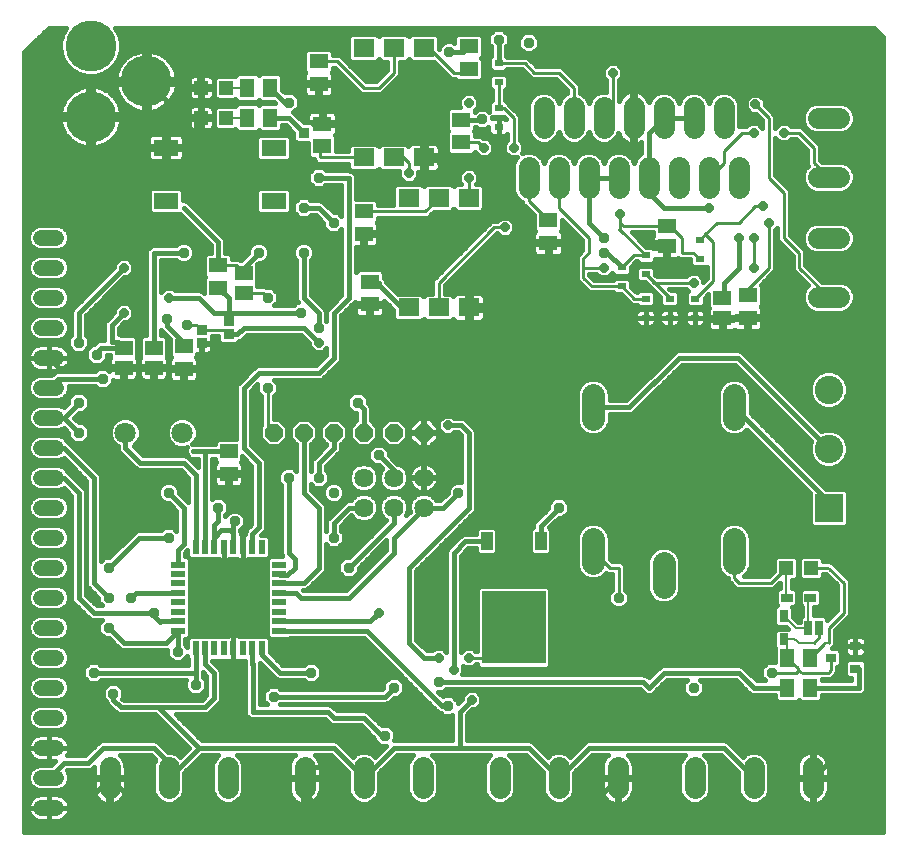
<source format=gtl>
G75*
%MOIN*%
%OFA0B0*%
%FSLAX25Y25*%
%IPPOS*%
%LPD*%
%AMOC8*
5,1,8,0,0,1.08239X$1,22.5*
%
%ADD10R,0.05906X0.05118*%
%ADD11R,0.03150X0.02362*%
%ADD12R,0.03150X0.03937*%
%ADD13R,0.03937X0.03150*%
%ADD14OC8,0.06000*%
%ADD15R,0.02200X0.05000*%
%ADD16R,0.05000X0.02200*%
%ADD17C,0.07087*%
%ADD18C,0.06400*%
%ADD19C,0.17000*%
%ADD20R,0.09500X0.09500*%
%ADD21C,0.09500*%
%ADD22R,0.02500X0.05000*%
%ADD23R,0.07008X0.05984*%
%ADD24R,0.03543X0.03150*%
%ADD25R,0.05118X0.06299*%
%ADD26R,0.06299X0.05118*%
%ADD27R,0.03543X0.03346*%
%ADD28C,0.05200*%
%ADD29C,0.07050*%
%ADD30C,0.07087*%
%ADD31R,0.08300X0.05500*%
%ADD32C,0.07800*%
%ADD33R,0.04724X0.04724*%
%ADD34R,0.21260X0.24409*%
%ADD35R,0.03937X0.06299*%
%ADD36C,0.01600*%
%ADD37OC8,0.03562*%
%ADD38C,0.01000*%
%ADD39OC8,0.03200*%
%ADD40C,0.00800*%
%ADD41R,0.03562X0.03562*%
D10*
X0074167Y0128639D03*
X0074167Y0136119D03*
X0059167Y0163639D03*
X0059167Y0171119D03*
X0049167Y0170725D03*
X0049167Y0164032D03*
X0039167Y0164032D03*
X0039167Y0170725D03*
X0079167Y0189032D03*
X0079167Y0195725D03*
X0220167Y0204532D03*
X0220167Y0211225D03*
X0238667Y0187225D03*
X0238667Y0180532D03*
D11*
X0229667Y0180729D03*
X0229667Y0187028D03*
X0221167Y0187028D03*
X0221167Y0180729D03*
X0213167Y0180729D03*
X0213167Y0187028D03*
X0213167Y0195229D03*
X0213167Y0201528D03*
X0205167Y0197528D03*
X0205167Y0191229D03*
X0231167Y0200229D03*
X0231167Y0206528D03*
X0164167Y0244229D03*
X0164167Y0250528D03*
X0164167Y0259229D03*
X0164167Y0265528D03*
D12*
X0259167Y0081316D03*
X0259167Y0073442D03*
D13*
X0260230Y0087379D03*
X0268104Y0087379D03*
D14*
X0139167Y0142379D03*
X0129167Y0142379D03*
X0119167Y0142379D03*
X0109167Y0142379D03*
X0099167Y0142379D03*
X0089167Y0142379D03*
D15*
X0085190Y0104279D03*
X0082041Y0104279D03*
X0078891Y0104279D03*
X0075741Y0104279D03*
X0072592Y0104279D03*
X0069442Y0104279D03*
X0066293Y0104279D03*
X0063143Y0104279D03*
X0063143Y0070479D03*
X0066293Y0070479D03*
X0069442Y0070479D03*
X0072592Y0070479D03*
X0075741Y0070479D03*
X0078891Y0070479D03*
X0082041Y0070479D03*
X0085190Y0070479D03*
D16*
X0091067Y0076355D03*
X0091067Y0079505D03*
X0091067Y0082654D03*
X0091067Y0085804D03*
X0091067Y0088954D03*
X0091067Y0092103D03*
X0091067Y0095253D03*
X0091067Y0098402D03*
X0057267Y0098402D03*
X0057267Y0095253D03*
X0057267Y0092103D03*
X0057267Y0088954D03*
X0057267Y0085804D03*
X0057267Y0082654D03*
X0057267Y0079505D03*
X0057267Y0076355D03*
D17*
X0174167Y0223835D02*
X0174167Y0230922D01*
X0184167Y0230922D02*
X0184167Y0223835D01*
X0194167Y0223835D02*
X0194167Y0230922D01*
X0204167Y0230922D02*
X0204167Y0223835D01*
X0214167Y0223835D02*
X0214167Y0230922D01*
X0224167Y0230922D02*
X0224167Y0223835D01*
X0234167Y0223835D02*
X0234167Y0230922D01*
X0244167Y0230922D02*
X0244167Y0223835D01*
X0239167Y0243835D02*
X0239167Y0250922D01*
X0229167Y0250922D02*
X0229167Y0243835D01*
X0219167Y0243835D02*
X0219167Y0250922D01*
X0209167Y0250922D02*
X0209167Y0243835D01*
X0199167Y0243835D02*
X0199167Y0250922D01*
X0189167Y0250922D02*
X0189167Y0243835D01*
X0179167Y0243835D02*
X0179167Y0250922D01*
D18*
X0139167Y0127379D03*
X0139167Y0117379D03*
X0129167Y0117379D03*
X0119167Y0117379D03*
X0119167Y0127379D03*
X0129167Y0127379D03*
D19*
X0028167Y0247694D03*
X0046671Y0259505D03*
X0028167Y0271316D03*
D20*
X0274167Y0117379D03*
D21*
X0274167Y0137064D03*
X0274167Y0156749D03*
D22*
X0270938Y0077379D03*
X0267395Y0077379D03*
D23*
X0154167Y0184091D03*
X0144167Y0184091D03*
X0134167Y0184091D03*
X0134167Y0220666D03*
X0144167Y0220666D03*
X0154167Y0220666D03*
X0139167Y0234091D03*
X0129167Y0234091D03*
X0119167Y0234091D03*
X0119167Y0270666D03*
X0129167Y0270666D03*
X0139167Y0270666D03*
D24*
X0283104Y0071119D03*
X0283104Y0063639D03*
X0274836Y0067379D03*
D25*
X0267907Y0067379D03*
X0260427Y0067379D03*
X0260427Y0057379D03*
X0267907Y0057379D03*
X0087907Y0247379D03*
X0080427Y0247379D03*
X0080427Y0257379D03*
X0087907Y0257379D03*
D26*
X0104167Y0258639D03*
X0104167Y0266119D03*
X0105348Y0245331D03*
X0105348Y0237851D03*
X0119167Y0216119D03*
X0119167Y0208639D03*
X0121167Y0192619D03*
X0121167Y0185139D03*
X0070667Y0190639D03*
X0070667Y0198119D03*
X0151667Y0239139D03*
X0151667Y0246619D03*
X0154167Y0263639D03*
X0154167Y0271119D03*
X0180667Y0213119D03*
X0180667Y0205639D03*
X0247167Y0188119D03*
X0247167Y0180639D03*
D27*
X0074167Y0179662D03*
X0074167Y0175095D03*
X0065167Y0176662D03*
X0065167Y0172095D03*
D28*
X0016767Y0167379D02*
X0011567Y0167379D01*
X0011567Y0177379D02*
X0016767Y0177379D01*
X0016767Y0187379D02*
X0011567Y0187379D01*
X0011567Y0197379D02*
X0016767Y0197379D01*
X0016767Y0207379D02*
X0011567Y0207379D01*
X0011567Y0157379D02*
X0016767Y0157379D01*
X0016767Y0147379D02*
X0011567Y0147379D01*
X0011567Y0137379D02*
X0016767Y0137379D01*
X0016767Y0127379D02*
X0011567Y0127379D01*
X0011567Y0117379D02*
X0016767Y0117379D01*
X0016767Y0107379D02*
X0011567Y0107379D01*
X0011567Y0097379D02*
X0016767Y0097379D01*
X0016767Y0087379D02*
X0011567Y0087379D01*
X0011567Y0077379D02*
X0016767Y0077379D01*
X0016767Y0067379D02*
X0011567Y0067379D01*
X0011567Y0057379D02*
X0016767Y0057379D01*
X0016767Y0047379D02*
X0011567Y0047379D01*
X0011567Y0037379D02*
X0016767Y0037379D01*
X0016767Y0027379D02*
X0011567Y0027379D01*
X0011567Y0017379D02*
X0016767Y0017379D01*
D29*
X0034482Y0023775D02*
X0034482Y0030825D01*
X0054167Y0030825D02*
X0054167Y0023775D01*
X0073852Y0023775D02*
X0073852Y0030825D01*
X0099482Y0030825D02*
X0099482Y0023775D01*
X0119167Y0023775D02*
X0119167Y0030825D01*
X0138852Y0030825D02*
X0138852Y0023775D01*
X0164482Y0023775D02*
X0164482Y0030825D01*
X0184167Y0030825D02*
X0184167Y0023775D01*
X0203852Y0023775D02*
X0203852Y0030825D01*
X0229482Y0030825D02*
X0229482Y0023775D01*
X0249167Y0023775D02*
X0249167Y0030825D01*
X0268852Y0030825D02*
X0268852Y0023775D01*
X0270642Y0187536D02*
X0277692Y0187536D01*
X0277692Y0207221D02*
X0270642Y0207221D01*
X0270642Y0227536D02*
X0277692Y0227536D01*
X0277692Y0247221D02*
X0270642Y0247221D01*
D30*
X0058667Y0142379D03*
X0039667Y0142379D03*
D31*
X0053267Y0219679D03*
X0053267Y0237379D03*
X0089167Y0237379D03*
X0089167Y0219679D03*
D32*
X0195667Y0154779D02*
X0195667Y0146979D01*
X0195667Y0106779D02*
X0195667Y0098979D01*
X0219167Y0098779D02*
X0219167Y0090979D01*
X0242667Y0098979D02*
X0242667Y0106779D01*
X0242667Y0146979D02*
X0242667Y0154779D01*
D33*
X0260033Y0097379D03*
X0268301Y0097379D03*
X0073301Y0247379D03*
X0065033Y0247379D03*
X0065033Y0257379D03*
X0073301Y0257379D03*
D34*
X0169167Y0077536D03*
D35*
X0178143Y0106276D03*
X0160190Y0106276D03*
D36*
X0005967Y0009179D02*
X0005967Y0269179D01*
X0014167Y0277379D01*
X0020005Y0277379D01*
X0018755Y0275214D01*
X0018067Y0272645D01*
X0018067Y0269986D01*
X0018755Y0267417D01*
X0020085Y0265114D01*
X0021965Y0263234D01*
X0024268Y0261904D01*
X0026837Y0261216D01*
X0029496Y0261216D01*
X0032065Y0261904D01*
X0034368Y0263234D01*
X0036249Y0265114D01*
X0037578Y0267417D01*
X0038267Y0269986D01*
X0038267Y0272645D01*
X0037578Y0275214D01*
X0036329Y0277379D01*
X0289167Y0277379D01*
X0292288Y0274257D01*
X0292288Y0009179D01*
X0005967Y0009179D01*
X0005967Y0010576D02*
X0292288Y0010576D01*
X0292288Y0012174D02*
X0005967Y0012174D01*
X0005967Y0013773D02*
X0009044Y0013773D01*
X0009261Y0013616D02*
X0009878Y0013301D01*
X0010536Y0013087D01*
X0011220Y0012979D01*
X0014167Y0012979D01*
X0017113Y0012979D01*
X0017797Y0013087D01*
X0018456Y0013301D01*
X0019073Y0013616D01*
X0019633Y0014023D01*
X0020123Y0014512D01*
X0020530Y0015073D01*
X0020844Y0015690D01*
X0021058Y0016348D01*
X0021167Y0017032D01*
X0021167Y0017379D01*
X0021167Y0017725D01*
X0021058Y0018409D01*
X0020844Y0019068D01*
X0020530Y0019685D01*
X0020123Y0020245D01*
X0019633Y0020735D01*
X0019073Y0021142D01*
X0018456Y0021456D01*
X0017797Y0021670D01*
X0017113Y0021779D01*
X0014167Y0021779D01*
X0014167Y0017379D01*
X0021167Y0017379D01*
X0014167Y0017379D01*
X0014167Y0017379D01*
X0014167Y0017379D01*
X0014167Y0021779D01*
X0011220Y0021779D01*
X0010536Y0021670D01*
X0009878Y0021456D01*
X0009261Y0021142D01*
X0008700Y0020735D01*
X0008211Y0020245D01*
X0007803Y0019685D01*
X0007489Y0019068D01*
X0007275Y0018409D01*
X0007167Y0017725D01*
X0007167Y0017379D01*
X0014167Y0017379D01*
X0024560Y0017379D01*
X0034482Y0027300D01*
X0049403Y0012379D01*
X0109167Y0012379D01*
X0099482Y0022064D01*
X0099482Y0027300D01*
X0099167Y0027379D02*
X0102667Y0030879D01*
X0109167Y0030879D01*
X0110196Y0032955D02*
X0104373Y0032955D01*
X0104416Y0032869D02*
X0104036Y0033616D01*
X0103543Y0034294D01*
X0102951Y0034887D01*
X0102824Y0034979D01*
X0108173Y0034979D01*
X0114042Y0029110D01*
X0114042Y0022756D01*
X0114822Y0020872D01*
X0116264Y0019430D01*
X0118147Y0018650D01*
X0120186Y0018650D01*
X0122070Y0019430D01*
X0123511Y0020872D01*
X0124292Y0022756D01*
X0124292Y0029031D01*
X0130240Y0034979D01*
X0135758Y0034979D01*
X0134507Y0033728D01*
X0133727Y0031844D01*
X0133727Y0022756D01*
X0134507Y0020872D01*
X0135949Y0019430D01*
X0137832Y0018650D01*
X0139871Y0018650D01*
X0141755Y0019430D01*
X0143196Y0020872D01*
X0143977Y0022756D01*
X0143977Y0031844D01*
X0143196Y0033728D01*
X0141946Y0034979D01*
X0161388Y0034979D01*
X0160137Y0033728D01*
X0159357Y0031844D01*
X0159357Y0022756D01*
X0160137Y0020872D01*
X0161579Y0019430D01*
X0163462Y0018650D01*
X0165501Y0018650D01*
X0167385Y0019430D01*
X0168826Y0020872D01*
X0169607Y0022756D01*
X0169607Y0031844D01*
X0168826Y0033728D01*
X0167576Y0034979D01*
X0173173Y0034979D01*
X0179042Y0029110D01*
X0179042Y0022756D01*
X0179822Y0020872D01*
X0181264Y0019430D01*
X0183147Y0018650D01*
X0185186Y0018650D01*
X0187070Y0019430D01*
X0188511Y0020872D01*
X0189292Y0022756D01*
X0189292Y0029031D01*
X0195240Y0034979D01*
X0200509Y0034979D01*
X0200383Y0034887D01*
X0199790Y0034294D01*
X0199297Y0033616D01*
X0198917Y0032869D01*
X0198658Y0032072D01*
X0198527Y0031244D01*
X0198527Y0027675D01*
X0203477Y0027675D01*
X0203477Y0026925D01*
X0204227Y0026925D01*
X0204227Y0027675D01*
X0209177Y0027675D01*
X0209177Y0031244D01*
X0209046Y0032072D01*
X0208787Y0032869D01*
X0208406Y0033616D01*
X0207913Y0034294D01*
X0207321Y0034887D01*
X0207194Y0034979D01*
X0226388Y0034979D01*
X0225137Y0033728D01*
X0224357Y0031844D01*
X0224357Y0022756D01*
X0225137Y0020872D01*
X0226579Y0019430D01*
X0228462Y0018650D01*
X0230501Y0018650D01*
X0232385Y0019430D01*
X0233826Y0020872D01*
X0234607Y0022756D01*
X0234607Y0031844D01*
X0233826Y0033728D01*
X0232576Y0034979D01*
X0238173Y0034979D01*
X0244042Y0029110D01*
X0244042Y0022756D01*
X0244822Y0020872D01*
X0246264Y0019430D01*
X0248147Y0018650D01*
X0250186Y0018650D01*
X0252070Y0019430D01*
X0253511Y0020872D01*
X0254292Y0022756D01*
X0254292Y0031844D01*
X0253511Y0033728D01*
X0252070Y0035170D01*
X0250186Y0035950D01*
X0248147Y0035950D01*
X0246264Y0035170D01*
X0245517Y0034423D01*
X0240526Y0039413D01*
X0239644Y0039779D01*
X0193768Y0039779D01*
X0192886Y0039413D01*
X0192211Y0038738D01*
X0187856Y0034383D01*
X0187070Y0035170D01*
X0185186Y0035950D01*
X0183147Y0035950D01*
X0181264Y0035170D01*
X0180517Y0034423D01*
X0175526Y0039413D01*
X0174644Y0039779D01*
X0153567Y0039779D01*
X0153567Y0048385D01*
X0155361Y0050179D01*
X0156492Y0050179D01*
X0158367Y0052053D01*
X0158367Y0054704D01*
X0156492Y0056579D01*
X0153841Y0056579D01*
X0151967Y0054704D01*
X0151967Y0053573D01*
X0150548Y0052154D01*
X0150548Y0052779D01*
X0148567Y0054760D01*
X0145766Y0054760D01*
X0145473Y0054467D01*
X0143942Y0055998D01*
X0145567Y0055998D01*
X0146548Y0056979D01*
X0211173Y0056979D01*
X0212807Y0055344D01*
X0213689Y0054979D01*
X0214644Y0054979D01*
X0215526Y0055344D01*
X0216201Y0056019D01*
X0216201Y0056019D01*
X0220161Y0059979D01*
X0226985Y0059979D01*
X0225786Y0058779D01*
X0225786Y0055978D01*
X0227766Y0053998D01*
X0230567Y0053998D01*
X0232548Y0055978D01*
X0232548Y0058779D01*
X0231348Y0059979D01*
X0243173Y0059979D01*
X0247132Y0056019D01*
X0247807Y0055344D01*
X0248689Y0054979D01*
X0256267Y0054979D01*
X0256267Y0053566D01*
X0257205Y0052629D01*
X0263648Y0052629D01*
X0264167Y0053148D01*
X0264685Y0052629D01*
X0271129Y0052629D01*
X0272066Y0053566D01*
X0272066Y0054979D01*
X0284644Y0054979D01*
X0285526Y0055344D01*
X0286201Y0056019D01*
X0286567Y0056901D01*
X0286567Y0064116D01*
X0286475Y0064336D01*
X0286475Y0065876D01*
X0285538Y0066813D01*
X0280669Y0066813D01*
X0279732Y0065876D01*
X0279732Y0061401D01*
X0280669Y0060464D01*
X0281767Y0060464D01*
X0281767Y0059779D01*
X0272066Y0059779D01*
X0272066Y0060279D01*
X0275037Y0060279D01*
X0275413Y0060655D01*
X0275597Y0060839D01*
X0276267Y0061509D01*
X0276464Y0061706D01*
X0276757Y0062413D01*
X0276936Y0062592D01*
X0276936Y0064204D01*
X0277270Y0064204D01*
X0278208Y0065141D01*
X0278208Y0069616D01*
X0277270Y0070554D01*
X0275311Y0070554D01*
X0276267Y0071509D01*
X0276267Y0076509D01*
X0280037Y0080279D01*
X0281267Y0081509D01*
X0281267Y0093249D01*
X0275329Y0099186D01*
X0274915Y0099186D01*
X0274622Y0099479D01*
X0272263Y0099479D01*
X0272263Y0100404D01*
X0271325Y0101341D01*
X0265276Y0101341D01*
X0264338Y0100404D01*
X0264338Y0094354D01*
X0265276Y0093417D01*
X0271325Y0093417D01*
X0272263Y0094354D01*
X0272263Y0095279D01*
X0273297Y0095279D01*
X0277067Y0091509D01*
X0277067Y0083249D01*
X0273788Y0079970D01*
X0273788Y0080541D01*
X0272851Y0081479D01*
X0269395Y0081479D01*
X0269395Y0084204D01*
X0270735Y0084204D01*
X0271672Y0085141D01*
X0271672Y0089616D01*
X0270735Y0090554D01*
X0265472Y0090554D01*
X0264535Y0089616D01*
X0264535Y0085141D01*
X0265395Y0084281D01*
X0265395Y0081391D01*
X0264545Y0080541D01*
X0264545Y0079379D01*
X0263932Y0079379D01*
X0263639Y0079672D01*
X0262341Y0080969D01*
X0262341Y0083947D01*
X0262084Y0084204D01*
X0262861Y0084204D01*
X0263798Y0085141D01*
X0263798Y0089616D01*
X0262861Y0090554D01*
X0262033Y0090554D01*
X0262033Y0093417D01*
X0263058Y0093417D01*
X0263995Y0094354D01*
X0263995Y0100404D01*
X0263058Y0101341D01*
X0257008Y0101341D01*
X0256071Y0100404D01*
X0256071Y0096386D01*
X0254163Y0094479D01*
X0245945Y0094479D01*
X0247329Y0095863D01*
X0248167Y0097885D01*
X0248167Y0107873D01*
X0247329Y0109894D01*
X0245782Y0111441D01*
X0243761Y0112279D01*
X0241573Y0112279D01*
X0239551Y0111441D01*
X0238004Y0109894D01*
X0237167Y0107873D01*
X0237167Y0097885D01*
X0238004Y0095863D01*
X0239551Y0094316D01*
X0240567Y0093895D01*
X0240567Y0093009D01*
X0241797Y0091779D01*
X0243297Y0090279D01*
X0255903Y0090279D01*
X0257133Y0091509D01*
X0258033Y0092409D01*
X0258033Y0090554D01*
X0257598Y0090554D01*
X0256661Y0089616D01*
X0256661Y0085141D01*
X0256924Y0084879D01*
X0255992Y0083947D01*
X0255992Y0078684D01*
X0256929Y0077747D01*
X0259907Y0077747D01*
X0260644Y0077010D01*
X0256929Y0077010D01*
X0255992Y0076073D01*
X0255992Y0070810D01*
X0256267Y0070535D01*
X0256267Y0065760D01*
X0253766Y0065760D01*
X0251786Y0063779D01*
X0251786Y0060978D01*
X0252985Y0059779D01*
X0250161Y0059779D01*
X0245526Y0064413D01*
X0244644Y0064779D01*
X0218689Y0064779D01*
X0217807Y0064413D01*
X0217132Y0063738D01*
X0214167Y0060773D01*
X0213526Y0061413D01*
X0212644Y0061779D01*
X0152092Y0061779D01*
X0152367Y0062053D01*
X0152367Y0064653D01*
X0152841Y0064179D01*
X0155492Y0064179D01*
X0156592Y0065279D01*
X0156937Y0065279D01*
X0156937Y0064669D01*
X0157874Y0063731D01*
X0180459Y0063731D01*
X0181397Y0064669D01*
X0181397Y0090404D01*
X0180459Y0091341D01*
X0157874Y0091341D01*
X0156937Y0090404D01*
X0156937Y0069479D01*
X0156592Y0069479D01*
X0155492Y0070579D01*
X0152841Y0070579D01*
X0151567Y0069304D01*
X0151567Y0101385D01*
X0154058Y0103876D01*
X0156622Y0103876D01*
X0156622Y0102464D01*
X0157559Y0101527D01*
X0162822Y0101527D01*
X0163759Y0102464D01*
X0163759Y0110089D01*
X0162822Y0111026D01*
X0157559Y0111026D01*
X0156622Y0110089D01*
X0156622Y0108676D01*
X0152587Y0108676D01*
X0151705Y0108311D01*
X0147132Y0103738D01*
X0146767Y0102856D01*
X0146767Y0069304D01*
X0145492Y0070579D01*
X0142841Y0070579D01*
X0142041Y0069779D01*
X0140161Y0069779D01*
X0136567Y0073373D01*
X0136567Y0096385D01*
X0156201Y0116019D01*
X0156567Y0116901D01*
X0156567Y0142856D01*
X0156201Y0143738D01*
X0153701Y0146238D01*
X0153026Y0146913D01*
X0152144Y0147279D01*
X0149292Y0147279D01*
X0148492Y0148079D01*
X0145841Y0148079D01*
X0143967Y0146204D01*
X0143967Y0143553D01*
X0145841Y0141679D01*
X0148492Y0141679D01*
X0149292Y0142479D01*
X0150673Y0142479D01*
X0151767Y0141385D01*
X0151767Y0125760D01*
X0149266Y0125760D01*
X0147286Y0123779D01*
X0147286Y0122392D01*
X0144673Y0119779D01*
X0143368Y0119779D01*
X0143236Y0120098D01*
X0141886Y0121448D01*
X0140121Y0122179D01*
X0138212Y0122179D01*
X0136448Y0121448D01*
X0135097Y0120098D01*
X0134367Y0118334D01*
X0134367Y0116424D01*
X0134499Y0116105D01*
X0133365Y0114971D01*
X0133967Y0116424D01*
X0133967Y0118334D01*
X0133236Y0120098D01*
X0131886Y0121448D01*
X0130121Y0122179D01*
X0128212Y0122179D01*
X0126448Y0121448D01*
X0125097Y0120098D01*
X0124367Y0118334D01*
X0124367Y0116424D01*
X0125097Y0114660D01*
X0126448Y0113309D01*
X0126628Y0113235D01*
X0114154Y0100760D01*
X0112766Y0100760D01*
X0110786Y0098779D01*
X0110786Y0095978D01*
X0112766Y0093998D01*
X0115567Y0093998D01*
X0117548Y0095978D01*
X0117548Y0097366D01*
X0126767Y0106585D01*
X0126767Y0103373D01*
X0113173Y0089779D01*
X0099161Y0089779D01*
X0098961Y0089979D01*
X0099644Y0089979D01*
X0100526Y0090344D01*
X0101201Y0091019D01*
X0105526Y0095344D01*
X0106201Y0096019D01*
X0106567Y0096901D01*
X0106567Y0105197D01*
X0107766Y0103998D01*
X0110567Y0103998D01*
X0112548Y0105978D01*
X0112548Y0108779D01*
X0111567Y0109760D01*
X0111567Y0111385D01*
X0115023Y0114841D01*
X0115097Y0114660D01*
X0116448Y0113309D01*
X0118212Y0112579D01*
X0120121Y0112579D01*
X0121886Y0113309D01*
X0123236Y0114660D01*
X0123967Y0116424D01*
X0123967Y0118334D01*
X0123236Y0120098D01*
X0121886Y0121448D01*
X0120121Y0122179D01*
X0118212Y0122179D01*
X0116448Y0121448D01*
X0115097Y0120098D01*
X0114965Y0119779D01*
X0113689Y0119779D01*
X0112807Y0119413D01*
X0107807Y0114413D01*
X0107132Y0113738D01*
X0106767Y0112856D01*
X0106767Y0109760D01*
X0106567Y0109560D01*
X0106567Y0117856D01*
X0106201Y0118738D01*
X0105526Y0119413D01*
X0101567Y0123373D01*
X0101567Y0125197D01*
X0102766Y0123998D01*
X0105567Y0123998D01*
X0107548Y0125978D01*
X0107548Y0128779D01*
X0106567Y0129760D01*
X0106567Y0131385D01*
X0111201Y0136019D01*
X0111567Y0136901D01*
X0111567Y0138273D01*
X0113767Y0140473D01*
X0113767Y0144284D01*
X0111072Y0146979D01*
X0107261Y0146979D01*
X0104567Y0144284D01*
X0104567Y0140473D01*
X0106717Y0138323D01*
X0102807Y0134413D01*
X0102132Y0133738D01*
X0101767Y0132856D01*
X0101767Y0129760D01*
X0101567Y0129560D01*
X0101567Y0138273D01*
X0103767Y0140473D01*
X0103767Y0144284D01*
X0101072Y0146979D01*
X0097261Y0146979D01*
X0094567Y0144284D01*
X0094567Y0140473D01*
X0096767Y0138273D01*
X0096767Y0129560D01*
X0095567Y0130760D01*
X0092766Y0130760D01*
X0090786Y0128779D01*
X0090786Y0125978D01*
X0091767Y0124997D01*
X0091767Y0101901D01*
X0092098Y0101102D01*
X0087904Y0101102D01*
X0086967Y0100165D01*
X0086967Y0074592D01*
X0087904Y0073655D01*
X0094229Y0073655D01*
X0094529Y0073955D01*
X0119196Y0073955D01*
X0143132Y0050019D01*
X0143807Y0049344D01*
X0144689Y0048979D01*
X0144785Y0048979D01*
X0145766Y0047998D01*
X0148567Y0047998D01*
X0148767Y0048197D01*
X0148767Y0039779D01*
X0129348Y0039779D01*
X0129548Y0039978D01*
X0129548Y0042779D01*
X0127567Y0044760D01*
X0125180Y0044760D01*
X0121201Y0048738D01*
X0120526Y0049413D01*
X0119644Y0049779D01*
X0110161Y0049779D01*
X0108526Y0051413D01*
X0107644Y0051779D01*
X0091348Y0051779D01*
X0091548Y0051979D01*
X0126644Y0051979D01*
X0127526Y0052344D01*
X0129180Y0053998D01*
X0130567Y0053998D01*
X0132548Y0055978D01*
X0132548Y0058779D01*
X0130567Y0060760D01*
X0127766Y0060760D01*
X0125786Y0058779D01*
X0125786Y0057392D01*
X0125173Y0056779D01*
X0091548Y0056779D01*
X0090567Y0057760D01*
X0087766Y0057760D01*
X0085786Y0055779D01*
X0085786Y0052978D01*
X0086985Y0051779D01*
X0084567Y0051779D01*
X0084567Y0065604D01*
X0084547Y0065652D01*
X0089854Y0060344D01*
X0090737Y0059979D01*
X0099285Y0059979D01*
X0100266Y0058998D01*
X0103067Y0058998D01*
X0105048Y0060978D01*
X0105048Y0063779D01*
X0103067Y0065760D01*
X0100266Y0065760D01*
X0099285Y0064779D01*
X0092208Y0064779D01*
X0087890Y0069096D01*
X0087890Y0073641D01*
X0086953Y0074579D01*
X0077670Y0074579D01*
X0077536Y0074656D01*
X0077078Y0074779D01*
X0075742Y0074779D01*
X0075742Y0070479D01*
X0075741Y0070479D01*
X0075741Y0074779D01*
X0074404Y0074779D01*
X0073947Y0074656D01*
X0073813Y0074579D01*
X0061380Y0074579D01*
X0060443Y0073641D01*
X0060443Y0070884D01*
X0059567Y0071760D01*
X0059567Y0073655D01*
X0060429Y0073655D01*
X0061367Y0074592D01*
X0061367Y0100165D01*
X0060429Y0101102D01*
X0059667Y0101102D01*
X0059667Y0102408D01*
X0060443Y0103185D01*
X0060443Y0101116D01*
X0061380Y0100179D01*
X0070663Y0100179D01*
X0070797Y0100101D01*
X0071255Y0099979D01*
X0072592Y0099979D01*
X0073929Y0099979D01*
X0074387Y0100101D01*
X0074521Y0100179D01*
X0076962Y0100179D01*
X0077096Y0100101D01*
X0077554Y0099979D01*
X0078891Y0099979D01*
X0078891Y0104279D01*
X0078891Y0108579D01*
X0078141Y0108579D01*
X0078141Y0109431D01*
X0078067Y0109612D01*
X0078067Y0109997D01*
X0079548Y0111478D01*
X0079548Y0114279D01*
X0077567Y0116260D01*
X0074766Y0116260D01*
X0073067Y0114560D01*
X0073067Y0114997D01*
X0074048Y0115978D01*
X0074048Y0118779D01*
X0072067Y0120760D01*
X0069266Y0120760D01*
X0068693Y0120186D01*
X0068693Y0133719D01*
X0069614Y0133719D01*
X0069614Y0132897D01*
X0069991Y0132520D01*
X0069774Y0132303D01*
X0069537Y0131892D01*
X0069414Y0131435D01*
X0069414Y0129118D01*
X0073687Y0129118D01*
X0073687Y0128159D01*
X0069414Y0128159D01*
X0069414Y0125843D01*
X0069537Y0125385D01*
X0069774Y0124974D01*
X0070109Y0124639D01*
X0070519Y0124402D01*
X0070977Y0124280D01*
X0073687Y0124280D01*
X0073687Y0128159D01*
X0074646Y0128159D01*
X0074646Y0124280D01*
X0077356Y0124280D01*
X0077814Y0124402D01*
X0078225Y0124639D01*
X0078560Y0124974D01*
X0078797Y0125385D01*
X0078919Y0125843D01*
X0078919Y0128159D01*
X0074646Y0128159D01*
X0074646Y0129118D01*
X0078919Y0129118D01*
X0078919Y0131435D01*
X0078797Y0131892D01*
X0078560Y0132303D01*
X0078342Y0132520D01*
X0078719Y0132897D01*
X0078719Y0134432D01*
X0081767Y0131385D01*
X0081767Y0111873D01*
X0080006Y0110112D01*
X0079641Y0109230D01*
X0079641Y0108579D01*
X0078891Y0108579D01*
X0078891Y0104279D01*
X0078891Y0104279D01*
X0078667Y0104503D01*
X0078667Y0109379D01*
X0080667Y0111379D01*
X0080667Y0115379D01*
X0077667Y0118379D01*
X0076167Y0118379D01*
X0074167Y0120379D01*
X0074167Y0128639D01*
X0074646Y0128866D02*
X0081767Y0128866D01*
X0081767Y0130464D02*
X0078919Y0130464D01*
X0078698Y0132063D02*
X0081089Y0132063D01*
X0079490Y0133661D02*
X0078719Y0133661D01*
X0079167Y0137379D02*
X0079167Y0157379D01*
X0084167Y0162379D01*
X0104167Y0162379D01*
X0109167Y0167379D01*
X0109167Y0182379D01*
X0114167Y0187379D01*
X0114167Y0227379D01*
X0104167Y0227379D01*
X0106548Y0229779D02*
X0105567Y0230760D01*
X0102766Y0230760D01*
X0100786Y0228779D01*
X0100786Y0225978D01*
X0102766Y0223998D01*
X0105567Y0223998D01*
X0106548Y0224979D01*
X0111767Y0224979D01*
X0111767Y0214560D01*
X0110567Y0215760D01*
X0109180Y0215760D01*
X0105526Y0219413D01*
X0104644Y0219779D01*
X0101548Y0219779D01*
X0100567Y0220760D01*
X0097766Y0220760D01*
X0095786Y0218779D01*
X0095786Y0215978D01*
X0097766Y0213998D01*
X0100567Y0213998D01*
X0101548Y0214979D01*
X0103173Y0214979D01*
X0105786Y0212366D01*
X0105786Y0210978D01*
X0107766Y0208998D01*
X0110567Y0208998D01*
X0111767Y0210197D01*
X0111767Y0188373D01*
X0107807Y0184413D01*
X0107132Y0183738D01*
X0106767Y0182856D01*
X0106767Y0179560D01*
X0106567Y0179760D01*
X0106567Y0182856D01*
X0106201Y0183738D01*
X0105526Y0184413D01*
X0101567Y0188373D01*
X0101567Y0199997D01*
X0102548Y0200978D01*
X0102548Y0203779D01*
X0100567Y0205760D01*
X0097766Y0205760D01*
X0095786Y0203779D01*
X0095786Y0200978D01*
X0096767Y0199997D01*
X0096767Y0186901D01*
X0097132Y0186019D01*
X0097391Y0185760D01*
X0096766Y0185760D01*
X0095785Y0184779D01*
X0089348Y0184779D01*
X0090548Y0185978D01*
X0090548Y0188779D01*
X0088567Y0190760D01*
X0086755Y0190760D01*
X0086383Y0191132D01*
X0083719Y0191132D01*
X0083719Y0192254D01*
X0083595Y0192379D01*
X0083719Y0192503D01*
X0083719Y0198537D01*
X0084180Y0198998D01*
X0085567Y0198998D01*
X0087548Y0200978D01*
X0087548Y0203779D01*
X0085567Y0205760D01*
X0082766Y0205760D01*
X0080786Y0203779D01*
X0080786Y0202392D01*
X0078278Y0199884D01*
X0077977Y0199884D01*
X0077643Y0200219D01*
X0075416Y0200219D01*
X0075416Y0201341D01*
X0074479Y0202278D01*
X0073067Y0202278D01*
X0073067Y0206356D01*
X0072701Y0207238D01*
X0060526Y0219413D01*
X0059644Y0219779D01*
X0059017Y0219779D01*
X0059017Y0223091D01*
X0058079Y0224029D01*
X0048454Y0224029D01*
X0047517Y0223091D01*
X0047517Y0216266D01*
X0048454Y0215329D01*
X0057823Y0215329D01*
X0068267Y0204885D01*
X0068267Y0202278D01*
X0066854Y0202278D01*
X0065917Y0201341D01*
X0065917Y0194897D01*
X0066435Y0194379D01*
X0065917Y0193860D01*
X0065917Y0189022D01*
X0065526Y0189413D01*
X0064644Y0189779D01*
X0056292Y0189779D01*
X0055492Y0190579D01*
X0052841Y0190579D01*
X0051567Y0189304D01*
X0051567Y0199979D01*
X0056785Y0199979D01*
X0057766Y0198998D01*
X0060567Y0198998D01*
X0062548Y0200978D01*
X0062548Y0203779D01*
X0060567Y0205760D01*
X0057766Y0205760D01*
X0056785Y0204779D01*
X0048689Y0204779D01*
X0047807Y0204413D01*
X0047132Y0203738D01*
X0046767Y0202856D01*
X0046767Y0174884D01*
X0045551Y0174884D01*
X0044614Y0173947D01*
X0044614Y0167503D01*
X0044644Y0167473D01*
X0044537Y0167286D01*
X0044414Y0166828D01*
X0044414Y0164512D01*
X0048687Y0164512D01*
X0048687Y0163553D01*
X0044414Y0163553D01*
X0044414Y0161236D01*
X0044537Y0160778D01*
X0044774Y0160368D01*
X0045109Y0160033D01*
X0045519Y0159796D01*
X0045977Y0159673D01*
X0048687Y0159673D01*
X0048687Y0163553D01*
X0049646Y0163553D01*
X0049646Y0164512D01*
X0053919Y0164512D01*
X0053919Y0166828D01*
X0053797Y0167286D01*
X0053689Y0167473D01*
X0053719Y0167503D01*
X0053719Y0173947D01*
X0052782Y0174884D01*
X0051567Y0174884D01*
X0051567Y0176677D01*
X0051632Y0176519D01*
X0052307Y0175844D01*
X0054614Y0173537D01*
X0054614Y0167897D01*
X0054991Y0167520D01*
X0054774Y0167303D01*
X0054537Y0166892D01*
X0054414Y0166435D01*
X0054414Y0164118D01*
X0058687Y0164118D01*
X0058687Y0163159D01*
X0054414Y0163159D01*
X0054414Y0160843D01*
X0054537Y0160385D01*
X0054774Y0159974D01*
X0055109Y0159639D01*
X0055519Y0159402D01*
X0055977Y0159280D01*
X0058687Y0159280D01*
X0058687Y0163159D01*
X0059646Y0163159D01*
X0059646Y0159280D01*
X0062356Y0159280D01*
X0062814Y0159402D01*
X0063225Y0159639D01*
X0063560Y0159974D01*
X0063797Y0160385D01*
X0063919Y0160843D01*
X0063919Y0163159D01*
X0059646Y0163159D01*
X0059646Y0164118D01*
X0063919Y0164118D01*
X0063919Y0166435D01*
X0063797Y0166892D01*
X0063560Y0167303D01*
X0063342Y0167520D01*
X0063719Y0167897D01*
X0063719Y0168622D01*
X0065130Y0168622D01*
X0065130Y0172059D01*
X0065203Y0172059D01*
X0065203Y0172132D01*
X0068738Y0172132D01*
X0068738Y0174005D01*
X0068616Y0174463D01*
X0068559Y0174562D01*
X0070795Y0174562D01*
X0070795Y0172759D01*
X0071732Y0171822D01*
X0076601Y0171822D01*
X0077538Y0172759D01*
X0077538Y0172769D01*
X0078243Y0173061D01*
X0080161Y0174979D01*
X0098173Y0174979D01*
X0100967Y0172185D01*
X0100967Y0171053D01*
X0102841Y0169179D01*
X0105492Y0169179D01*
X0106767Y0170453D01*
X0106767Y0168373D01*
X0103173Y0164779D01*
X0083689Y0164779D01*
X0082807Y0164413D01*
X0082132Y0163738D01*
X0077807Y0159413D01*
X0077132Y0158738D01*
X0076767Y0157856D01*
X0076767Y0140278D01*
X0070551Y0140278D01*
X0069614Y0139341D01*
X0069614Y0138519D01*
X0062081Y0138519D01*
X0063027Y0139465D01*
X0063810Y0141356D01*
X0063810Y0143402D01*
X0063027Y0145292D01*
X0061580Y0146739D01*
X0059690Y0147522D01*
X0057644Y0147522D01*
X0055753Y0146739D01*
X0054306Y0145292D01*
X0053523Y0143402D01*
X0053523Y0141356D01*
X0054306Y0139465D01*
X0055753Y0138018D01*
X0057644Y0137235D01*
X0059690Y0137235D01*
X0060440Y0137546D01*
X0060372Y0137478D01*
X0060007Y0136596D01*
X0060007Y0135641D01*
X0060372Y0134759D01*
X0061047Y0134084D01*
X0061929Y0133719D01*
X0063893Y0133719D01*
X0063893Y0131047D01*
X0061201Y0133738D01*
X0060526Y0134413D01*
X0059644Y0134779D01*
X0045661Y0134779D01*
X0042468Y0137972D01*
X0042580Y0138018D01*
X0044027Y0139465D01*
X0044810Y0141356D01*
X0044810Y0143402D01*
X0044027Y0145292D01*
X0042580Y0146739D01*
X0040690Y0147522D01*
X0038644Y0147522D01*
X0036753Y0146739D01*
X0035306Y0145292D01*
X0034523Y0143402D01*
X0034523Y0141356D01*
X0035306Y0139465D01*
X0036753Y0138018D01*
X0037267Y0137806D01*
X0037267Y0136901D01*
X0037632Y0136019D01*
X0042632Y0131019D01*
X0043307Y0130344D01*
X0044189Y0129979D01*
X0058173Y0129979D01*
X0060743Y0127408D01*
X0060743Y0119196D01*
X0060526Y0119413D01*
X0057548Y0122392D01*
X0057548Y0123779D01*
X0055567Y0125760D01*
X0052766Y0125760D01*
X0050786Y0123779D01*
X0050786Y0120978D01*
X0052766Y0118998D01*
X0054154Y0118998D01*
X0056767Y0116385D01*
X0056767Y0109560D01*
X0055567Y0110760D01*
X0052766Y0110760D01*
X0051785Y0109779D01*
X0043689Y0109779D01*
X0042807Y0109413D01*
X0034154Y0100760D01*
X0032766Y0100760D01*
X0031567Y0099560D01*
X0031567Y0127856D01*
X0031201Y0128738D01*
X0030526Y0129413D01*
X0020526Y0139413D01*
X0020458Y0139441D01*
X0020327Y0139758D01*
X0019146Y0140939D01*
X0017602Y0141579D01*
X0010731Y0141579D01*
X0009188Y0140939D01*
X0008006Y0139758D01*
X0007367Y0138214D01*
X0007367Y0136543D01*
X0008006Y0135000D01*
X0009188Y0133818D01*
X0010731Y0133179D01*
X0017602Y0133179D01*
X0019146Y0133818D01*
X0019239Y0133912D01*
X0026767Y0126385D01*
X0026767Y0091901D01*
X0027132Y0091019D01*
X0030786Y0087366D01*
X0030786Y0085978D01*
X0031985Y0084779D01*
X0030161Y0084779D01*
X0026567Y0088373D01*
X0026567Y0122856D01*
X0026201Y0123738D01*
X0025526Y0124413D01*
X0020526Y0129413D01*
X0020458Y0129441D01*
X0020327Y0129758D01*
X0019146Y0130939D01*
X0017602Y0131579D01*
X0010731Y0131579D01*
X0009188Y0130939D01*
X0008006Y0129758D01*
X0007367Y0128214D01*
X0007367Y0126543D01*
X0008006Y0125000D01*
X0009188Y0123818D01*
X0010731Y0123179D01*
X0017602Y0123179D01*
X0019146Y0123818D01*
X0019239Y0123912D01*
X0021767Y0121385D01*
X0021767Y0086901D01*
X0022132Y0086019D01*
X0027132Y0081019D01*
X0027807Y0080344D01*
X0028689Y0079979D01*
X0031985Y0079979D01*
X0030786Y0078779D01*
X0030786Y0075978D01*
X0032766Y0073998D01*
X0034154Y0073998D01*
X0037132Y0071019D01*
X0037807Y0070344D01*
X0038689Y0069979D01*
X0053768Y0069979D01*
X0053786Y0069986D01*
X0053786Y0067978D01*
X0055766Y0065998D01*
X0058567Y0065998D01*
X0060443Y0067874D01*
X0060443Y0067316D01*
X0060767Y0066992D01*
X0060767Y0064779D01*
X0031548Y0064779D01*
X0030567Y0065760D01*
X0027766Y0065760D01*
X0025786Y0063779D01*
X0025786Y0060978D01*
X0027766Y0058998D01*
X0030567Y0058998D01*
X0031548Y0059979D01*
X0059985Y0059979D01*
X0059786Y0059779D01*
X0059786Y0056978D01*
X0061766Y0054998D01*
X0064567Y0054998D01*
X0066548Y0056978D01*
X0066548Y0059779D01*
X0065567Y0060760D01*
X0065567Y0062585D01*
X0066767Y0061385D01*
X0066767Y0054873D01*
X0065173Y0053279D01*
X0039161Y0053279D01*
X0038754Y0053685D01*
X0039048Y0053978D01*
X0039048Y0056779D01*
X0037067Y0058760D01*
X0034266Y0058760D01*
X0032286Y0056779D01*
X0032286Y0053978D01*
X0033267Y0052997D01*
X0033267Y0052901D01*
X0033632Y0052019D01*
X0036132Y0049519D01*
X0036807Y0048844D01*
X0037689Y0048479D01*
X0049751Y0048479D01*
X0060851Y0037379D01*
X0057856Y0034383D01*
X0057070Y0035170D01*
X0055186Y0035950D01*
X0053989Y0035950D01*
X0050526Y0039413D01*
X0049644Y0039779D01*
X0031689Y0039779D01*
X0030807Y0039413D01*
X0030132Y0038738D01*
X0026173Y0034779D01*
X0020316Y0034779D01*
X0020530Y0035073D01*
X0020844Y0035690D01*
X0021058Y0036348D01*
X0021167Y0037032D01*
X0021167Y0037379D01*
X0021167Y0037725D01*
X0021058Y0038409D01*
X0020844Y0039068D01*
X0020530Y0039685D01*
X0020123Y0040245D01*
X0019633Y0040735D01*
X0019073Y0041142D01*
X0018456Y0041456D01*
X0017797Y0041670D01*
X0017113Y0041779D01*
X0014167Y0041779D01*
X0014167Y0037379D01*
X0021167Y0037379D01*
X0014167Y0037379D01*
X0014167Y0037379D01*
X0014167Y0037379D01*
X0014167Y0041779D01*
X0011220Y0041779D01*
X0010536Y0041670D01*
X0009878Y0041456D01*
X0009261Y0041142D01*
X0008700Y0040735D01*
X0008211Y0040245D01*
X0007803Y0039685D01*
X0007489Y0039068D01*
X0007275Y0038409D01*
X0007167Y0037725D01*
X0007167Y0037379D01*
X0014167Y0037379D01*
X0024167Y0037379D01*
X0021163Y0037750D02*
X0029144Y0037750D01*
X0027546Y0036152D02*
X0020994Y0036152D01*
X0020701Y0039349D02*
X0030743Y0039349D01*
X0032167Y0037379D02*
X0049167Y0037379D01*
X0054167Y0032379D01*
X0054167Y0027300D01*
X0064245Y0037379D01*
X0050745Y0050879D01*
X0066167Y0050879D01*
X0069167Y0053879D01*
X0069167Y0062379D01*
X0066167Y0065379D01*
X0066167Y0070353D01*
X0066293Y0070479D01*
X0063167Y0070455D02*
X0063143Y0070479D01*
X0063167Y0070455D02*
X0063167Y0062379D01*
X0029167Y0062379D01*
X0026634Y0060130D02*
X0019955Y0060130D01*
X0020327Y0059758D02*
X0019146Y0060939D01*
X0017602Y0061579D01*
X0010731Y0061579D01*
X0009188Y0060939D01*
X0008006Y0059758D01*
X0007367Y0058214D01*
X0007367Y0056543D01*
X0008006Y0055000D01*
X0009188Y0053818D01*
X0010731Y0053179D01*
X0017602Y0053179D01*
X0019146Y0053818D01*
X0020327Y0055000D01*
X0020967Y0056543D01*
X0020967Y0058214D01*
X0020327Y0059758D01*
X0020835Y0058531D02*
X0034037Y0058531D01*
X0032439Y0056933D02*
X0020967Y0056933D01*
X0020466Y0055334D02*
X0032286Y0055334D01*
X0032528Y0053736D02*
X0018946Y0053736D01*
X0017602Y0051579D02*
X0010731Y0051579D01*
X0009188Y0050939D01*
X0008006Y0049758D01*
X0007367Y0048214D01*
X0007367Y0046543D01*
X0008006Y0045000D01*
X0009188Y0043818D01*
X0010731Y0043179D01*
X0017602Y0043179D01*
X0019146Y0043818D01*
X0020327Y0045000D01*
X0020967Y0046543D01*
X0020967Y0048214D01*
X0020327Y0049758D01*
X0019146Y0050939D01*
X0017602Y0051579D01*
X0019547Y0050539D02*
X0035113Y0050539D01*
X0033583Y0052137D02*
X0005967Y0052137D01*
X0005967Y0050539D02*
X0008787Y0050539D01*
X0007667Y0048940D02*
X0005967Y0048940D01*
X0005967Y0047342D02*
X0007367Y0047342D01*
X0007698Y0045743D02*
X0005967Y0045743D01*
X0005967Y0044145D02*
X0008861Y0044145D01*
X0008993Y0040947D02*
X0005967Y0040947D01*
X0005967Y0039349D02*
X0007632Y0039349D01*
X0007171Y0037750D02*
X0005967Y0037750D01*
X0007167Y0037379D02*
X0007167Y0037032D01*
X0007275Y0036348D01*
X0007489Y0035690D01*
X0007803Y0035073D01*
X0008211Y0034512D01*
X0008700Y0034023D01*
X0009261Y0033616D01*
X0009878Y0033301D01*
X0010536Y0033087D01*
X0011220Y0032979D01*
X0014167Y0032979D01*
X0016373Y0032979D01*
X0014973Y0031579D01*
X0010731Y0031579D01*
X0009188Y0030939D01*
X0008006Y0029758D01*
X0005967Y0029758D01*
X0005967Y0031356D02*
X0010195Y0031356D01*
X0008006Y0029758D02*
X0007367Y0028214D01*
X0007367Y0026543D01*
X0008006Y0025000D01*
X0009188Y0023818D01*
X0010731Y0023179D01*
X0017602Y0023179D01*
X0019146Y0023818D01*
X0020327Y0025000D01*
X0020967Y0026543D01*
X0020967Y0028214D01*
X0020327Y0029758D01*
X0029157Y0029758D01*
X0028526Y0030344D02*
X0029157Y0030975D01*
X0029157Y0027675D01*
X0034107Y0027675D01*
X0034107Y0026925D01*
X0034857Y0026925D01*
X0034857Y0027675D01*
X0039807Y0027675D01*
X0039807Y0031244D01*
X0039675Y0032072D01*
X0039416Y0032869D01*
X0039036Y0033616D01*
X0038543Y0034294D01*
X0037951Y0034887D01*
X0037824Y0034979D01*
X0048173Y0034979D01*
X0049705Y0033446D01*
X0049042Y0031844D01*
X0049042Y0022756D01*
X0049822Y0020872D01*
X0051264Y0019430D01*
X0053147Y0018650D01*
X0055186Y0018650D01*
X0057070Y0019430D01*
X0058511Y0020872D01*
X0059292Y0022756D01*
X0059292Y0029031D01*
X0065240Y0034979D01*
X0070758Y0034979D01*
X0069507Y0033728D01*
X0068727Y0031844D01*
X0068727Y0022756D01*
X0069507Y0020872D01*
X0070949Y0019430D01*
X0072832Y0018650D01*
X0074871Y0018650D01*
X0076755Y0019430D01*
X0078196Y0020872D01*
X0078977Y0022756D01*
X0078977Y0031844D01*
X0078196Y0033728D01*
X0076946Y0034979D01*
X0096139Y0034979D01*
X0096013Y0034887D01*
X0095420Y0034294D01*
X0094927Y0033616D01*
X0094547Y0032869D01*
X0094288Y0032072D01*
X0094157Y0031244D01*
X0094157Y0027675D01*
X0099107Y0027675D01*
X0099107Y0026925D01*
X0099857Y0026925D01*
X0099857Y0027675D01*
X0104807Y0027675D01*
X0104807Y0031244D01*
X0104675Y0032072D01*
X0104416Y0032869D01*
X0104789Y0031356D02*
X0111795Y0031356D01*
X0113393Y0029758D02*
X0104807Y0029758D01*
X0104807Y0028159D02*
X0114042Y0028159D01*
X0114042Y0026561D02*
X0104807Y0026561D01*
X0104807Y0026925D02*
X0099857Y0026925D01*
X0099857Y0018450D01*
X0099901Y0018450D01*
X0100729Y0018581D01*
X0101526Y0018840D01*
X0102273Y0019221D01*
X0102951Y0019713D01*
X0103543Y0020306D01*
X0104036Y0020984D01*
X0104416Y0021731D01*
X0104675Y0022528D01*
X0104807Y0023356D01*
X0104807Y0026925D01*
X0104807Y0024962D02*
X0114042Y0024962D01*
X0114042Y0023364D02*
X0104807Y0023364D01*
X0104428Y0021765D02*
X0114452Y0021765D01*
X0115527Y0020167D02*
X0103404Y0020167D01*
X0100648Y0018568D02*
X0202686Y0018568D01*
X0202605Y0018581D02*
X0203433Y0018450D01*
X0203477Y0018450D01*
X0203477Y0026925D01*
X0198527Y0026925D01*
X0198527Y0023356D01*
X0198658Y0022528D01*
X0198917Y0021731D01*
X0199297Y0020984D01*
X0199790Y0020306D01*
X0200383Y0019713D01*
X0201061Y0019221D01*
X0201808Y0018840D01*
X0202605Y0018581D01*
X0203477Y0018568D02*
X0204227Y0018568D01*
X0204227Y0018450D02*
X0204271Y0018450D01*
X0205099Y0018581D01*
X0205896Y0018840D01*
X0206643Y0019221D01*
X0207321Y0019713D01*
X0207913Y0020306D01*
X0208406Y0020984D01*
X0208787Y0021731D01*
X0209046Y0022528D01*
X0209177Y0023356D01*
X0209177Y0026925D01*
X0204227Y0026925D01*
X0204227Y0018450D01*
X0205018Y0018568D02*
X0267686Y0018568D01*
X0267605Y0018581D02*
X0268433Y0018450D01*
X0268477Y0018450D01*
X0268477Y0026925D01*
X0269227Y0026925D01*
X0269227Y0027675D01*
X0274177Y0027675D01*
X0274177Y0031244D01*
X0274046Y0032072D01*
X0273787Y0032869D01*
X0273406Y0033616D01*
X0272913Y0034294D01*
X0272321Y0034887D01*
X0271643Y0035379D01*
X0270896Y0035760D01*
X0270099Y0036019D01*
X0269271Y0036150D01*
X0269227Y0036150D01*
X0269227Y0027675D01*
X0268477Y0027675D01*
X0268477Y0036150D01*
X0268433Y0036150D01*
X0267605Y0036019D01*
X0266808Y0035760D01*
X0266061Y0035379D01*
X0265383Y0034887D01*
X0264790Y0034294D01*
X0264297Y0033616D01*
X0263917Y0032869D01*
X0263658Y0032072D01*
X0263527Y0031244D01*
X0263527Y0027675D01*
X0268477Y0027675D01*
X0268477Y0026925D01*
X0263527Y0026925D01*
X0263527Y0023356D01*
X0263658Y0022528D01*
X0263917Y0021731D01*
X0264297Y0020984D01*
X0264790Y0020306D01*
X0265383Y0019713D01*
X0266061Y0019221D01*
X0266808Y0018840D01*
X0267605Y0018581D01*
X0268477Y0018568D02*
X0269227Y0018568D01*
X0269227Y0018450D02*
X0269271Y0018450D01*
X0270099Y0018581D01*
X0270896Y0018840D01*
X0271643Y0019221D01*
X0272321Y0019713D01*
X0272913Y0020306D01*
X0273406Y0020984D01*
X0273787Y0021731D01*
X0274046Y0022528D01*
X0274177Y0023356D01*
X0274177Y0026925D01*
X0269227Y0026925D01*
X0269227Y0018450D01*
X0270018Y0018568D02*
X0292288Y0018568D01*
X0292288Y0016970D02*
X0021157Y0016970D01*
X0021007Y0018568D02*
X0033315Y0018568D01*
X0033235Y0018581D02*
X0034063Y0018450D01*
X0034107Y0018450D01*
X0034107Y0026925D01*
X0029157Y0026925D01*
X0029157Y0023356D01*
X0029288Y0022528D01*
X0029547Y0021731D01*
X0029927Y0020984D01*
X0030420Y0020306D01*
X0031013Y0019713D01*
X0031691Y0019221D01*
X0032438Y0018840D01*
X0033235Y0018581D01*
X0034107Y0018568D02*
X0034857Y0018568D01*
X0034857Y0018450D02*
X0034901Y0018450D01*
X0035729Y0018581D01*
X0036526Y0018840D01*
X0037273Y0019221D01*
X0037951Y0019713D01*
X0038543Y0020306D01*
X0039036Y0020984D01*
X0039416Y0021731D01*
X0039675Y0022528D01*
X0039807Y0023356D01*
X0039807Y0026925D01*
X0034857Y0026925D01*
X0034857Y0018450D01*
X0035648Y0018568D02*
X0098315Y0018568D01*
X0098235Y0018581D02*
X0099063Y0018450D01*
X0099107Y0018450D01*
X0099107Y0026925D01*
X0094157Y0026925D01*
X0094157Y0023356D01*
X0094288Y0022528D01*
X0094547Y0021731D01*
X0094927Y0020984D01*
X0095420Y0020306D01*
X0096013Y0019713D01*
X0096691Y0019221D01*
X0097438Y0018840D01*
X0098235Y0018581D01*
X0099107Y0018568D02*
X0099857Y0018568D01*
X0099857Y0020167D02*
X0099107Y0020167D01*
X0099107Y0021765D02*
X0099857Y0021765D01*
X0099857Y0023364D02*
X0099107Y0023364D01*
X0099107Y0024962D02*
X0099857Y0024962D01*
X0099857Y0026561D02*
X0099107Y0026561D01*
X0094157Y0026561D02*
X0078977Y0026561D01*
X0078977Y0028159D02*
X0094157Y0028159D01*
X0094157Y0029758D02*
X0078977Y0029758D01*
X0078977Y0031356D02*
X0094174Y0031356D01*
X0094590Y0032955D02*
X0078517Y0032955D01*
X0077371Y0034553D02*
X0095679Y0034553D01*
X0103284Y0034553D02*
X0108598Y0034553D01*
X0109167Y0037379D02*
X0119167Y0027379D01*
X0119167Y0027300D01*
X0129245Y0037379D01*
X0151167Y0037379D01*
X0151167Y0049379D01*
X0155167Y0053379D01*
X0158367Y0053736D02*
X0256267Y0053736D01*
X0260427Y0057379D02*
X0249167Y0057379D01*
X0244167Y0062379D01*
X0219167Y0062379D01*
X0214167Y0057379D01*
X0212167Y0059379D01*
X0144167Y0059379D01*
X0146502Y0056933D02*
X0211219Y0056933D01*
X0212831Y0055334D02*
X0157737Y0055334D01*
X0158367Y0052137D02*
X0292288Y0052137D01*
X0292288Y0050539D02*
X0156852Y0050539D01*
X0154122Y0048940D02*
X0292288Y0048940D01*
X0292288Y0047342D02*
X0153567Y0047342D01*
X0153567Y0045743D02*
X0292288Y0045743D01*
X0292288Y0044145D02*
X0153567Y0044145D01*
X0153567Y0042546D02*
X0292288Y0042546D01*
X0292288Y0040947D02*
X0153567Y0040947D01*
X0151167Y0037379D02*
X0174167Y0037379D01*
X0184167Y0027379D01*
X0184167Y0027300D01*
X0194245Y0037379D01*
X0239167Y0037379D01*
X0249167Y0027379D01*
X0249167Y0027300D01*
X0254292Y0026561D02*
X0263527Y0026561D01*
X0263527Y0028159D02*
X0254292Y0028159D01*
X0254292Y0029758D02*
X0263527Y0029758D01*
X0263544Y0031356D02*
X0254292Y0031356D01*
X0253832Y0032955D02*
X0263961Y0032955D01*
X0265049Y0034553D02*
X0252686Y0034553D01*
X0245647Y0034553D02*
X0245386Y0034553D01*
X0243788Y0036152D02*
X0292288Y0036152D01*
X0292288Y0037750D02*
X0242189Y0037750D01*
X0240591Y0039349D02*
X0292288Y0039349D01*
X0292288Y0034553D02*
X0272654Y0034553D01*
X0273743Y0032955D02*
X0292288Y0032955D01*
X0292288Y0031356D02*
X0274159Y0031356D01*
X0273930Y0032379D02*
X0289167Y0032379D01*
X0289167Y0067379D01*
X0285427Y0071119D01*
X0283104Y0071119D01*
X0286675Y0071119D01*
X0286675Y0072931D01*
X0286553Y0073388D01*
X0286316Y0073799D01*
X0285981Y0074134D01*
X0285570Y0074371D01*
X0285112Y0074494D01*
X0283104Y0074494D01*
X0283104Y0071119D01*
X0283104Y0071119D01*
X0286675Y0071119D01*
X0286675Y0069307D01*
X0286553Y0068849D01*
X0286316Y0068439D01*
X0285981Y0068104D01*
X0285570Y0067867D01*
X0285112Y0067744D01*
X0283104Y0067744D01*
X0283104Y0071119D01*
X0283104Y0071119D01*
X0284049Y0072064D01*
X0283104Y0071319D02*
X0283104Y0071319D01*
X0283104Y0071119D02*
X0283104Y0074494D01*
X0281095Y0074494D01*
X0280637Y0074371D01*
X0280227Y0074134D01*
X0279892Y0073799D01*
X0279655Y0073388D01*
X0279532Y0072931D01*
X0279532Y0071119D01*
X0283104Y0071119D01*
X0283104Y0071119D01*
X0283104Y0067744D01*
X0281095Y0067744D01*
X0280637Y0067867D01*
X0280227Y0068104D01*
X0279892Y0068439D01*
X0279655Y0068849D01*
X0279532Y0069307D01*
X0279532Y0071119D01*
X0283104Y0071119D01*
X0283104Y0071119D01*
X0283104Y0069721D02*
X0283104Y0069721D01*
X0283104Y0068122D02*
X0283104Y0068122D01*
X0285999Y0068122D02*
X0292288Y0068122D01*
X0292288Y0066524D02*
X0285828Y0066524D01*
X0286475Y0064925D02*
X0292288Y0064925D01*
X0292288Y0063327D02*
X0286567Y0063327D01*
X0286567Y0061728D02*
X0292288Y0061728D01*
X0292288Y0060130D02*
X0286567Y0060130D01*
X0286567Y0058531D02*
X0292288Y0058531D01*
X0292288Y0056933D02*
X0286567Y0056933D01*
X0285502Y0055334D02*
X0292288Y0055334D01*
X0292288Y0053736D02*
X0272066Y0053736D01*
X0267907Y0057379D02*
X0284167Y0057379D01*
X0284167Y0063639D01*
X0283104Y0063639D01*
X0279732Y0063327D02*
X0276936Y0063327D01*
X0276473Y0061728D02*
X0279732Y0061728D01*
X0281767Y0060130D02*
X0272066Y0060130D01*
X0276267Y0061509D02*
X0276267Y0061509D01*
X0276464Y0061706D02*
X0276464Y0061706D01*
X0277992Y0064925D02*
X0279732Y0064925D01*
X0280380Y0066524D02*
X0278208Y0066524D01*
X0278208Y0068122D02*
X0280208Y0068122D01*
X0279532Y0069721D02*
X0278103Y0069721D01*
X0279532Y0071319D02*
X0276077Y0071319D01*
X0276267Y0072918D02*
X0279532Y0072918D01*
X0283104Y0072918D02*
X0283104Y0072918D01*
X0286675Y0072918D02*
X0292288Y0072918D01*
X0292288Y0074516D02*
X0276267Y0074516D01*
X0276267Y0076115D02*
X0292288Y0076115D01*
X0292288Y0077713D02*
X0277471Y0077713D01*
X0279070Y0079312D02*
X0292288Y0079312D01*
X0292288Y0080910D02*
X0280668Y0080910D01*
X0281267Y0082509D02*
X0292288Y0082509D01*
X0292288Y0084107D02*
X0281267Y0084107D01*
X0281267Y0085706D02*
X0292288Y0085706D01*
X0292288Y0087304D02*
X0281267Y0087304D01*
X0281267Y0088903D02*
X0292288Y0088903D01*
X0292288Y0090501D02*
X0281267Y0090501D01*
X0281267Y0092100D02*
X0292288Y0092100D01*
X0292288Y0093698D02*
X0280817Y0093698D01*
X0279218Y0095297D02*
X0292288Y0095297D01*
X0292288Y0096895D02*
X0277620Y0096895D01*
X0276021Y0098494D02*
X0292288Y0098494D01*
X0292288Y0100092D02*
X0272263Y0100092D01*
X0271607Y0093698D02*
X0274877Y0093698D01*
X0276476Y0092100D02*
X0262033Y0092100D01*
X0262913Y0090501D02*
X0265420Y0090501D01*
X0264535Y0088903D02*
X0263798Y0088903D01*
X0263798Y0087304D02*
X0264535Y0087304D01*
X0264535Y0085706D02*
X0263798Y0085706D01*
X0265395Y0084107D02*
X0262181Y0084107D01*
X0262341Y0082509D02*
X0265395Y0082509D01*
X0264914Y0080910D02*
X0262401Y0080910D01*
X0259941Y0077713D02*
X0181397Y0077713D01*
X0181397Y0076115D02*
X0256034Y0076115D01*
X0255992Y0074516D02*
X0181397Y0074516D01*
X0181397Y0072918D02*
X0255992Y0072918D01*
X0255992Y0071319D02*
X0181397Y0071319D01*
X0181397Y0069721D02*
X0256267Y0069721D01*
X0256267Y0068122D02*
X0181397Y0068122D01*
X0181397Y0066524D02*
X0256267Y0066524D01*
X0252931Y0064925D02*
X0181397Y0064925D01*
X0181397Y0079312D02*
X0255992Y0079312D01*
X0255992Y0080910D02*
X0181397Y0080910D01*
X0181397Y0082509D02*
X0255992Y0082509D01*
X0256152Y0084107D02*
X0205677Y0084107D01*
X0205567Y0083998D02*
X0207548Y0085978D01*
X0207548Y0088779D01*
X0206267Y0090060D01*
X0206267Y0098249D01*
X0205037Y0099479D01*
X0202037Y0099479D01*
X0201167Y0100349D01*
X0201167Y0107873D01*
X0200329Y0109894D01*
X0198782Y0111441D01*
X0196761Y0112279D01*
X0194573Y0112279D01*
X0192551Y0111441D01*
X0191004Y0109894D01*
X0190167Y0107873D01*
X0190167Y0097885D01*
X0191004Y0095863D01*
X0192551Y0094316D01*
X0194573Y0093479D01*
X0196761Y0093479D01*
X0198782Y0094316D01*
X0200021Y0095555D01*
X0200297Y0095279D01*
X0202067Y0095279D01*
X0202067Y0090060D01*
X0200786Y0088779D01*
X0200786Y0085978D01*
X0202766Y0083998D01*
X0205567Y0083998D01*
X0207275Y0085706D02*
X0217524Y0085706D01*
X0218073Y0085479D02*
X0220261Y0085479D01*
X0222282Y0086316D01*
X0223829Y0087863D01*
X0224667Y0089885D01*
X0224667Y0099873D01*
X0223829Y0101894D01*
X0222282Y0103441D01*
X0220261Y0104279D01*
X0218073Y0104279D01*
X0216051Y0103441D01*
X0214504Y0101894D01*
X0213667Y0099873D01*
X0213667Y0089885D01*
X0214504Y0087863D01*
X0216051Y0086316D01*
X0218073Y0085479D01*
X0220809Y0085706D02*
X0256661Y0085706D01*
X0256661Y0087304D02*
X0223270Y0087304D01*
X0224260Y0088903D02*
X0256661Y0088903D01*
X0256125Y0090501D02*
X0257546Y0090501D01*
X0257724Y0092100D02*
X0258033Y0092100D01*
X0254981Y0095297D02*
X0246763Y0095297D01*
X0247757Y0096895D02*
X0256071Y0096895D01*
X0256071Y0098494D02*
X0248167Y0098494D01*
X0248167Y0100092D02*
X0256071Y0100092D01*
X0263340Y0093698D02*
X0264994Y0093698D01*
X0264338Y0095297D02*
X0263995Y0095297D01*
X0263995Y0096895D02*
X0264338Y0096895D01*
X0264338Y0098494D02*
X0263995Y0098494D01*
X0263995Y0100092D02*
X0264338Y0100092D01*
X0270787Y0090501D02*
X0277067Y0090501D01*
X0277067Y0088903D02*
X0271672Y0088903D01*
X0271672Y0087304D02*
X0277067Y0087304D01*
X0277067Y0085706D02*
X0271672Y0085706D01*
X0269395Y0084107D02*
X0277067Y0084107D01*
X0276327Y0082509D02*
X0269395Y0082509D01*
X0273420Y0080910D02*
X0274728Y0080910D01*
X0286675Y0071319D02*
X0292288Y0071319D01*
X0292288Y0069721D02*
X0286675Y0069721D01*
X0252634Y0060130D02*
X0249810Y0060130D01*
X0248211Y0061728D02*
X0251786Y0061728D01*
X0251786Y0063327D02*
X0246613Y0063327D01*
X0244620Y0058531D02*
X0232548Y0058531D01*
X0232548Y0056933D02*
X0246219Y0056933D01*
X0247831Y0055334D02*
X0231904Y0055334D01*
X0226430Y0055334D02*
X0215502Y0055334D01*
X0217115Y0056933D02*
X0225786Y0056933D01*
X0225786Y0058531D02*
X0218713Y0058531D01*
X0215122Y0061728D02*
X0212766Y0061728D01*
X0216720Y0063327D02*
X0152367Y0063327D01*
X0149167Y0063379D02*
X0149167Y0102379D01*
X0153064Y0106276D01*
X0160190Y0106276D01*
X0163759Y0106486D02*
X0174575Y0106486D01*
X0174575Y0104888D02*
X0163759Y0104888D01*
X0163759Y0103289D02*
X0174575Y0103289D01*
X0174575Y0102464D02*
X0175512Y0101527D01*
X0180774Y0101527D01*
X0181712Y0102464D01*
X0181712Y0110089D01*
X0180991Y0110809D01*
X0184180Y0113998D01*
X0185567Y0113998D01*
X0187548Y0115978D01*
X0187548Y0118779D01*
X0185567Y0120760D01*
X0182766Y0120760D01*
X0180786Y0118779D01*
X0180786Y0117392D01*
X0176784Y0113390D01*
X0176108Y0112715D01*
X0175743Y0111833D01*
X0175743Y0111026D01*
X0175512Y0111026D01*
X0174575Y0110089D01*
X0174575Y0102464D01*
X0175348Y0101691D02*
X0162986Y0101691D01*
X0157395Y0101691D02*
X0151873Y0101691D01*
X0151567Y0100092D02*
X0190167Y0100092D01*
X0190167Y0098494D02*
X0151567Y0098494D01*
X0151567Y0096895D02*
X0190576Y0096895D01*
X0191570Y0095297D02*
X0151567Y0095297D01*
X0151567Y0093698D02*
X0194042Y0093698D01*
X0197291Y0093698D02*
X0202067Y0093698D01*
X0202067Y0092100D02*
X0151567Y0092100D01*
X0151567Y0090501D02*
X0157034Y0090501D01*
X0156937Y0088903D02*
X0151567Y0088903D01*
X0151567Y0087304D02*
X0156937Y0087304D01*
X0156937Y0085706D02*
X0151567Y0085706D01*
X0151567Y0084107D02*
X0156937Y0084107D01*
X0156937Y0082509D02*
X0151567Y0082509D01*
X0151567Y0080910D02*
X0156937Y0080910D01*
X0156937Y0079312D02*
X0151567Y0079312D01*
X0151567Y0077713D02*
X0156937Y0077713D01*
X0156937Y0076115D02*
X0151567Y0076115D01*
X0151567Y0074516D02*
X0156937Y0074516D01*
X0156937Y0072918D02*
X0151567Y0072918D01*
X0151567Y0071319D02*
X0156937Y0071319D01*
X0156937Y0069721D02*
X0156350Y0069721D01*
X0151983Y0069721D02*
X0151567Y0069721D01*
X0156239Y0064925D02*
X0156937Y0064925D01*
X0152597Y0055334D02*
X0144605Y0055334D01*
X0145167Y0051379D02*
X0120190Y0076355D01*
X0091067Y0076355D01*
X0091067Y0079505D02*
X0121293Y0079505D01*
X0124167Y0082379D01*
X0114167Y0087379D02*
X0098167Y0087379D01*
X0096667Y0088879D01*
X0091141Y0088879D01*
X0091067Y0088954D01*
X0091067Y0092103D02*
X0091342Y0092379D01*
X0099167Y0092379D01*
X0104167Y0097379D01*
X0104167Y0117379D01*
X0099167Y0122379D01*
X0099167Y0142379D01*
X0101750Y0138457D02*
X0106583Y0138457D01*
X0105252Y0136858D02*
X0101567Y0136858D01*
X0101567Y0135260D02*
X0103653Y0135260D01*
X0102100Y0133661D02*
X0101567Y0133661D01*
X0101567Y0132063D02*
X0101767Y0132063D01*
X0101767Y0130464D02*
X0101567Y0130464D01*
X0104167Y0132379D02*
X0104167Y0127379D01*
X0107548Y0127267D02*
X0114367Y0127267D01*
X0114367Y0126424D02*
X0114367Y0128334D01*
X0115097Y0130098D01*
X0116448Y0131448D01*
X0118212Y0132179D01*
X0120121Y0132179D01*
X0121886Y0131448D01*
X0123236Y0130098D01*
X0123967Y0128334D01*
X0123967Y0126424D01*
X0123236Y0124660D01*
X0121886Y0123309D01*
X0120121Y0122579D01*
X0118212Y0122579D01*
X0116448Y0123309D01*
X0115097Y0124660D01*
X0114367Y0126424D01*
X0114680Y0125669D02*
X0110658Y0125669D01*
X0110567Y0125760D02*
X0107766Y0125760D01*
X0105786Y0123779D01*
X0105786Y0120978D01*
X0107766Y0118998D01*
X0110567Y0118998D01*
X0112548Y0120978D01*
X0112548Y0123779D01*
X0110567Y0125760D01*
X0112257Y0124070D02*
X0115687Y0124070D01*
X0115873Y0120873D02*
X0112443Y0120873D01*
X0112548Y0122472D02*
X0138187Y0122472D01*
X0137996Y0122502D02*
X0138773Y0122379D01*
X0139081Y0122379D01*
X0139081Y0127293D01*
X0139252Y0127293D01*
X0139252Y0122379D01*
X0139560Y0122379D01*
X0140337Y0122502D01*
X0141086Y0122745D01*
X0141787Y0123102D01*
X0142424Y0123565D01*
X0142980Y0124121D01*
X0143443Y0124758D01*
X0143800Y0125459D01*
X0144044Y0126208D01*
X0144167Y0126985D01*
X0144167Y0127293D01*
X0139253Y0127293D01*
X0139253Y0127465D01*
X0144167Y0127465D01*
X0144167Y0127772D01*
X0144044Y0128550D01*
X0143800Y0129298D01*
X0143443Y0129999D01*
X0142980Y0130636D01*
X0142424Y0131193D01*
X0141787Y0131655D01*
X0141086Y0132012D01*
X0140337Y0132256D01*
X0139560Y0132379D01*
X0139252Y0132379D01*
X0139252Y0127465D01*
X0139081Y0127465D01*
X0139081Y0132379D01*
X0138773Y0132379D01*
X0137996Y0132256D01*
X0137247Y0132012D01*
X0136546Y0131655D01*
X0135909Y0131193D01*
X0135353Y0130636D01*
X0134890Y0129999D01*
X0134533Y0129298D01*
X0134290Y0128550D01*
X0134167Y0127772D01*
X0134167Y0127465D01*
X0139081Y0127465D01*
X0139081Y0127293D01*
X0134167Y0127293D01*
X0134167Y0126985D01*
X0134290Y0126208D01*
X0134533Y0125459D01*
X0134890Y0124758D01*
X0135353Y0124121D01*
X0135909Y0123565D01*
X0136546Y0123102D01*
X0137247Y0122745D01*
X0137996Y0122502D01*
X0139081Y0122472D02*
X0139252Y0122472D01*
X0140146Y0122472D02*
X0147286Y0122472D01*
X0147576Y0124070D02*
X0142929Y0124070D01*
X0143868Y0125669D02*
X0149175Y0125669D01*
X0151767Y0127267D02*
X0144167Y0127267D01*
X0143941Y0128866D02*
X0151767Y0128866D01*
X0151767Y0130464D02*
X0143105Y0130464D01*
X0140931Y0132063D02*
X0151767Y0132063D01*
X0151767Y0133661D02*
X0128778Y0133661D01*
X0127548Y0134892D02*
X0127548Y0136279D01*
X0125567Y0138260D01*
X0122766Y0138260D01*
X0120786Y0136279D01*
X0120786Y0133478D01*
X0122766Y0131498D01*
X0124154Y0131498D01*
X0125326Y0130326D01*
X0125097Y0130098D01*
X0124367Y0128334D01*
X0124367Y0126424D01*
X0125097Y0124660D01*
X0126448Y0123309D01*
X0128212Y0122579D01*
X0130121Y0122579D01*
X0131886Y0123309D01*
X0133236Y0124660D01*
X0133967Y0126424D01*
X0133967Y0128334D01*
X0133236Y0130098D01*
X0131886Y0131448D01*
X0130359Y0132080D01*
X0127548Y0134892D01*
X0127548Y0135260D02*
X0151767Y0135260D01*
X0151767Y0136858D02*
X0126969Y0136858D01*
X0127261Y0137779D02*
X0131072Y0137779D01*
X0133767Y0140473D01*
X0133767Y0144284D01*
X0131072Y0146979D01*
X0127261Y0146979D01*
X0124567Y0144284D01*
X0124567Y0140473D01*
X0127261Y0137779D01*
X0126583Y0138457D02*
X0121750Y0138457D01*
X0121072Y0137779D02*
X0123767Y0140473D01*
X0123767Y0144284D01*
X0121567Y0146484D01*
X0121567Y0150856D01*
X0121201Y0151738D01*
X0120548Y0152392D01*
X0120548Y0153779D01*
X0118567Y0155760D01*
X0115766Y0155760D01*
X0113786Y0153779D01*
X0113786Y0150978D01*
X0115766Y0148998D01*
X0116767Y0148998D01*
X0116767Y0146484D01*
X0114567Y0144284D01*
X0114567Y0140473D01*
X0117261Y0137779D01*
X0121072Y0137779D01*
X0121364Y0136858D02*
X0111549Y0136858D01*
X0111750Y0138457D02*
X0116583Y0138457D01*
X0114985Y0140055D02*
X0113348Y0140055D01*
X0113767Y0141654D02*
X0114567Y0141654D01*
X0114567Y0143252D02*
X0113767Y0143252D01*
X0113200Y0144851D02*
X0115133Y0144851D01*
X0116732Y0146449D02*
X0111602Y0146449D01*
X0109167Y0142379D02*
X0109167Y0137379D01*
X0104167Y0132379D01*
X0106567Y0130464D02*
X0115464Y0130464D01*
X0114587Y0128866D02*
X0107461Y0128866D01*
X0107245Y0132063D02*
X0117932Y0132063D01*
X0120402Y0132063D02*
X0122201Y0132063D01*
X0122869Y0130464D02*
X0125187Y0130464D01*
X0124587Y0128866D02*
X0123746Y0128866D01*
X0123967Y0127267D02*
X0124367Y0127267D01*
X0124680Y0125669D02*
X0123654Y0125669D01*
X0122646Y0124070D02*
X0125687Y0124070D01*
X0125873Y0120873D02*
X0122461Y0120873D01*
X0123577Y0119275D02*
X0124756Y0119275D01*
X0124367Y0117676D02*
X0123967Y0117676D01*
X0123823Y0116078D02*
X0124510Y0116078D01*
X0125278Y0114479D02*
X0123055Y0114479D01*
X0120850Y0112880D02*
X0126274Y0112880D01*
X0124676Y0111282D02*
X0111567Y0111282D01*
X0111644Y0109683D02*
X0123077Y0109683D01*
X0121479Y0108085D02*
X0112548Y0108085D01*
X0112548Y0106486D02*
X0119880Y0106486D01*
X0118282Y0104888D02*
X0111457Y0104888D01*
X0109167Y0107379D02*
X0109167Y0112379D01*
X0114167Y0117379D01*
X0119167Y0117379D01*
X0117483Y0112880D02*
X0113062Y0112880D01*
X0114661Y0114479D02*
X0115278Y0114479D01*
X0111070Y0117676D02*
X0106567Y0117676D01*
X0106567Y0116078D02*
X0109471Y0116078D01*
X0107873Y0114479D02*
X0106567Y0114479D01*
X0106567Y0112880D02*
X0106777Y0112880D01*
X0106767Y0111282D02*
X0106567Y0111282D01*
X0106567Y0109683D02*
X0106690Y0109683D01*
X0106567Y0104888D02*
X0106876Y0104888D01*
X0106567Y0103289D02*
X0116683Y0103289D01*
X0115085Y0101691D02*
X0106567Y0101691D01*
X0106567Y0100092D02*
X0112099Y0100092D01*
X0110786Y0098494D02*
X0106567Y0098494D01*
X0106564Y0096895D02*
X0110786Y0096895D01*
X0111467Y0095297D02*
X0105479Y0095297D01*
X0103880Y0093698D02*
X0117092Y0093698D01*
X0116866Y0095297D02*
X0118691Y0095297D01*
X0117548Y0096895D02*
X0120289Y0096895D01*
X0121888Y0098494D02*
X0118676Y0098494D01*
X0120274Y0100092D02*
X0123486Y0100092D01*
X0125085Y0101691D02*
X0121873Y0101691D01*
X0123471Y0103289D02*
X0126683Y0103289D01*
X0126767Y0104888D02*
X0125070Y0104888D01*
X0126668Y0106486D02*
X0126767Y0106486D01*
X0129167Y0107379D02*
X0129167Y0102379D01*
X0114167Y0087379D01*
X0113895Y0090501D02*
X0100683Y0090501D01*
X0102282Y0092100D02*
X0115494Y0092100D01*
X0114167Y0097379D02*
X0129167Y0112379D01*
X0129167Y0117379D01*
X0132461Y0120873D02*
X0135873Y0120873D01*
X0134756Y0119275D02*
X0133577Y0119275D01*
X0133967Y0117676D02*
X0134367Y0117676D01*
X0134471Y0116078D02*
X0133823Y0116078D01*
X0139167Y0117379D02*
X0129167Y0107379D01*
X0134167Y0097379D02*
X0134167Y0072379D01*
X0139167Y0067379D01*
X0144167Y0067379D01*
X0146350Y0069721D02*
X0146767Y0069721D01*
X0146767Y0071319D02*
X0138620Y0071319D01*
X0137022Y0072918D02*
X0146767Y0072918D01*
X0146767Y0074516D02*
X0136567Y0074516D01*
X0136567Y0076115D02*
X0146767Y0076115D01*
X0146767Y0077713D02*
X0136567Y0077713D01*
X0136567Y0079312D02*
X0146767Y0079312D01*
X0146767Y0080910D02*
X0136567Y0080910D01*
X0136567Y0082509D02*
X0146767Y0082509D01*
X0146767Y0084107D02*
X0136567Y0084107D01*
X0136567Y0085706D02*
X0146767Y0085706D01*
X0146767Y0087304D02*
X0136567Y0087304D01*
X0136567Y0088903D02*
X0146767Y0088903D01*
X0146767Y0090501D02*
X0136567Y0090501D01*
X0136567Y0092100D02*
X0146767Y0092100D01*
X0146767Y0093698D02*
X0136567Y0093698D01*
X0136567Y0095297D02*
X0146767Y0095297D01*
X0146767Y0096895D02*
X0137077Y0096895D01*
X0138676Y0098494D02*
X0146767Y0098494D01*
X0146767Y0100092D02*
X0140274Y0100092D01*
X0141873Y0101691D02*
X0146767Y0101691D01*
X0146946Y0103289D02*
X0143471Y0103289D01*
X0145070Y0104888D02*
X0148282Y0104888D01*
X0149880Y0106486D02*
X0146668Y0106486D01*
X0148267Y0108085D02*
X0151479Y0108085D01*
X0149865Y0109683D02*
X0156622Y0109683D01*
X0151464Y0111282D02*
X0175743Y0111282D01*
X0176274Y0112880D02*
X0153063Y0112880D01*
X0154661Y0114479D02*
X0177873Y0114479D01*
X0179471Y0116078D02*
X0156225Y0116078D01*
X0156567Y0117676D02*
X0180786Y0117676D01*
X0181281Y0119275D02*
X0156567Y0119275D01*
X0156567Y0120873D02*
X0267817Y0120873D01*
X0267817Y0122335D02*
X0267817Y0111966D01*
X0268754Y0111029D01*
X0279579Y0111029D01*
X0280517Y0111966D01*
X0280517Y0122791D01*
X0279579Y0123729D01*
X0273211Y0123729D01*
X0248167Y0148773D01*
X0248167Y0155873D01*
X0247329Y0157894D01*
X0245782Y0159441D01*
X0243761Y0160279D01*
X0241573Y0160279D01*
X0239551Y0159441D01*
X0238004Y0157894D01*
X0237167Y0155873D01*
X0237167Y0145885D01*
X0238004Y0143863D01*
X0239551Y0142316D01*
X0241573Y0141479D01*
X0243761Y0141479D01*
X0245782Y0142316D01*
X0246809Y0143343D01*
X0267817Y0122335D01*
X0267680Y0122472D02*
X0156567Y0122472D01*
X0156567Y0124070D02*
X0266081Y0124070D01*
X0264483Y0125669D02*
X0156567Y0125669D01*
X0156567Y0127267D02*
X0262884Y0127267D01*
X0261286Y0128866D02*
X0156567Y0128866D01*
X0156567Y0130464D02*
X0259687Y0130464D01*
X0258089Y0132063D02*
X0156567Y0132063D01*
X0156567Y0133661D02*
X0256490Y0133661D01*
X0254892Y0135260D02*
X0156567Y0135260D01*
X0156567Y0136858D02*
X0253293Y0136858D01*
X0251695Y0138457D02*
X0156567Y0138457D01*
X0156567Y0140055D02*
X0250096Y0140055D01*
X0248498Y0141654D02*
X0244183Y0141654D01*
X0246718Y0143252D02*
X0246899Y0143252D01*
X0250490Y0146449D02*
X0261387Y0146449D01*
X0262986Y0144851D02*
X0252089Y0144851D01*
X0253687Y0143252D02*
X0264584Y0143252D01*
X0266183Y0141654D02*
X0255286Y0141654D01*
X0256884Y0140055D02*
X0267781Y0140055D01*
X0268312Y0139524D02*
X0267817Y0138327D01*
X0267817Y0135801D01*
X0268783Y0133467D01*
X0270570Y0131681D01*
X0272904Y0130714D01*
X0275430Y0130714D01*
X0277764Y0131681D01*
X0279550Y0133467D01*
X0280517Y0135801D01*
X0280517Y0138327D01*
X0279550Y0140661D01*
X0277764Y0142447D01*
X0275430Y0143414D01*
X0272904Y0143414D01*
X0271707Y0142918D01*
X0245886Y0168738D01*
X0245211Y0169413D01*
X0244329Y0169779D01*
X0223689Y0169779D01*
X0222807Y0169413D01*
X0206673Y0153279D01*
X0201167Y0153279D01*
X0201167Y0155873D01*
X0200329Y0157894D01*
X0198782Y0159441D01*
X0196761Y0160279D01*
X0194573Y0160279D01*
X0192551Y0159441D01*
X0191004Y0157894D01*
X0190167Y0155873D01*
X0190167Y0145885D01*
X0191004Y0143863D01*
X0192551Y0142316D01*
X0194573Y0141479D01*
X0196761Y0141479D01*
X0198782Y0142316D01*
X0200329Y0143863D01*
X0201167Y0145885D01*
X0201167Y0148479D01*
X0208144Y0148479D01*
X0209026Y0148844D01*
X0209701Y0149519D01*
X0225161Y0164979D01*
X0242858Y0164979D01*
X0268312Y0139524D01*
X0267870Y0138457D02*
X0258483Y0138457D01*
X0260081Y0136858D02*
X0267817Y0136858D01*
X0268041Y0135260D02*
X0261680Y0135260D01*
X0263278Y0133661D02*
X0268703Y0133661D01*
X0270188Y0132063D02*
X0264877Y0132063D01*
X0266475Y0130464D02*
X0292288Y0130464D01*
X0292288Y0128866D02*
X0268074Y0128866D01*
X0269672Y0127267D02*
X0292288Y0127267D01*
X0292288Y0125669D02*
X0271271Y0125669D01*
X0272869Y0124070D02*
X0292288Y0124070D01*
X0292288Y0122472D02*
X0280517Y0122472D01*
X0280517Y0120873D02*
X0292288Y0120873D01*
X0292288Y0119275D02*
X0280517Y0119275D01*
X0280517Y0117676D02*
X0292288Y0117676D01*
X0292288Y0116078D02*
X0280517Y0116078D01*
X0280517Y0114479D02*
X0292288Y0114479D01*
X0292288Y0112880D02*
X0280517Y0112880D01*
X0279833Y0111282D02*
X0292288Y0111282D01*
X0292288Y0109683D02*
X0247417Y0109683D01*
X0248079Y0108085D02*
X0292288Y0108085D01*
X0292288Y0106486D02*
X0248167Y0106486D01*
X0248167Y0104888D02*
X0292288Y0104888D01*
X0292288Y0103289D02*
X0248167Y0103289D01*
X0248167Y0101691D02*
X0292288Y0101691D01*
X0274167Y0117379D02*
X0274167Y0119379D01*
X0242667Y0150879D01*
X0237167Y0151245D02*
X0211427Y0151245D01*
X0213025Y0152843D02*
X0237167Y0152843D01*
X0237167Y0154442D02*
X0214624Y0154442D01*
X0216222Y0156040D02*
X0237236Y0156040D01*
X0237898Y0157639D02*
X0217821Y0157639D01*
X0219419Y0159237D02*
X0239347Y0159237D01*
X0243803Y0164033D02*
X0224215Y0164033D01*
X0222616Y0162434D02*
X0245402Y0162434D01*
X0247000Y0160836D02*
X0221018Y0160836D01*
X0217427Y0164033D02*
X0109215Y0164033D01*
X0110813Y0165631D02*
X0219025Y0165631D01*
X0220624Y0167230D02*
X0111567Y0167230D01*
X0111567Y0166901D02*
X0111567Y0181385D01*
X0116201Y0186019D01*
X0116217Y0186057D01*
X0116217Y0185618D01*
X0120687Y0185618D01*
X0120687Y0184659D01*
X0116217Y0184659D01*
X0116217Y0182343D01*
X0116340Y0181885D01*
X0116577Y0181474D01*
X0116912Y0181139D01*
X0117322Y0180902D01*
X0117780Y0180780D01*
X0120687Y0180780D01*
X0120687Y0184659D01*
X0121646Y0184659D01*
X0121646Y0180780D01*
X0124553Y0180780D01*
X0125011Y0180902D01*
X0125421Y0181139D01*
X0125757Y0181474D01*
X0125994Y0181885D01*
X0126116Y0182343D01*
X0126116Y0184659D01*
X0121646Y0184659D01*
X0121646Y0185618D01*
X0126116Y0185618D01*
X0126116Y0186275D01*
X0129063Y0183329D01*
X0129063Y0180436D01*
X0130000Y0179499D01*
X0138333Y0179499D01*
X0139167Y0180333D01*
X0140000Y0179499D01*
X0148333Y0179499D01*
X0149078Y0180244D01*
X0149222Y0179994D01*
X0149557Y0179659D01*
X0149968Y0179422D01*
X0150426Y0179299D01*
X0153471Y0179299D01*
X0153471Y0183395D01*
X0154863Y0183395D01*
X0154863Y0184787D01*
X0159471Y0184787D01*
X0159471Y0187320D01*
X0159348Y0187778D01*
X0159111Y0188189D01*
X0158776Y0188524D01*
X0158365Y0188761D01*
X0157908Y0188883D01*
X0154863Y0188883D01*
X0154863Y0184787D01*
X0153471Y0184787D01*
X0153471Y0188883D01*
X0150426Y0188883D01*
X0149968Y0188761D01*
X0149557Y0188524D01*
X0149222Y0188189D01*
X0149078Y0187939D01*
X0148333Y0188683D01*
X0146267Y0188683D01*
X0146267Y0191509D01*
X0163537Y0208779D01*
X0163741Y0208779D01*
X0164841Y0207679D01*
X0167492Y0207679D01*
X0169367Y0209553D01*
X0169367Y0212204D01*
X0167492Y0214079D01*
X0164841Y0214079D01*
X0163741Y0212979D01*
X0161797Y0212979D01*
X0142067Y0193249D01*
X0142067Y0188683D01*
X0140000Y0188683D01*
X0139167Y0187850D01*
X0138333Y0188683D01*
X0130496Y0188683D01*
X0126567Y0192613D01*
X0126567Y0192856D01*
X0126201Y0193738D01*
X0125916Y0194023D01*
X0125916Y0195841D01*
X0124979Y0196778D01*
X0117354Y0196778D01*
X0116567Y0195990D01*
X0116567Y0204280D01*
X0118687Y0204280D01*
X0118687Y0208159D01*
X0119646Y0208159D01*
X0119646Y0204280D01*
X0122553Y0204280D01*
X0123011Y0204402D01*
X0123421Y0204639D01*
X0123757Y0204974D01*
X0123994Y0205385D01*
X0124116Y0205843D01*
X0124116Y0208159D01*
X0119646Y0208159D01*
X0119646Y0209118D01*
X0124116Y0209118D01*
X0124116Y0211435D01*
X0123994Y0211892D01*
X0123757Y0212303D01*
X0123539Y0212520D01*
X0123916Y0212897D01*
X0123916Y0214019D01*
X0140489Y0214019D01*
X0142544Y0216074D01*
X0148333Y0216074D01*
X0149167Y0216907D01*
X0150000Y0216074D01*
X0158333Y0216074D01*
X0159271Y0217011D01*
X0159271Y0224321D01*
X0158333Y0225258D01*
X0156572Y0225258D01*
X0157367Y0226053D01*
X0157367Y0228704D01*
X0155492Y0230579D01*
X0152841Y0230579D01*
X0150967Y0228704D01*
X0150967Y0226053D01*
X0151762Y0225258D01*
X0150000Y0225258D01*
X0149167Y0224425D01*
X0148333Y0225258D01*
X0140000Y0225258D01*
X0139167Y0224425D01*
X0138333Y0225258D01*
X0130000Y0225258D01*
X0129063Y0224321D01*
X0129063Y0218219D01*
X0123916Y0218219D01*
X0123916Y0219341D01*
X0122979Y0220278D01*
X0116567Y0220278D01*
X0116567Y0227856D01*
X0116201Y0228738D01*
X0115526Y0229413D01*
X0115319Y0229499D01*
X0123333Y0229499D01*
X0124167Y0230333D01*
X0125000Y0229499D01*
X0130967Y0229499D01*
X0130967Y0227553D01*
X0132841Y0225679D01*
X0135492Y0225679D01*
X0137367Y0227553D01*
X0137367Y0229299D01*
X0138471Y0229299D01*
X0138471Y0233395D01*
X0139863Y0233395D01*
X0139863Y0234787D01*
X0144471Y0234787D01*
X0144471Y0237320D01*
X0144348Y0237778D01*
X0144111Y0238189D01*
X0143776Y0238524D01*
X0143365Y0238761D01*
X0142908Y0238883D01*
X0139863Y0238883D01*
X0139863Y0234787D01*
X0138471Y0234787D01*
X0138471Y0238883D01*
X0135426Y0238883D01*
X0134968Y0238761D01*
X0134557Y0238524D01*
X0134222Y0238189D01*
X0134078Y0237939D01*
X0133333Y0238683D01*
X0125000Y0238683D01*
X0124167Y0237850D01*
X0123333Y0238683D01*
X0115000Y0238683D01*
X0114063Y0237746D01*
X0114063Y0236191D01*
X0110097Y0236191D01*
X0110097Y0241073D01*
X0109720Y0241450D01*
X0109938Y0241667D01*
X0110175Y0242078D01*
X0110297Y0242535D01*
X0110297Y0244852D01*
X0105827Y0244852D01*
X0105827Y0245811D01*
X0104868Y0245811D01*
X0104868Y0244852D01*
X0102518Y0244852D01*
X0101610Y0245760D01*
X0099180Y0245760D01*
X0095754Y0249185D01*
X0097548Y0250978D01*
X0097548Y0253779D01*
X0095567Y0255760D01*
X0092920Y0255760D01*
X0092066Y0256614D01*
X0092066Y0261191D01*
X0091129Y0262128D01*
X0084685Y0262128D01*
X0084167Y0261610D01*
X0083648Y0262128D01*
X0077205Y0262128D01*
X0076371Y0261295D01*
X0076325Y0261341D01*
X0070276Y0261341D01*
X0069338Y0260404D01*
X0069338Y0254354D01*
X0070276Y0253417D01*
X0076325Y0253417D01*
X0076371Y0253462D01*
X0077205Y0252629D01*
X0083648Y0252629D01*
X0084167Y0253148D01*
X0084685Y0252629D01*
X0089262Y0252629D01*
X0089763Y0252128D01*
X0084685Y0252128D01*
X0084167Y0251610D01*
X0083648Y0252128D01*
X0077205Y0252128D01*
X0076371Y0251295D01*
X0076325Y0251341D01*
X0070276Y0251341D01*
X0069338Y0250404D01*
X0069338Y0244354D01*
X0070276Y0243417D01*
X0076325Y0243417D01*
X0076371Y0243462D01*
X0077205Y0242629D01*
X0083648Y0242629D01*
X0084167Y0243148D01*
X0084685Y0242629D01*
X0091129Y0242629D01*
X0092066Y0243566D01*
X0092066Y0244979D01*
X0093173Y0244979D01*
X0095786Y0242366D01*
X0095786Y0239935D01*
X0096723Y0238998D01*
X0100598Y0238998D01*
X0100598Y0234629D01*
X0101535Y0233692D01*
X0102519Y0233692D01*
X0102519Y0233221D01*
X0103750Y0231991D01*
X0114063Y0231991D01*
X0114063Y0230436D01*
X0114775Y0229725D01*
X0114644Y0229779D01*
X0106548Y0229779D01*
X0102972Y0232769D02*
X0005967Y0232769D01*
X0005967Y0234367D02*
X0047323Y0234367D01*
X0047317Y0234392D02*
X0047439Y0233934D01*
X0047676Y0233524D01*
X0048011Y0233188D01*
X0048422Y0232951D01*
X0048880Y0232829D01*
X0052692Y0232829D01*
X0052692Y0236804D01*
X0047317Y0236804D01*
X0047317Y0234392D01*
X0047317Y0235966D02*
X0005967Y0235966D01*
X0005967Y0237564D02*
X0026258Y0237564D01*
X0026439Y0237523D02*
X0027367Y0237419D01*
X0027367Y0246894D01*
X0028967Y0246894D01*
X0028967Y0248494D01*
X0038442Y0248494D01*
X0038337Y0249422D01*
X0038080Y0250550D01*
X0037698Y0251642D01*
X0037196Y0252684D01*
X0036580Y0253663D01*
X0035859Y0254568D01*
X0035041Y0255386D01*
X0034136Y0256107D01*
X0033157Y0256723D01*
X0032115Y0257225D01*
X0031023Y0257607D01*
X0029895Y0257864D01*
X0028967Y0257969D01*
X0028967Y0248494D01*
X0027367Y0248494D01*
X0027367Y0257969D01*
X0026439Y0257864D01*
X0025311Y0257607D01*
X0024219Y0257225D01*
X0023177Y0256723D01*
X0022197Y0256107D01*
X0021292Y0255386D01*
X0020474Y0254568D01*
X0019753Y0253663D01*
X0019138Y0252684D01*
X0018636Y0251642D01*
X0018254Y0250550D01*
X0017996Y0249422D01*
X0017892Y0248494D01*
X0027367Y0248494D01*
X0027367Y0246894D01*
X0017892Y0246894D01*
X0017996Y0245966D01*
X0018254Y0244838D01*
X0018636Y0243746D01*
X0019138Y0242704D01*
X0019753Y0241724D01*
X0020474Y0240820D01*
X0021292Y0240001D01*
X0022197Y0239280D01*
X0023177Y0238665D01*
X0024219Y0238163D01*
X0025311Y0237781D01*
X0026439Y0237523D01*
X0027367Y0237564D02*
X0028967Y0237564D01*
X0028967Y0237419D02*
X0029895Y0237523D01*
X0031023Y0237781D01*
X0032115Y0238163D01*
X0033157Y0238665D01*
X0034136Y0239280D01*
X0035041Y0240001D01*
X0035859Y0240820D01*
X0036580Y0241724D01*
X0037196Y0242704D01*
X0037698Y0243746D01*
X0038080Y0244838D01*
X0038337Y0245966D01*
X0038442Y0246894D01*
X0028967Y0246894D01*
X0028967Y0237419D01*
X0030075Y0237564D02*
X0052692Y0237564D01*
X0052692Y0237954D02*
X0052692Y0236804D01*
X0053842Y0236804D01*
X0053842Y0237954D01*
X0059217Y0237954D01*
X0059217Y0240366D01*
X0059094Y0240824D01*
X0058857Y0241234D01*
X0058522Y0241569D01*
X0058111Y0241806D01*
X0057654Y0241929D01*
X0053842Y0241929D01*
X0053842Y0237954D01*
X0052692Y0237954D01*
X0052692Y0241929D01*
X0048880Y0241929D01*
X0048422Y0241806D01*
X0048011Y0241569D01*
X0047676Y0241234D01*
X0047439Y0240824D01*
X0047317Y0240366D01*
X0047317Y0237954D01*
X0052692Y0237954D01*
X0053267Y0237379D02*
X0053267Y0253279D01*
X0049167Y0257379D01*
X0047471Y0256747D02*
X0045871Y0256747D01*
X0045871Y0258345D02*
X0047471Y0258345D01*
X0047471Y0258705D02*
X0047471Y0249230D01*
X0048399Y0249334D01*
X0049526Y0249592D01*
X0050618Y0249974D01*
X0051661Y0250476D01*
X0052640Y0251091D01*
X0053545Y0251812D01*
X0054363Y0252631D01*
X0055084Y0253535D01*
X0055700Y0254515D01*
X0056202Y0255557D01*
X0056584Y0256649D01*
X0056841Y0257777D01*
X0056946Y0258705D01*
X0047471Y0258705D01*
X0047471Y0260305D01*
X0056946Y0260305D01*
X0056841Y0261233D01*
X0056584Y0262361D01*
X0056202Y0263453D01*
X0055700Y0264495D01*
X0055084Y0265474D01*
X0054363Y0266379D01*
X0053545Y0267197D01*
X0052640Y0267918D01*
X0051661Y0268534D01*
X0050618Y0269036D01*
X0049526Y0269418D01*
X0048399Y0269675D01*
X0047471Y0269780D01*
X0047471Y0260305D01*
X0045871Y0260305D01*
X0045871Y0269780D01*
X0044943Y0269675D01*
X0043815Y0269418D01*
X0042723Y0269036D01*
X0041680Y0268534D01*
X0040701Y0267918D01*
X0039796Y0267197D01*
X0038978Y0266379D01*
X0038257Y0265474D01*
X0037642Y0264495D01*
X0037140Y0263453D01*
X0036758Y0262361D01*
X0036500Y0261233D01*
X0036396Y0260305D01*
X0045871Y0260305D01*
X0045871Y0258705D01*
X0047471Y0258705D01*
X0047471Y0259944D02*
X0060871Y0259944D01*
X0060871Y0259978D02*
X0060871Y0257760D01*
X0064652Y0257760D01*
X0064652Y0261541D01*
X0062434Y0261541D01*
X0061976Y0261418D01*
X0061565Y0261181D01*
X0061230Y0260846D01*
X0060993Y0260436D01*
X0060871Y0259978D01*
X0060871Y0258345D02*
X0056905Y0258345D01*
X0056606Y0256747D02*
X0060871Y0256747D01*
X0060871Y0256998D02*
X0060871Y0254780D01*
X0060993Y0254322D01*
X0061230Y0253911D01*
X0061565Y0253576D01*
X0061976Y0253339D01*
X0062434Y0253217D01*
X0064652Y0253217D01*
X0064652Y0256998D01*
X0060871Y0256998D01*
X0060871Y0255148D02*
X0056005Y0255148D01*
X0055093Y0253549D02*
X0061612Y0253549D01*
X0061976Y0251418D02*
X0061565Y0251181D01*
X0061230Y0250846D01*
X0060993Y0250436D01*
X0060871Y0249978D01*
X0060871Y0247760D01*
X0064652Y0247760D01*
X0064652Y0251541D01*
X0062434Y0251541D01*
X0061976Y0251418D01*
X0060971Y0250352D02*
X0051405Y0250352D01*
X0053683Y0251951D02*
X0077027Y0251951D01*
X0083826Y0251951D02*
X0084508Y0251951D01*
X0087907Y0247379D02*
X0094167Y0247379D01*
X0099167Y0242379D01*
X0095786Y0242360D02*
X0036980Y0242360D01*
X0037772Y0243958D02*
X0061203Y0243958D01*
X0061230Y0243911D02*
X0061565Y0243576D01*
X0061976Y0243339D01*
X0062434Y0243217D01*
X0064652Y0243217D01*
X0064652Y0246998D01*
X0060871Y0246998D01*
X0060871Y0244780D01*
X0060993Y0244322D01*
X0061230Y0243911D01*
X0060871Y0245557D02*
X0038244Y0245557D01*
X0038412Y0248754D02*
X0060871Y0248754D01*
X0064652Y0248754D02*
X0065414Y0248754D01*
X0065414Y0247760D02*
X0064652Y0247760D01*
X0064652Y0246998D01*
X0065414Y0246998D01*
X0065414Y0247760D01*
X0065414Y0251541D01*
X0067632Y0251541D01*
X0068090Y0251418D01*
X0068500Y0251181D01*
X0068835Y0250846D01*
X0069072Y0250436D01*
X0069195Y0249978D01*
X0069195Y0247760D01*
X0065414Y0247760D01*
X0065033Y0247379D02*
X0065033Y0257379D01*
X0064167Y0258245D01*
X0064167Y0262379D01*
X0069167Y0267379D01*
X0089167Y0267379D01*
X0097907Y0258639D01*
X0104167Y0258639D01*
X0104646Y0258345D02*
X0115231Y0258345D01*
X0116829Y0256747D02*
X0109116Y0256747D01*
X0109116Y0255843D02*
X0109116Y0258159D01*
X0104646Y0258159D01*
X0104646Y0254280D01*
X0107553Y0254280D01*
X0108011Y0254402D01*
X0108421Y0254639D01*
X0108757Y0254974D01*
X0108994Y0255385D01*
X0109116Y0255843D01*
X0108857Y0255148D02*
X0152410Y0255148D01*
X0152841Y0255579D02*
X0150967Y0253704D01*
X0150967Y0251053D01*
X0151242Y0250778D01*
X0147854Y0250778D01*
X0146917Y0249841D01*
X0146917Y0243397D01*
X0147435Y0242879D01*
X0146917Y0242360D01*
X0110250Y0242360D01*
X0110297Y0243958D02*
X0146917Y0243958D01*
X0146917Y0242360D02*
X0146917Y0235917D01*
X0147854Y0234980D01*
X0155479Y0234980D01*
X0156260Y0235760D01*
X0157841Y0234179D01*
X0160492Y0234179D01*
X0162367Y0236053D01*
X0162367Y0238704D01*
X0160492Y0240579D01*
X0158937Y0240579D01*
X0158277Y0241239D01*
X0156416Y0241239D01*
X0156416Y0242360D01*
X0160913Y0242360D01*
X0160915Y0242353D02*
X0161151Y0241943D01*
X0161487Y0241608D01*
X0161897Y0241371D01*
X0162355Y0241248D01*
X0164167Y0241248D01*
X0165978Y0241248D01*
X0166436Y0241371D01*
X0166847Y0241608D01*
X0167067Y0241828D01*
X0167067Y0239804D01*
X0165967Y0238704D01*
X0165967Y0236053D01*
X0167841Y0234179D01*
X0170150Y0234179D01*
X0169806Y0233835D01*
X0169023Y0231945D01*
X0169023Y0222812D01*
X0169806Y0220922D01*
X0171253Y0219475D01*
X0172067Y0219138D01*
X0172067Y0218749D01*
X0173297Y0217519D01*
X0175917Y0214899D01*
X0175917Y0209897D01*
X0176294Y0209520D01*
X0176077Y0209303D01*
X0175840Y0208892D01*
X0175717Y0208435D01*
X0175717Y0206118D01*
X0180187Y0206118D01*
X0180187Y0205159D01*
X0175717Y0205159D01*
X0175717Y0202843D01*
X0175840Y0202385D01*
X0176077Y0201974D01*
X0176412Y0201639D01*
X0176822Y0201402D01*
X0177280Y0201280D01*
X0180187Y0201280D01*
X0180187Y0205159D01*
X0181146Y0205159D01*
X0181146Y0201280D01*
X0184053Y0201280D01*
X0184511Y0201402D01*
X0184921Y0201639D01*
X0185257Y0201974D01*
X0185494Y0202385D01*
X0185616Y0202843D01*
X0185616Y0205159D01*
X0181146Y0205159D01*
X0181146Y0206118D01*
X0185616Y0206118D01*
X0185616Y0208435D01*
X0185494Y0208892D01*
X0185257Y0209303D01*
X0185039Y0209520D01*
X0185416Y0209897D01*
X0185416Y0213159D01*
X0192067Y0206509D01*
X0192067Y0203249D01*
X0190216Y0201398D01*
X0190216Y0193210D01*
X0194297Y0189129D01*
X0202248Y0189129D01*
X0202929Y0188448D01*
X0204978Y0188448D01*
X0207267Y0186158D01*
X0208498Y0184928D01*
X0210248Y0184928D01*
X0210929Y0184247D01*
X0215404Y0184247D01*
X0216341Y0185184D01*
X0216341Y0188872D01*
X0215404Y0189809D01*
X0210929Y0189809D01*
X0210248Y0189128D01*
X0210237Y0189128D01*
X0208341Y0191024D01*
X0208341Y0193073D01*
X0207404Y0194010D01*
X0202929Y0194010D01*
X0202248Y0193329D01*
X0196037Y0193329D01*
X0194416Y0194949D01*
X0194416Y0195279D01*
X0196741Y0195279D01*
X0197841Y0194179D01*
X0200492Y0194179D01*
X0201995Y0195681D01*
X0202929Y0194747D01*
X0207404Y0194747D01*
X0208341Y0195684D01*
X0208341Y0197733D01*
X0210037Y0199428D01*
X0210248Y0199428D01*
X0210929Y0198747D01*
X0215404Y0198747D01*
X0216341Y0199684D01*
X0216341Y0200398D01*
X0216519Y0200296D01*
X0216977Y0200173D01*
X0219687Y0200173D01*
X0219687Y0204053D01*
X0215661Y0204053D01*
X0215404Y0204309D01*
X0213355Y0204309D01*
X0208540Y0209125D01*
X0215614Y0209125D01*
X0215614Y0208003D01*
X0215644Y0207973D01*
X0215537Y0207786D01*
X0215414Y0207328D01*
X0215414Y0205012D01*
X0219687Y0205012D01*
X0219687Y0204053D01*
X0220646Y0204053D01*
X0220646Y0200173D01*
X0223356Y0200173D01*
X0223814Y0200296D01*
X0224109Y0200466D01*
X0224297Y0200279D01*
X0227992Y0200279D01*
X0227992Y0198385D01*
X0228929Y0197448D01*
X0233404Y0197448D01*
X0233567Y0197611D01*
X0233567Y0193898D01*
X0232367Y0192698D01*
X0232367Y0193704D01*
X0230492Y0195579D01*
X0227841Y0195579D01*
X0226741Y0194479D01*
X0216887Y0194479D01*
X0216341Y0195024D01*
X0216341Y0197073D01*
X0215404Y0198010D01*
X0210929Y0198010D01*
X0209992Y0197073D01*
X0209992Y0193385D01*
X0210929Y0192448D01*
X0212978Y0192448D01*
X0213917Y0191509D01*
X0215147Y0190279D01*
X0217992Y0187434D01*
X0217992Y0185184D01*
X0218929Y0184247D01*
X0223404Y0184247D01*
X0224341Y0185184D01*
X0224341Y0188872D01*
X0223404Y0189809D01*
X0221556Y0189809D01*
X0221087Y0190279D01*
X0226741Y0190279D01*
X0227320Y0189700D01*
X0226492Y0188872D01*
X0226492Y0185184D01*
X0227429Y0184247D01*
X0231904Y0184247D01*
X0232841Y0185184D01*
X0232841Y0187233D01*
X0234114Y0188506D01*
X0234114Y0184003D01*
X0234144Y0183973D01*
X0234037Y0183786D01*
X0233914Y0183328D01*
X0233914Y0181012D01*
X0238187Y0181012D01*
X0238187Y0180053D01*
X0233914Y0180053D01*
X0233914Y0177736D01*
X0234037Y0177278D01*
X0234274Y0176868D01*
X0234609Y0176533D01*
X0235019Y0176296D01*
X0235477Y0176173D01*
X0238187Y0176173D01*
X0238187Y0180053D01*
X0239146Y0180053D01*
X0239146Y0176173D01*
X0241856Y0176173D01*
X0242314Y0176296D01*
X0242725Y0176533D01*
X0242871Y0176680D01*
X0242912Y0176639D01*
X0243322Y0176402D01*
X0243780Y0176280D01*
X0246687Y0176280D01*
X0246687Y0180159D01*
X0242217Y0180159D01*
X0242217Y0180053D01*
X0239146Y0180053D01*
X0239146Y0181012D01*
X0243419Y0181012D01*
X0243419Y0181118D01*
X0246687Y0181118D01*
X0246687Y0180159D01*
X0247646Y0180159D01*
X0247646Y0176280D01*
X0250553Y0176280D01*
X0251011Y0176402D01*
X0251421Y0176639D01*
X0251757Y0176974D01*
X0251994Y0177385D01*
X0252116Y0177843D01*
X0252116Y0180159D01*
X0247646Y0180159D01*
X0247646Y0181118D01*
X0252116Y0181118D01*
X0252116Y0183435D01*
X0251994Y0183892D01*
X0251757Y0184303D01*
X0251539Y0184520D01*
X0251916Y0184897D01*
X0251916Y0191341D01*
X0251507Y0191750D01*
X0256267Y0196509D01*
X0256267Y0209953D01*
X0257067Y0210753D01*
X0257067Y0206509D01*
X0262224Y0201351D01*
X0262224Y0196509D01*
X0267295Y0191438D01*
X0266297Y0190439D01*
X0265517Y0188556D01*
X0265517Y0186517D01*
X0266297Y0184633D01*
X0267739Y0183191D01*
X0269622Y0182411D01*
X0278711Y0182411D01*
X0280595Y0183191D01*
X0282036Y0184633D01*
X0282817Y0186517D01*
X0282817Y0188556D01*
X0282036Y0190439D01*
X0280595Y0191881D01*
X0278711Y0192661D01*
X0272012Y0192661D01*
X0266424Y0198249D01*
X0266424Y0203091D01*
X0265194Y0204321D01*
X0261267Y0208249D01*
X0261267Y0223249D01*
X0260037Y0224479D01*
X0260036Y0224479D01*
X0256267Y0228249D01*
X0256267Y0240753D01*
X0257841Y0239179D01*
X0260492Y0239179D01*
X0261592Y0240279D01*
X0263297Y0240279D01*
X0267067Y0236509D01*
X0267067Y0231509D01*
X0267217Y0231359D01*
X0266297Y0230439D01*
X0265517Y0228556D01*
X0265517Y0226517D01*
X0266297Y0224633D01*
X0267739Y0223191D01*
X0269622Y0222411D01*
X0278711Y0222411D01*
X0280595Y0223191D01*
X0282036Y0224633D01*
X0282817Y0226517D01*
X0282817Y0228556D01*
X0282036Y0230439D01*
X0280595Y0231881D01*
X0278711Y0232661D01*
X0272011Y0232661D01*
X0271424Y0233249D01*
X0271267Y0233406D01*
X0271267Y0238249D01*
X0266267Y0243249D01*
X0265037Y0244479D01*
X0261592Y0244479D01*
X0260492Y0245579D01*
X0257841Y0245579D01*
X0256267Y0244004D01*
X0256267Y0248249D01*
X0252867Y0251649D01*
X0252867Y0253204D01*
X0250992Y0255079D01*
X0248341Y0255079D01*
X0246467Y0253204D01*
X0246467Y0250553D01*
X0248341Y0248679D01*
X0249897Y0248679D01*
X0252067Y0246509D01*
X0252067Y0244004D01*
X0250492Y0245579D01*
X0247841Y0245579D01*
X0246741Y0244479D01*
X0244310Y0244479D01*
X0244310Y0251945D01*
X0243527Y0253835D01*
X0242080Y0255282D01*
X0240190Y0256065D01*
X0238144Y0256065D01*
X0236253Y0255282D01*
X0234806Y0253835D01*
X0234167Y0252291D01*
X0233527Y0253835D01*
X0232080Y0255282D01*
X0230190Y0256065D01*
X0228144Y0256065D01*
X0226253Y0255282D01*
X0224806Y0253835D01*
X0224167Y0252291D01*
X0223527Y0253835D01*
X0222080Y0255282D01*
X0220190Y0256065D01*
X0218144Y0256065D01*
X0216253Y0255282D01*
X0214806Y0253835D01*
X0214264Y0252526D01*
X0214118Y0252973D01*
X0213737Y0253723D01*
X0213242Y0254403D01*
X0212648Y0254998D01*
X0211967Y0255492D01*
X0211218Y0255874D01*
X0210418Y0256134D01*
X0209587Y0256265D01*
X0209548Y0256265D01*
X0209548Y0247760D01*
X0208786Y0247760D01*
X0208786Y0256265D01*
X0208746Y0256265D01*
X0207915Y0256134D01*
X0207116Y0255874D01*
X0206366Y0255492D01*
X0205686Y0254998D01*
X0205091Y0254403D01*
X0204597Y0253723D01*
X0204267Y0253075D01*
X0204267Y0259953D01*
X0205367Y0261053D01*
X0205367Y0263704D01*
X0203492Y0265579D01*
X0200841Y0265579D01*
X0198967Y0263704D01*
X0198967Y0261053D01*
X0200067Y0259953D01*
X0200067Y0256065D01*
X0198144Y0256065D01*
X0196253Y0255282D01*
X0194806Y0253835D01*
X0194167Y0252291D01*
X0193527Y0253835D01*
X0192080Y0255282D01*
X0191267Y0255619D01*
X0191267Y0258249D01*
X0185037Y0264479D01*
X0176887Y0264479D01*
X0173737Y0267628D01*
X0167085Y0267628D01*
X0166567Y0268147D01*
X0166567Y0270997D01*
X0167548Y0271978D01*
X0167548Y0274779D01*
X0165567Y0276760D01*
X0162766Y0276760D01*
X0160786Y0274779D01*
X0160786Y0271978D01*
X0161767Y0270997D01*
X0161767Y0268147D01*
X0160992Y0267372D01*
X0160992Y0263684D01*
X0161929Y0262747D01*
X0166404Y0262747D01*
X0167085Y0263428D01*
X0171998Y0263428D01*
X0175147Y0260279D01*
X0183297Y0260279D01*
X0187067Y0256509D01*
X0187067Y0255619D01*
X0186253Y0255282D01*
X0184806Y0253835D01*
X0184167Y0252291D01*
X0183527Y0253835D01*
X0182080Y0255282D01*
X0180190Y0256065D01*
X0178144Y0256065D01*
X0176253Y0255282D01*
X0174806Y0253835D01*
X0174023Y0251945D01*
X0174023Y0242812D01*
X0174806Y0240922D01*
X0176253Y0239475D01*
X0178144Y0238692D01*
X0180190Y0238692D01*
X0182080Y0239475D01*
X0183527Y0240922D01*
X0184167Y0242466D01*
X0184806Y0240922D01*
X0186253Y0239475D01*
X0188144Y0238692D01*
X0190190Y0238692D01*
X0192080Y0239475D01*
X0193527Y0240922D01*
X0194167Y0242466D01*
X0194806Y0240922D01*
X0196253Y0239475D01*
X0198144Y0238692D01*
X0200190Y0238692D01*
X0202080Y0239475D01*
X0203527Y0240922D01*
X0204069Y0242232D01*
X0204215Y0241784D01*
X0204597Y0241035D01*
X0205091Y0240355D01*
X0205686Y0239760D01*
X0206366Y0239265D01*
X0207116Y0238884D01*
X0207915Y0238624D01*
X0208746Y0238492D01*
X0208786Y0238492D01*
X0208786Y0246998D01*
X0209548Y0246998D01*
X0209548Y0238492D01*
X0209587Y0238492D01*
X0210418Y0238624D01*
X0211218Y0238884D01*
X0211767Y0239163D01*
X0211766Y0239163D01*
X0211767Y0239163D02*
X0211767Y0235495D01*
X0211253Y0235282D01*
X0209806Y0233835D01*
X0209167Y0232291D01*
X0208527Y0233835D01*
X0207080Y0235282D01*
X0205190Y0236065D01*
X0203144Y0236065D01*
X0201253Y0235282D01*
X0199806Y0233835D01*
X0199167Y0232291D01*
X0198527Y0233835D01*
X0197080Y0235282D01*
X0195190Y0236065D01*
X0193144Y0236065D01*
X0191253Y0235282D01*
X0189806Y0233835D01*
X0189167Y0232291D01*
X0188527Y0233835D01*
X0187080Y0235282D01*
X0185190Y0236065D01*
X0183144Y0236065D01*
X0181253Y0235282D01*
X0179806Y0233835D01*
X0179167Y0232291D01*
X0178527Y0233835D01*
X0177080Y0235282D01*
X0175190Y0236065D01*
X0173144Y0236065D01*
X0171838Y0235524D01*
X0172367Y0236053D01*
X0172367Y0238704D01*
X0171267Y0239804D01*
X0171267Y0248249D01*
X0168117Y0251398D01*
X0167341Y0252174D01*
X0167341Y0252372D01*
X0166404Y0253309D01*
X0166267Y0253309D01*
X0166267Y0256448D01*
X0166404Y0256448D01*
X0167341Y0257385D01*
X0167341Y0261073D01*
X0166404Y0262010D01*
X0161929Y0262010D01*
X0160992Y0261073D01*
X0160992Y0257385D01*
X0161929Y0256448D01*
X0162067Y0256448D01*
X0162067Y0253309D01*
X0161929Y0253309D01*
X0160992Y0252372D01*
X0160992Y0249335D01*
X0160067Y0250260D01*
X0157266Y0250260D01*
X0156416Y0249410D01*
X0156416Y0249841D01*
X0156285Y0249972D01*
X0157367Y0251053D01*
X0157367Y0253704D01*
X0155492Y0255579D01*
X0152841Y0255579D01*
X0150967Y0253549D02*
X0097548Y0253549D01*
X0097548Y0251951D02*
X0150967Y0251951D01*
X0155923Y0255148D02*
X0162067Y0255148D01*
X0162067Y0253549D02*
X0157367Y0253549D01*
X0157367Y0251951D02*
X0160992Y0251951D01*
X0160992Y0250352D02*
X0156666Y0250352D01*
X0158667Y0246879D02*
X0158407Y0246619D01*
X0151667Y0246619D01*
X0156416Y0244219D02*
X0156545Y0244219D01*
X0157266Y0243498D01*
X0160067Y0243498D01*
X0160792Y0244222D01*
X0160792Y0242811D01*
X0160915Y0242353D01*
X0160792Y0243958D02*
X0160528Y0243958D01*
X0162048Y0247128D02*
X0162048Y0247747D01*
X0165828Y0247747D01*
X0166559Y0247017D01*
X0166436Y0247088D01*
X0165978Y0247210D01*
X0164167Y0247210D01*
X0164167Y0244229D01*
X0164167Y0241248D01*
X0164167Y0244229D01*
X0164167Y0244229D01*
X0164167Y0244229D01*
X0164167Y0247210D01*
X0162355Y0247210D01*
X0162048Y0247128D01*
X0162048Y0247155D02*
X0162150Y0247155D01*
X0164167Y0247155D02*
X0164167Y0247155D01*
X0164167Y0245557D02*
X0164167Y0245557D01*
X0164167Y0243958D02*
X0164167Y0243958D01*
X0164167Y0242360D02*
X0164167Y0242360D01*
X0167067Y0240761D02*
X0158754Y0240761D01*
X0156416Y0242360D02*
X0155898Y0242879D01*
X0156416Y0243397D01*
X0156416Y0244219D01*
X0156416Y0243958D02*
X0156805Y0243958D01*
X0161908Y0239163D02*
X0166425Y0239163D01*
X0165967Y0237564D02*
X0162367Y0237564D01*
X0162279Y0235966D02*
X0166054Y0235966D01*
X0167653Y0234367D02*
X0160681Y0234367D01*
X0157653Y0234367D02*
X0139863Y0234367D01*
X0139863Y0233395D02*
X0144471Y0233395D01*
X0144471Y0230862D01*
X0144348Y0230404D01*
X0144111Y0229994D01*
X0143776Y0229659D01*
X0143365Y0229422D01*
X0142908Y0229299D01*
X0139863Y0229299D01*
X0139863Y0233395D01*
X0139863Y0232769D02*
X0138471Y0232769D01*
X0138471Y0231170D02*
X0139863Y0231170D01*
X0139863Y0229572D02*
X0138471Y0229572D01*
X0137367Y0227973D02*
X0150967Y0227973D01*
X0150967Y0226375D02*
X0136188Y0226375D01*
X0138815Y0224776D02*
X0139518Y0224776D01*
X0143625Y0229572D02*
X0151834Y0229572D01*
X0156499Y0229572D02*
X0169023Y0229572D01*
X0169023Y0231170D02*
X0144471Y0231170D01*
X0144167Y0232379D02*
X0164167Y0232379D01*
X0161954Y0230166D01*
X0161954Y0229591D01*
X0157367Y0227973D02*
X0169023Y0227973D01*
X0169023Y0226375D02*
X0157367Y0226375D01*
X0158815Y0224776D02*
X0169023Y0224776D01*
X0169023Y0223178D02*
X0159271Y0223178D01*
X0159271Y0221579D02*
X0169534Y0221579D01*
X0170748Y0219981D02*
X0159271Y0219981D01*
X0159271Y0218382D02*
X0172433Y0218382D01*
X0174032Y0216784D02*
X0159043Y0216784D01*
X0160806Y0211988D02*
X0123938Y0211988D01*
X0123916Y0213587D02*
X0164349Y0213587D01*
X0167984Y0213587D02*
X0175917Y0213587D01*
X0175917Y0211988D02*
X0169367Y0211988D01*
X0169367Y0210390D02*
X0175917Y0210390D01*
X0175813Y0208791D02*
X0168605Y0208791D01*
X0161950Y0207193D02*
X0175717Y0207193D01*
X0175717Y0203996D02*
X0158753Y0203996D01*
X0157155Y0202397D02*
X0175836Y0202397D01*
X0180187Y0202397D02*
X0181146Y0202397D01*
X0181146Y0203996D02*
X0180187Y0203996D01*
X0180187Y0205594D02*
X0160352Y0205594D01*
X0157609Y0208791D02*
X0119646Y0208791D01*
X0119646Y0207193D02*
X0118687Y0207193D01*
X0118687Y0205594D02*
X0119646Y0205594D01*
X0116567Y0203996D02*
X0152814Y0203996D01*
X0154412Y0205594D02*
X0124050Y0205594D01*
X0124116Y0207193D02*
X0156011Y0207193D01*
X0159208Y0210390D02*
X0124116Y0210390D01*
X0123916Y0218382D02*
X0129063Y0218382D01*
X0129063Y0219981D02*
X0123276Y0219981D01*
X0129063Y0221579D02*
X0116567Y0221579D01*
X0116567Y0223178D02*
X0129063Y0223178D01*
X0129518Y0224776D02*
X0116567Y0224776D01*
X0116567Y0226375D02*
X0132145Y0226375D01*
X0130967Y0227973D02*
X0116518Y0227973D01*
X0114063Y0231170D02*
X0005967Y0231170D01*
X0005967Y0229572D02*
X0101578Y0229572D01*
X0100786Y0227973D02*
X0005967Y0227973D01*
X0005967Y0226375D02*
X0100786Y0226375D01*
X0101988Y0224776D02*
X0005967Y0224776D01*
X0005967Y0223178D02*
X0047603Y0223178D01*
X0047517Y0221579D02*
X0005967Y0221579D01*
X0005967Y0219981D02*
X0047517Y0219981D01*
X0047517Y0218382D02*
X0005967Y0218382D01*
X0005967Y0216784D02*
X0047517Y0216784D01*
X0057966Y0215185D02*
X0005967Y0215185D01*
X0005967Y0213587D02*
X0059565Y0213587D01*
X0061163Y0211988D02*
X0005967Y0211988D01*
X0005967Y0210390D02*
X0008638Y0210390D01*
X0009188Y0210939D02*
X0008006Y0209758D01*
X0007367Y0208214D01*
X0007367Y0206543D01*
X0008006Y0205000D01*
X0009188Y0203818D01*
X0010731Y0203179D01*
X0017602Y0203179D01*
X0019146Y0203818D01*
X0020327Y0205000D01*
X0020967Y0206543D01*
X0020967Y0208214D01*
X0020327Y0209758D01*
X0019146Y0210939D01*
X0017602Y0211579D01*
X0010731Y0211579D01*
X0009188Y0210939D01*
X0007606Y0208791D02*
X0005967Y0208791D01*
X0005967Y0207193D02*
X0007367Y0207193D01*
X0007760Y0205594D02*
X0005967Y0205594D01*
X0005967Y0203996D02*
X0009010Y0203996D01*
X0010731Y0201579D02*
X0009188Y0200939D01*
X0008006Y0199758D01*
X0007367Y0198214D01*
X0007367Y0196543D01*
X0008006Y0195000D01*
X0009188Y0193818D01*
X0010731Y0193179D01*
X0017602Y0193179D01*
X0019146Y0193818D01*
X0020327Y0195000D01*
X0020967Y0196543D01*
X0020967Y0198214D01*
X0020327Y0199758D01*
X0019146Y0200939D01*
X0017602Y0201579D01*
X0010731Y0201579D01*
X0009047Y0200799D02*
X0005967Y0200799D01*
X0005967Y0202397D02*
X0046767Y0202397D01*
X0046767Y0200799D02*
X0019286Y0200799D01*
X0020558Y0199200D02*
X0036463Y0199200D01*
X0035967Y0198704D02*
X0035967Y0197573D01*
X0022132Y0183738D01*
X0021767Y0182856D01*
X0021767Y0174760D01*
X0020786Y0173779D01*
X0020786Y0170978D01*
X0022766Y0168998D01*
X0025567Y0168998D01*
X0027548Y0170978D01*
X0027548Y0173779D01*
X0026567Y0174760D01*
X0026567Y0181385D01*
X0039361Y0194179D01*
X0040492Y0194179D01*
X0042367Y0196053D01*
X0042367Y0198704D01*
X0040492Y0200579D01*
X0037841Y0200579D01*
X0035967Y0198704D01*
X0035967Y0197602D02*
X0020967Y0197602D01*
X0020743Y0196003D02*
X0034397Y0196003D01*
X0032798Y0194405D02*
X0019732Y0194405D01*
X0018498Y0191208D02*
X0029601Y0191208D01*
X0031200Y0192806D02*
X0005967Y0192806D01*
X0005967Y0191208D02*
X0009835Y0191208D01*
X0009188Y0190939D02*
X0008006Y0189758D01*
X0007367Y0188214D01*
X0007367Y0186543D01*
X0008006Y0185000D01*
X0009188Y0183818D01*
X0010731Y0183179D01*
X0017602Y0183179D01*
X0019146Y0183818D01*
X0020327Y0185000D01*
X0020967Y0186543D01*
X0020967Y0188214D01*
X0020327Y0189758D01*
X0019146Y0190939D01*
X0017602Y0191579D01*
X0010731Y0191579D01*
X0009188Y0190939D01*
X0007944Y0189609D02*
X0005967Y0189609D01*
X0005967Y0188011D02*
X0007367Y0188011D01*
X0007421Y0186412D02*
X0005967Y0186412D01*
X0005967Y0184813D02*
X0008192Y0184813D01*
X0005967Y0183215D02*
X0010644Y0183215D01*
X0010731Y0181579D02*
X0009188Y0180939D01*
X0008006Y0179758D01*
X0007367Y0178214D01*
X0007367Y0176543D01*
X0008006Y0175000D01*
X0009188Y0173818D01*
X0010731Y0173179D01*
X0017602Y0173179D01*
X0019146Y0173818D01*
X0020327Y0175000D01*
X0020967Y0176543D01*
X0020967Y0178214D01*
X0020327Y0179758D01*
X0019146Y0180939D01*
X0017602Y0181579D01*
X0010731Y0181579D01*
X0008266Y0180018D02*
X0005967Y0180018D01*
X0005967Y0181616D02*
X0021767Y0181616D01*
X0021767Y0180018D02*
X0020067Y0180018D01*
X0020882Y0178419D02*
X0021767Y0178419D01*
X0021767Y0176821D02*
X0020967Y0176821D01*
X0020420Y0175222D02*
X0021767Y0175222D01*
X0020786Y0173624D02*
X0018677Y0173624D01*
X0017797Y0171670D02*
X0017113Y0171779D01*
X0014167Y0171779D01*
X0014167Y0167379D01*
X0021167Y0167379D01*
X0021167Y0167725D01*
X0021058Y0168409D01*
X0020844Y0169068D01*
X0020530Y0169685D01*
X0020123Y0170245D01*
X0019633Y0170735D01*
X0019073Y0171142D01*
X0018456Y0171456D01*
X0017797Y0171670D01*
X0019941Y0170427D02*
X0021337Y0170427D01*
X0020922Y0168828D02*
X0026786Y0168828D01*
X0026786Y0169779D02*
X0026786Y0166978D01*
X0028766Y0164998D01*
X0031567Y0164998D01*
X0033548Y0166978D01*
X0033548Y0168325D01*
X0034614Y0168325D01*
X0034614Y0167503D01*
X0034644Y0167473D01*
X0034537Y0167286D01*
X0034414Y0166828D01*
X0034414Y0164512D01*
X0038687Y0164512D01*
X0038687Y0163553D01*
X0034414Y0163553D01*
X0034414Y0162913D01*
X0033567Y0163760D01*
X0030766Y0163760D01*
X0029785Y0162779D01*
X0016689Y0162779D01*
X0015807Y0162413D01*
X0014973Y0161579D01*
X0010731Y0161579D01*
X0009188Y0160939D01*
X0008006Y0159758D01*
X0007367Y0158214D01*
X0007367Y0156543D01*
X0008006Y0155000D01*
X0009188Y0153818D01*
X0010731Y0153179D01*
X0017602Y0153179D01*
X0019146Y0153818D01*
X0020327Y0155000D01*
X0020967Y0156543D01*
X0020967Y0157979D01*
X0029785Y0157979D01*
X0030766Y0156998D01*
X0033567Y0156998D01*
X0035548Y0158978D01*
X0035548Y0159788D01*
X0035977Y0159673D01*
X0038687Y0159673D01*
X0038687Y0163553D01*
X0039646Y0163553D01*
X0039646Y0164512D01*
X0043919Y0164512D01*
X0043919Y0166828D01*
X0043797Y0167286D01*
X0043689Y0167473D01*
X0043719Y0167503D01*
X0043719Y0173947D01*
X0042782Y0174884D01*
X0038226Y0174884D01*
X0037644Y0175125D01*
X0037567Y0175125D01*
X0037567Y0177385D01*
X0039361Y0179179D01*
X0040492Y0179179D01*
X0042367Y0181053D01*
X0042367Y0183704D01*
X0040492Y0185579D01*
X0037841Y0185579D01*
X0035967Y0183704D01*
X0035967Y0182573D01*
X0033807Y0180413D01*
X0033132Y0179738D01*
X0032767Y0178856D01*
X0032767Y0173125D01*
X0031036Y0173125D01*
X0030154Y0172760D01*
X0029154Y0171760D01*
X0028766Y0171760D01*
X0026786Y0169779D01*
X0026996Y0170427D02*
X0027433Y0170427D01*
X0027548Y0172025D02*
X0029419Y0172025D01*
X0027548Y0173624D02*
X0032767Y0173624D01*
X0032767Y0175222D02*
X0026567Y0175222D01*
X0026567Y0176821D02*
X0032767Y0176821D01*
X0032767Y0178419D02*
X0026567Y0178419D01*
X0026567Y0180018D02*
X0033412Y0180018D01*
X0035010Y0181616D02*
X0026798Y0181616D01*
X0028397Y0183215D02*
X0035967Y0183215D01*
X0037076Y0184813D02*
X0029996Y0184813D01*
X0031594Y0186412D02*
X0046767Y0186412D01*
X0046767Y0184813D02*
X0041257Y0184813D01*
X0042367Y0183215D02*
X0046767Y0183215D01*
X0046767Y0181616D02*
X0042367Y0181616D01*
X0041331Y0180018D02*
X0046767Y0180018D01*
X0046767Y0178419D02*
X0038601Y0178419D01*
X0037567Y0176821D02*
X0046767Y0176821D01*
X0046767Y0175222D02*
X0037567Y0175222D01*
X0037167Y0172725D02*
X0035167Y0172725D01*
X0035167Y0178379D01*
X0039167Y0182379D01*
X0033193Y0188011D02*
X0046767Y0188011D01*
X0046767Y0189609D02*
X0034791Y0189609D01*
X0036390Y0191208D02*
X0046767Y0191208D01*
X0046767Y0192806D02*
X0037988Y0192806D01*
X0040718Y0194405D02*
X0046767Y0194405D01*
X0046767Y0196003D02*
X0042316Y0196003D01*
X0042367Y0197602D02*
X0046767Y0197602D01*
X0046767Y0199200D02*
X0041871Y0199200D01*
X0039167Y0197379D02*
X0024167Y0182379D01*
X0024167Y0172379D01*
X0020786Y0172025D02*
X0005967Y0172025D01*
X0005967Y0170427D02*
X0008392Y0170427D01*
X0008211Y0170245D02*
X0007803Y0169685D01*
X0007489Y0169068D01*
X0007275Y0168409D01*
X0007167Y0167725D01*
X0007167Y0167379D01*
X0014167Y0167379D01*
X0014167Y0167379D01*
X0014167Y0167379D01*
X0021167Y0167379D01*
X0021167Y0167032D01*
X0021058Y0166348D01*
X0020844Y0165690D01*
X0020530Y0165073D01*
X0020123Y0164512D01*
X0019633Y0164023D01*
X0019073Y0163616D01*
X0018456Y0163301D01*
X0017797Y0163087D01*
X0017113Y0162979D01*
X0014167Y0162979D01*
X0014167Y0167379D01*
X0014167Y0171779D01*
X0011220Y0171779D01*
X0010536Y0171670D01*
X0009878Y0171456D01*
X0009261Y0171142D01*
X0008700Y0170735D01*
X0008211Y0170245D01*
X0007411Y0168828D02*
X0005967Y0168828D01*
X0005967Y0167230D02*
X0007167Y0167230D01*
X0007167Y0167379D02*
X0007167Y0167032D01*
X0007275Y0166348D01*
X0007489Y0165690D01*
X0007803Y0165073D01*
X0008211Y0164512D01*
X0008700Y0164023D01*
X0009261Y0163616D01*
X0009878Y0163301D01*
X0010536Y0163087D01*
X0011220Y0162979D01*
X0014167Y0162979D01*
X0014167Y0167379D01*
X0017513Y0164032D01*
X0039167Y0164032D01*
X0049167Y0164032D01*
X0049560Y0163639D01*
X0059167Y0163639D01*
X0062907Y0163639D01*
X0069167Y0157379D01*
X0063918Y0160836D02*
X0079230Y0160836D01*
X0077807Y0159413D02*
X0077807Y0159413D01*
X0077631Y0159237D02*
X0035548Y0159237D01*
X0034208Y0157639D02*
X0076767Y0157639D01*
X0076767Y0156040D02*
X0020758Y0156040D01*
X0020967Y0157639D02*
X0030125Y0157639D01*
X0032167Y0160379D02*
X0017167Y0160379D01*
X0014167Y0157379D01*
X0015858Y0162434D02*
X0005967Y0162434D01*
X0005967Y0160836D02*
X0009084Y0160836D01*
X0007790Y0159237D02*
X0005967Y0159237D01*
X0005967Y0157639D02*
X0007367Y0157639D01*
X0007575Y0156040D02*
X0005967Y0156040D01*
X0005967Y0154442D02*
X0008564Y0154442D01*
X0005967Y0152843D02*
X0020786Y0152843D01*
X0020786Y0152392D02*
X0019239Y0150846D01*
X0019146Y0150939D01*
X0017602Y0151579D01*
X0010731Y0151579D01*
X0009188Y0150939D01*
X0008006Y0149758D01*
X0007367Y0148214D01*
X0007367Y0146543D01*
X0008006Y0145000D01*
X0009188Y0143818D01*
X0010731Y0143179D01*
X0017602Y0143179D01*
X0019146Y0143818D01*
X0019239Y0143912D01*
X0020786Y0142366D01*
X0020786Y0140978D01*
X0022766Y0138998D01*
X0025567Y0138998D01*
X0027548Y0140978D01*
X0027548Y0143779D01*
X0025567Y0145760D01*
X0024180Y0145760D01*
X0022561Y0147379D01*
X0024180Y0148998D01*
X0025567Y0148998D01*
X0027548Y0150978D01*
X0027548Y0153779D01*
X0025567Y0155760D01*
X0022766Y0155760D01*
X0020786Y0153779D01*
X0020786Y0152392D01*
X0019639Y0151245D02*
X0018408Y0151245D01*
X0019769Y0154442D02*
X0021448Y0154442D01*
X0024167Y0152379D02*
X0019167Y0147379D01*
X0024167Y0142379D01*
X0026625Y0140055D02*
X0035062Y0140055D01*
X0034523Y0141654D02*
X0027548Y0141654D01*
X0027548Y0143252D02*
X0034523Y0143252D01*
X0035124Y0144851D02*
X0026476Y0144851D01*
X0023490Y0146449D02*
X0036463Y0146449D01*
X0039667Y0142379D02*
X0039667Y0137379D01*
X0044667Y0132379D01*
X0059167Y0132379D01*
X0063143Y0128402D01*
X0063143Y0104279D01*
X0066293Y0104279D02*
X0066293Y0136119D01*
X0062407Y0136119D01*
X0060165Y0135260D02*
X0045180Y0135260D01*
X0043581Y0136858D02*
X0060115Y0136858D01*
X0061278Y0133661D02*
X0063893Y0133661D01*
X0063893Y0132063D02*
X0062877Y0132063D01*
X0059286Y0128866D02*
X0031074Y0128866D01*
X0031567Y0127267D02*
X0060743Y0127267D01*
X0060743Y0125669D02*
X0055658Y0125669D01*
X0057257Y0124070D02*
X0060743Y0124070D01*
X0060743Y0122472D02*
X0057548Y0122472D01*
X0059066Y0120873D02*
X0060743Y0120873D01*
X0060743Y0119275D02*
X0060665Y0119275D01*
X0059167Y0117379D02*
X0059167Y0105302D01*
X0057267Y0103402D01*
X0057267Y0098402D01*
X0061367Y0098494D02*
X0086967Y0098494D01*
X0086967Y0100092D02*
X0080652Y0100092D01*
X0080686Y0100101D02*
X0080820Y0100179D01*
X0086953Y0100179D01*
X0087890Y0101116D01*
X0087890Y0107441D01*
X0086953Y0108379D01*
X0085061Y0108379D01*
X0085526Y0108844D01*
X0086201Y0109519D01*
X0086567Y0110401D01*
X0086567Y0132856D01*
X0086201Y0133738D01*
X0081567Y0138373D01*
X0081567Y0156385D01*
X0083786Y0158604D01*
X0083786Y0155978D01*
X0085067Y0154697D01*
X0085067Y0144784D01*
X0084567Y0144284D01*
X0084567Y0140473D01*
X0087261Y0137779D01*
X0091072Y0137779D01*
X0093767Y0140473D01*
X0093767Y0144284D01*
X0091072Y0146979D01*
X0089267Y0146979D01*
X0089267Y0154697D01*
X0090548Y0155978D01*
X0090548Y0158779D01*
X0089348Y0159979D01*
X0104644Y0159979D01*
X0105526Y0160344D01*
X0106201Y0161019D01*
X0111201Y0166019D01*
X0111567Y0166901D01*
X0111567Y0168828D02*
X0222222Y0168828D01*
X0224167Y0167379D02*
X0207667Y0150879D01*
X0195667Y0150879D01*
X0201167Y0148048D02*
X0237167Y0148048D01*
X0237167Y0149646D02*
X0209828Y0149646D01*
X0207836Y0154442D02*
X0201167Y0154442D01*
X0201097Y0156040D02*
X0209434Y0156040D01*
X0211033Y0157639D02*
X0200435Y0157639D01*
X0198986Y0159237D02*
X0212631Y0159237D01*
X0214230Y0160836D02*
X0106018Y0160836D01*
X0107616Y0162434D02*
X0215828Y0162434D01*
X0224167Y0167379D02*
X0243852Y0167379D01*
X0274167Y0137064D01*
X0278557Y0141654D02*
X0292288Y0141654D01*
X0292288Y0143252D02*
X0275820Y0143252D01*
X0272514Y0143252D02*
X0271372Y0143252D01*
X0269774Y0144851D02*
X0292288Y0144851D01*
X0292288Y0146449D02*
X0268175Y0146449D01*
X0266577Y0148048D02*
X0292288Y0148048D01*
X0292288Y0149646D02*
X0264978Y0149646D01*
X0263380Y0151245D02*
X0270861Y0151245D01*
X0270570Y0151366D02*
X0272904Y0150399D01*
X0275430Y0150399D01*
X0277764Y0151366D01*
X0279550Y0153152D01*
X0280517Y0155486D01*
X0280517Y0158012D01*
X0279550Y0160346D01*
X0277764Y0162132D01*
X0275430Y0163099D01*
X0272904Y0163099D01*
X0270570Y0162132D01*
X0268783Y0160346D01*
X0267817Y0158012D01*
X0267817Y0155486D01*
X0268783Y0153152D01*
X0270570Y0151366D01*
X0269092Y0152843D02*
X0261781Y0152843D01*
X0260183Y0154442D02*
X0268249Y0154442D01*
X0267817Y0156040D02*
X0258584Y0156040D01*
X0256986Y0157639D02*
X0267817Y0157639D01*
X0268324Y0159237D02*
X0255387Y0159237D01*
X0253789Y0160836D02*
X0269273Y0160836D01*
X0271299Y0162434D02*
X0252190Y0162434D01*
X0250592Y0164033D02*
X0292288Y0164033D01*
X0292288Y0165631D02*
X0248993Y0165631D01*
X0247395Y0167230D02*
X0292288Y0167230D01*
X0292288Y0168828D02*
X0245796Y0168828D01*
X0246687Y0176821D02*
X0247646Y0176821D01*
X0247646Y0178419D02*
X0246687Y0178419D01*
X0246687Y0180018D02*
X0247646Y0180018D01*
X0252116Y0180018D02*
X0292288Y0180018D01*
X0292288Y0181616D02*
X0252116Y0181616D01*
X0252116Y0183215D02*
X0267715Y0183215D01*
X0266222Y0184813D02*
X0251833Y0184813D01*
X0251916Y0186412D02*
X0265560Y0186412D01*
X0265517Y0188011D02*
X0251916Y0188011D01*
X0251916Y0189609D02*
X0265953Y0189609D01*
X0267065Y0191208D02*
X0251916Y0191208D01*
X0252564Y0192806D02*
X0265927Y0192806D01*
X0264328Y0194405D02*
X0254162Y0194405D01*
X0255761Y0196003D02*
X0262730Y0196003D01*
X0262224Y0197602D02*
X0256267Y0197602D01*
X0256267Y0199200D02*
X0262224Y0199200D01*
X0262224Y0200799D02*
X0256267Y0200799D01*
X0256267Y0202397D02*
X0261178Y0202397D01*
X0259580Y0203996D02*
X0256267Y0203996D01*
X0256267Y0205594D02*
X0257981Y0205594D01*
X0257067Y0207193D02*
X0256267Y0207193D01*
X0256267Y0208791D02*
X0257067Y0208791D01*
X0257067Y0210390D02*
X0256703Y0210390D01*
X0261267Y0210390D02*
X0266562Y0210390D01*
X0266297Y0210124D02*
X0265517Y0208241D01*
X0265517Y0206202D01*
X0266297Y0204318D01*
X0267739Y0202876D01*
X0269622Y0202096D01*
X0278711Y0202096D01*
X0280595Y0202876D01*
X0282036Y0204318D01*
X0282817Y0206202D01*
X0282817Y0208241D01*
X0282036Y0210124D01*
X0280595Y0211566D01*
X0278711Y0212346D01*
X0269622Y0212346D01*
X0267739Y0211566D01*
X0266297Y0210124D01*
X0265745Y0208791D02*
X0261267Y0208791D01*
X0262323Y0207193D02*
X0265517Y0207193D01*
X0265768Y0205594D02*
X0263921Y0205594D01*
X0265520Y0203996D02*
X0266619Y0203996D01*
X0266424Y0202397D02*
X0268896Y0202397D01*
X0266424Y0200799D02*
X0292288Y0200799D01*
X0292288Y0202397D02*
X0279437Y0202397D01*
X0281714Y0203996D02*
X0292288Y0203996D01*
X0292288Y0205594D02*
X0282565Y0205594D01*
X0282817Y0207193D02*
X0292288Y0207193D01*
X0292288Y0208791D02*
X0282589Y0208791D01*
X0281771Y0210390D02*
X0292288Y0210390D01*
X0292288Y0211988D02*
X0279576Y0211988D01*
X0268758Y0211988D02*
X0261267Y0211988D01*
X0261267Y0213587D02*
X0292288Y0213587D01*
X0292288Y0215185D02*
X0261267Y0215185D01*
X0261267Y0216784D02*
X0292288Y0216784D01*
X0292288Y0218382D02*
X0261267Y0218382D01*
X0261267Y0219981D02*
X0292288Y0219981D01*
X0292288Y0221579D02*
X0261267Y0221579D01*
X0261267Y0223178D02*
X0267772Y0223178D01*
X0266238Y0224776D02*
X0259739Y0224776D01*
X0258140Y0226375D02*
X0265575Y0226375D01*
X0265517Y0227973D02*
X0256542Y0227973D01*
X0256267Y0229572D02*
X0265938Y0229572D01*
X0267028Y0231170D02*
X0256267Y0231170D01*
X0256267Y0232769D02*
X0267067Y0232769D01*
X0267067Y0234367D02*
X0256267Y0234367D01*
X0256267Y0235966D02*
X0267067Y0235966D01*
X0266011Y0237564D02*
X0256267Y0237564D01*
X0256267Y0239163D02*
X0264413Y0239163D01*
X0267155Y0242360D02*
X0268986Y0242360D01*
X0269622Y0242096D02*
X0267739Y0242876D01*
X0266297Y0244318D01*
X0265517Y0246202D01*
X0265517Y0248241D01*
X0266297Y0250124D01*
X0267739Y0251566D01*
X0269622Y0252346D01*
X0278711Y0252346D01*
X0280595Y0251566D01*
X0282036Y0250124D01*
X0282817Y0248241D01*
X0282817Y0246202D01*
X0282036Y0244318D01*
X0280595Y0242876D01*
X0278711Y0242096D01*
X0269622Y0242096D01*
X0268754Y0240761D02*
X0292288Y0240761D01*
X0292288Y0239163D02*
X0270352Y0239163D01*
X0271267Y0237564D02*
X0292288Y0237564D01*
X0292288Y0235966D02*
X0271267Y0235966D01*
X0271267Y0234367D02*
X0292288Y0234367D01*
X0292288Y0232769D02*
X0271904Y0232769D01*
X0279348Y0242360D02*
X0292288Y0242360D01*
X0292288Y0243958D02*
X0281677Y0243958D01*
X0282550Y0245557D02*
X0292288Y0245557D01*
X0292288Y0247155D02*
X0282817Y0247155D01*
X0282604Y0248754D02*
X0292288Y0248754D01*
X0292288Y0250352D02*
X0281808Y0250352D01*
X0279665Y0251951D02*
X0292288Y0251951D01*
X0292288Y0253549D02*
X0252521Y0253549D01*
X0252867Y0251951D02*
X0268668Y0251951D01*
X0266525Y0250352D02*
X0254163Y0250352D01*
X0255761Y0248754D02*
X0265729Y0248754D01*
X0265517Y0247155D02*
X0256267Y0247155D01*
X0256267Y0245557D02*
X0257819Y0245557D01*
X0260514Y0245557D02*
X0265784Y0245557D01*
X0265557Y0243958D02*
X0266657Y0243958D01*
X0252067Y0245557D02*
X0250514Y0245557D01*
X0251420Y0247155D02*
X0244310Y0247155D01*
X0244310Y0245557D02*
X0247819Y0245557D01*
X0248266Y0248754D02*
X0244310Y0248754D01*
X0244310Y0250352D02*
X0246667Y0250352D01*
X0246467Y0251951D02*
X0244308Y0251951D01*
X0243645Y0253549D02*
X0246812Y0253549D01*
X0242214Y0255148D02*
X0292288Y0255148D01*
X0292288Y0256747D02*
X0204267Y0256747D01*
X0204267Y0258345D02*
X0292288Y0258345D01*
X0292288Y0259944D02*
X0204267Y0259944D01*
X0205367Y0261542D02*
X0292288Y0261542D01*
X0292288Y0263141D02*
X0205367Y0263141D01*
X0204332Y0264739D02*
X0292288Y0264739D01*
X0292288Y0266338D02*
X0175028Y0266338D01*
X0176627Y0264739D02*
X0200002Y0264739D01*
X0198967Y0263141D02*
X0186375Y0263141D01*
X0187973Y0261542D02*
X0198967Y0261542D01*
X0200067Y0259944D02*
X0189572Y0259944D01*
X0191170Y0258345D02*
X0200067Y0258345D01*
X0200067Y0256747D02*
X0191267Y0256747D01*
X0192214Y0255148D02*
X0196119Y0255148D01*
X0194688Y0253549D02*
X0193645Y0253549D01*
X0186829Y0256747D02*
X0166703Y0256747D01*
X0166267Y0255148D02*
X0176119Y0255148D01*
X0174688Y0253549D02*
X0166267Y0253549D01*
X0167564Y0251951D02*
X0174026Y0251951D01*
X0174023Y0250352D02*
X0169163Y0250352D01*
X0170761Y0248754D02*
X0174023Y0248754D01*
X0174023Y0247155D02*
X0171267Y0247155D01*
X0171267Y0245557D02*
X0174023Y0245557D01*
X0174023Y0243958D02*
X0171267Y0243958D01*
X0171267Y0242360D02*
X0174211Y0242360D01*
X0174967Y0240761D02*
X0171267Y0240761D01*
X0171908Y0239163D02*
X0177007Y0239163D01*
X0175430Y0235966D02*
X0182903Y0235966D01*
X0185430Y0235966D02*
X0192903Y0235966D01*
X0195430Y0235966D02*
X0202903Y0235966D01*
X0205430Y0235966D02*
X0211767Y0235966D01*
X0211767Y0237564D02*
X0172367Y0237564D01*
X0172279Y0235966D02*
X0172903Y0235966D01*
X0169365Y0232769D02*
X0144471Y0232769D01*
X0144471Y0235966D02*
X0146917Y0235966D01*
X0146917Y0237564D02*
X0144405Y0237564D01*
X0146917Y0239163D02*
X0110097Y0239163D01*
X0110097Y0240761D02*
X0146917Y0240761D01*
X0146917Y0245557D02*
X0105827Y0245557D01*
X0105827Y0245811D02*
X0110297Y0245811D01*
X0110297Y0248128D01*
X0110175Y0248585D01*
X0109938Y0248996D01*
X0109603Y0249331D01*
X0109192Y0249568D01*
X0108734Y0249691D01*
X0105827Y0249691D01*
X0105827Y0245811D01*
X0104868Y0245811D02*
X0104868Y0249691D01*
X0101961Y0249691D01*
X0101503Y0249568D01*
X0101093Y0249331D01*
X0100758Y0248996D01*
X0100521Y0248585D01*
X0100398Y0248128D01*
X0100398Y0245811D01*
X0104868Y0245811D01*
X0104868Y0245557D02*
X0101813Y0245557D01*
X0100398Y0247155D02*
X0097784Y0247155D01*
X0096186Y0248754D02*
X0100618Y0248754D01*
X0096922Y0250352D02*
X0147429Y0250352D01*
X0146917Y0248754D02*
X0110077Y0248754D01*
X0110297Y0247155D02*
X0146917Y0247155D01*
X0139863Y0237564D02*
X0138471Y0237564D01*
X0138471Y0235966D02*
X0139863Y0235966D01*
X0148815Y0224776D02*
X0149518Y0224776D01*
X0149290Y0216784D02*
X0149043Y0216784D01*
X0141656Y0215185D02*
X0175630Y0215185D01*
X0185416Y0211988D02*
X0186587Y0211988D01*
X0185416Y0210390D02*
X0188186Y0210390D01*
X0189784Y0208791D02*
X0185521Y0208791D01*
X0185616Y0207193D02*
X0191383Y0207193D01*
X0192067Y0205594D02*
X0181146Y0205594D01*
X0185616Y0203996D02*
X0192067Y0203996D01*
X0191215Y0202397D02*
X0185497Y0202397D01*
X0190216Y0200799D02*
X0155556Y0200799D01*
X0153958Y0199200D02*
X0190216Y0199200D01*
X0190216Y0197602D02*
X0152359Y0197602D01*
X0150761Y0196003D02*
X0190216Y0196003D01*
X0190216Y0194405D02*
X0149162Y0194405D01*
X0147564Y0192806D02*
X0190620Y0192806D01*
X0192218Y0191208D02*
X0146267Y0191208D01*
X0146267Y0189609D02*
X0193817Y0189609D01*
X0194961Y0194405D02*
X0197615Y0194405D01*
X0200718Y0194405D02*
X0209992Y0194405D01*
X0209992Y0196003D02*
X0208341Y0196003D01*
X0208341Y0197602D02*
X0210520Y0197602D01*
X0210476Y0199200D02*
X0209808Y0199200D01*
X0205167Y0197528D02*
X0200316Y0202379D01*
X0199167Y0202379D01*
X0199167Y0207379D02*
X0194167Y0212379D01*
X0194167Y0227379D01*
X0204167Y0227379D01*
X0208969Y0232769D02*
X0209365Y0232769D01*
X0210338Y0234367D02*
X0207995Y0234367D01*
X0209167Y0236379D02*
X0209167Y0247379D01*
X0208786Y0248754D02*
X0209548Y0248754D01*
X0209548Y0250352D02*
X0208786Y0250352D01*
X0208786Y0251951D02*
X0209548Y0251951D01*
X0209548Y0253549D02*
X0208786Y0253549D01*
X0208786Y0255148D02*
X0209548Y0255148D01*
X0212441Y0255148D02*
X0216119Y0255148D01*
X0214688Y0253549D02*
X0213825Y0253549D01*
X0219167Y0247379D02*
X0229167Y0247379D01*
X0233645Y0253549D02*
X0234688Y0253549D01*
X0236119Y0255148D02*
X0232214Y0255148D01*
X0226119Y0255148D02*
X0222214Y0255148D01*
X0223645Y0253549D02*
X0224688Y0253549D01*
X0219167Y0247379D02*
X0214167Y0242379D01*
X0214167Y0227379D01*
X0214167Y0222379D01*
X0219167Y0217379D01*
X0234167Y0217379D01*
X0244167Y0207379D02*
X0244167Y0197379D01*
X0239167Y0192379D01*
X0239167Y0187379D01*
X0234114Y0188011D02*
X0233619Y0188011D01*
X0234114Y0186412D02*
X0232841Y0186412D01*
X0232470Y0184813D02*
X0234114Y0184813D01*
X0233914Y0183215D02*
X0232482Y0183215D01*
X0232347Y0183351D02*
X0231936Y0183588D01*
X0231478Y0183710D01*
X0229667Y0183710D01*
X0229667Y0180729D01*
X0229667Y0180729D01*
X0233041Y0180729D01*
X0233041Y0179311D01*
X0232919Y0178853D01*
X0232682Y0178443D01*
X0232347Y0178108D01*
X0231936Y0177871D01*
X0231478Y0177748D01*
X0229667Y0177748D01*
X0229667Y0180729D01*
X0233041Y0180729D01*
X0233041Y0182147D01*
X0232919Y0182605D01*
X0232682Y0183015D01*
X0232347Y0183351D01*
X0233041Y0181616D02*
X0233914Y0181616D01*
X0233914Y0180018D02*
X0233041Y0180018D01*
X0232658Y0178419D02*
X0233914Y0178419D01*
X0234321Y0176821D02*
X0111567Y0176821D01*
X0111567Y0178419D02*
X0210175Y0178419D01*
X0210151Y0178443D02*
X0210487Y0178108D01*
X0210897Y0177871D01*
X0211355Y0177748D01*
X0213167Y0177748D01*
X0214978Y0177748D01*
X0215436Y0177871D01*
X0215847Y0178108D01*
X0216182Y0178443D01*
X0216419Y0178853D01*
X0216541Y0179311D01*
X0216541Y0180729D01*
X0213167Y0180729D01*
X0213167Y0180729D01*
X0216541Y0180729D01*
X0216541Y0182147D01*
X0216419Y0182605D01*
X0216182Y0183015D01*
X0215847Y0183351D01*
X0215436Y0183588D01*
X0214978Y0183710D01*
X0213167Y0183710D01*
X0213167Y0180729D01*
X0213167Y0177748D01*
X0213167Y0180729D01*
X0213167Y0180729D01*
X0213167Y0180729D01*
X0209792Y0180729D01*
X0209792Y0179311D01*
X0209915Y0178853D01*
X0210151Y0178443D01*
X0209792Y0180018D02*
X0159125Y0180018D01*
X0159111Y0179994D02*
X0159348Y0180404D01*
X0159471Y0180862D01*
X0159471Y0183395D01*
X0154863Y0183395D01*
X0154863Y0179299D01*
X0157908Y0179299D01*
X0158365Y0179422D01*
X0158776Y0179659D01*
X0159111Y0179994D01*
X0159471Y0181616D02*
X0209792Y0181616D01*
X0209792Y0182147D02*
X0209792Y0180729D01*
X0213167Y0180729D01*
X0213167Y0180729D01*
X0213167Y0183710D01*
X0211355Y0183710D01*
X0210897Y0183588D01*
X0210487Y0183351D01*
X0210151Y0183015D01*
X0209915Y0182605D01*
X0209792Y0182147D01*
X0210351Y0183215D02*
X0159471Y0183215D01*
X0159471Y0184813D02*
X0210363Y0184813D01*
X0213167Y0183215D02*
X0213167Y0183215D01*
X0213167Y0181616D02*
X0213167Y0181616D01*
X0213167Y0180018D02*
X0213167Y0180018D01*
X0213167Y0178419D02*
X0213167Y0178419D01*
X0216158Y0178419D02*
X0218175Y0178419D01*
X0218151Y0178443D02*
X0218487Y0178108D01*
X0218897Y0177871D01*
X0219355Y0177748D01*
X0221167Y0177748D01*
X0222978Y0177748D01*
X0223436Y0177871D01*
X0223847Y0178108D01*
X0224182Y0178443D01*
X0224419Y0178853D01*
X0224541Y0179311D01*
X0224541Y0180729D01*
X0221167Y0180729D01*
X0221167Y0180729D01*
X0224541Y0180729D01*
X0224541Y0182147D01*
X0224419Y0182605D01*
X0224182Y0183015D01*
X0223847Y0183351D01*
X0223436Y0183588D01*
X0222978Y0183710D01*
X0221167Y0183710D01*
X0221167Y0180729D01*
X0221167Y0177748D01*
X0221167Y0180729D01*
X0221167Y0180729D01*
X0221167Y0180729D01*
X0217792Y0180729D01*
X0217792Y0179311D01*
X0217915Y0178853D01*
X0218151Y0178443D01*
X0217792Y0180018D02*
X0216541Y0180018D01*
X0217792Y0180729D02*
X0221167Y0180729D01*
X0221167Y0180729D01*
X0221167Y0183710D01*
X0219355Y0183710D01*
X0218897Y0183588D01*
X0218487Y0183351D01*
X0218151Y0183015D01*
X0217915Y0182605D01*
X0217792Y0182147D01*
X0217792Y0180729D01*
X0217792Y0181616D02*
X0216541Y0181616D01*
X0215982Y0183215D02*
X0218351Y0183215D01*
X0218363Y0184813D02*
X0215970Y0184813D01*
X0216341Y0186412D02*
X0217992Y0186412D01*
X0217415Y0188011D02*
X0216341Y0188011D01*
X0215817Y0189609D02*
X0215605Y0189609D01*
X0214218Y0191208D02*
X0208341Y0191208D01*
X0208341Y0192806D02*
X0210571Y0192806D01*
X0210729Y0189609D02*
X0209757Y0189609D01*
X0207014Y0186412D02*
X0159471Y0186412D01*
X0159214Y0188011D02*
X0205415Y0188011D01*
X0216341Y0196003D02*
X0233567Y0196003D01*
X0233567Y0194405D02*
X0231666Y0194405D01*
X0232367Y0192806D02*
X0232475Y0192806D01*
X0233558Y0197602D02*
X0233567Y0197602D01*
X0228776Y0197602D02*
X0215813Y0197602D01*
X0215857Y0199200D02*
X0227992Y0199200D01*
X0220646Y0200799D02*
X0219687Y0200799D01*
X0219687Y0202397D02*
X0220646Y0202397D01*
X0220646Y0203996D02*
X0219687Y0203996D01*
X0220167Y0204532D02*
X0218820Y0205879D01*
X0215167Y0205879D01*
X0213667Y0207379D01*
X0212667Y0207379D01*
X0212071Y0205594D02*
X0215414Y0205594D01*
X0215414Y0207193D02*
X0210472Y0207193D01*
X0208874Y0208791D02*
X0215614Y0208791D01*
X0223605Y0189609D02*
X0227229Y0189609D01*
X0226492Y0188011D02*
X0224341Y0188011D01*
X0224341Y0186412D02*
X0226492Y0186412D01*
X0226863Y0184813D02*
X0223970Y0184813D01*
X0223982Y0183215D02*
X0226851Y0183215D01*
X0226987Y0183351D02*
X0226651Y0183015D01*
X0226415Y0182605D01*
X0226292Y0182147D01*
X0226292Y0180729D01*
X0226292Y0179311D01*
X0226415Y0178853D01*
X0226651Y0178443D01*
X0226987Y0178108D01*
X0227397Y0177871D01*
X0227855Y0177748D01*
X0229667Y0177748D01*
X0229667Y0180729D01*
X0229667Y0180729D01*
X0229667Y0180729D01*
X0226292Y0180729D01*
X0229667Y0180729D01*
X0229667Y0180729D01*
X0229667Y0183710D01*
X0227855Y0183710D01*
X0227397Y0183588D01*
X0226987Y0183351D01*
X0226292Y0181616D02*
X0224541Y0181616D01*
X0224541Y0180018D02*
X0226292Y0180018D01*
X0226675Y0178419D02*
X0224158Y0178419D01*
X0221167Y0178419D02*
X0221167Y0178419D01*
X0221167Y0180018D02*
X0221167Y0180018D01*
X0221167Y0181616D02*
X0221167Y0181616D01*
X0221167Y0183215D02*
X0221167Y0183215D01*
X0229667Y0183215D02*
X0229667Y0183215D01*
X0229667Y0181616D02*
X0229667Y0181616D01*
X0229667Y0180018D02*
X0229667Y0180018D01*
X0229667Y0178419D02*
X0229667Y0178419D01*
X0238187Y0178419D02*
X0239146Y0178419D01*
X0239146Y0176821D02*
X0238187Y0176821D01*
X0238187Y0180018D02*
X0239146Y0180018D01*
X0251603Y0176821D02*
X0292288Y0176821D01*
X0292288Y0178419D02*
X0252116Y0178419D01*
X0268670Y0196003D02*
X0292288Y0196003D01*
X0292288Y0194405D02*
X0270268Y0194405D01*
X0271867Y0192806D02*
X0292288Y0192806D01*
X0292288Y0191208D02*
X0281268Y0191208D01*
X0282380Y0189609D02*
X0292288Y0189609D01*
X0292288Y0188011D02*
X0282817Y0188011D01*
X0282773Y0186412D02*
X0292288Y0186412D01*
X0292288Y0184813D02*
X0282111Y0184813D01*
X0280618Y0183215D02*
X0292288Y0183215D01*
X0292288Y0175222D02*
X0111567Y0175222D01*
X0111567Y0173624D02*
X0292288Y0173624D01*
X0292288Y0172025D02*
X0111567Y0172025D01*
X0111567Y0170427D02*
X0292288Y0170427D01*
X0292288Y0162434D02*
X0277034Y0162434D01*
X0279060Y0160836D02*
X0292288Y0160836D01*
X0292288Y0159237D02*
X0280009Y0159237D01*
X0280517Y0157639D02*
X0292288Y0157639D01*
X0292288Y0156040D02*
X0280517Y0156040D01*
X0280084Y0154442D02*
X0292288Y0154442D01*
X0292288Y0152843D02*
X0279241Y0152843D01*
X0277472Y0151245D02*
X0292288Y0151245D01*
X0292288Y0140055D02*
X0279801Y0140055D01*
X0280463Y0138457D02*
X0292288Y0138457D01*
X0292288Y0136858D02*
X0280517Y0136858D01*
X0280293Y0135260D02*
X0292288Y0135260D01*
X0292288Y0133661D02*
X0279630Y0133661D01*
X0278146Y0132063D02*
X0292288Y0132063D01*
X0267817Y0119275D02*
X0187052Y0119275D01*
X0187548Y0117676D02*
X0267817Y0117676D01*
X0267817Y0116078D02*
X0187548Y0116078D01*
X0186049Y0114479D02*
X0267817Y0114479D01*
X0267817Y0112880D02*
X0183062Y0112880D01*
X0181464Y0111282D02*
X0192392Y0111282D01*
X0190917Y0109683D02*
X0181712Y0109683D01*
X0181712Y0108085D02*
X0190255Y0108085D01*
X0190167Y0106486D02*
X0181712Y0106486D01*
X0181712Y0104888D02*
X0190167Y0104888D01*
X0190167Y0103289D02*
X0181712Y0103289D01*
X0180938Y0101691D02*
X0190167Y0101691D01*
X0201167Y0101691D02*
X0214420Y0101691D01*
X0213758Y0100092D02*
X0201423Y0100092D01*
X0201167Y0103289D02*
X0215899Y0103289D01*
X0213667Y0098494D02*
X0206021Y0098494D01*
X0206267Y0096895D02*
X0213667Y0096895D01*
X0213667Y0095297D02*
X0206267Y0095297D01*
X0206267Y0093698D02*
X0213667Y0093698D01*
X0213667Y0092100D02*
X0206267Y0092100D01*
X0206267Y0090501D02*
X0213667Y0090501D01*
X0214073Y0088903D02*
X0207424Y0088903D01*
X0207548Y0087304D02*
X0215063Y0087304D01*
X0224667Y0090501D02*
X0243074Y0090501D01*
X0241476Y0092100D02*
X0224667Y0092100D01*
X0224667Y0093698D02*
X0240567Y0093698D01*
X0238570Y0095297D02*
X0224667Y0095297D01*
X0224667Y0096895D02*
X0237576Y0096895D01*
X0237167Y0098494D02*
X0224667Y0098494D01*
X0224576Y0100092D02*
X0237167Y0100092D01*
X0237167Y0101691D02*
X0223914Y0101691D01*
X0222434Y0103289D02*
X0237167Y0103289D01*
X0237167Y0104888D02*
X0201167Y0104888D01*
X0201167Y0106486D02*
X0237167Y0106486D01*
X0237255Y0108085D02*
X0201079Y0108085D01*
X0200417Y0109683D02*
X0237917Y0109683D01*
X0239392Y0111282D02*
X0198942Y0111282D01*
X0184167Y0117379D02*
X0178143Y0111355D01*
X0178143Y0106276D01*
X0174575Y0108085D02*
X0163759Y0108085D01*
X0163759Y0109683D02*
X0174575Y0109683D01*
X0156622Y0103289D02*
X0153471Y0103289D01*
X0154167Y0117379D02*
X0134167Y0097379D01*
X0139167Y0117379D02*
X0145667Y0117379D01*
X0150667Y0122379D01*
X0145767Y0120873D02*
X0142461Y0120873D01*
X0139252Y0124070D02*
X0139081Y0124070D01*
X0139081Y0125669D02*
X0139252Y0125669D01*
X0139252Y0127267D02*
X0139081Y0127267D01*
X0139167Y0127379D02*
X0139167Y0142379D01*
X0139367Y0142579D02*
X0143967Y0142579D01*
X0143967Y0144367D01*
X0141155Y0147179D01*
X0139367Y0147179D01*
X0139367Y0142579D01*
X0139367Y0142179D01*
X0143967Y0142179D01*
X0143967Y0140391D01*
X0141155Y0137579D01*
X0139367Y0137579D01*
X0139367Y0142179D01*
X0138967Y0142179D01*
X0138967Y0137579D01*
X0137178Y0137579D01*
X0134367Y0140391D01*
X0134367Y0142179D01*
X0138967Y0142179D01*
X0138967Y0142579D01*
X0138967Y0147179D01*
X0137178Y0147179D01*
X0134367Y0144367D01*
X0134367Y0142579D01*
X0138967Y0142579D01*
X0139367Y0142579D01*
X0139367Y0143252D02*
X0138967Y0143252D01*
X0138967Y0141654D02*
X0139367Y0141654D01*
X0139367Y0140055D02*
X0138967Y0140055D01*
X0138967Y0138457D02*
X0139367Y0138457D01*
X0142033Y0138457D02*
X0151767Y0138457D01*
X0151767Y0140055D02*
X0143631Y0140055D01*
X0143967Y0141654D02*
X0151498Y0141654D01*
X0154167Y0142379D02*
X0151667Y0144879D01*
X0147167Y0144879D01*
X0143967Y0144851D02*
X0143483Y0144851D01*
X0143967Y0143252D02*
X0144268Y0143252D01*
X0144212Y0146449D02*
X0141884Y0146449D01*
X0139367Y0146449D02*
X0138967Y0146449D01*
X0138967Y0144851D02*
X0139367Y0144851D01*
X0136449Y0146449D02*
X0131602Y0146449D01*
X0133200Y0144851D02*
X0134850Y0144851D01*
X0134367Y0143252D02*
X0133767Y0143252D01*
X0133767Y0141654D02*
X0134367Y0141654D01*
X0134702Y0140055D02*
X0133348Y0140055D01*
X0131750Y0138457D02*
X0136301Y0138457D01*
X0137402Y0132063D02*
X0130402Y0132063D01*
X0129167Y0129879D02*
X0129167Y0127379D01*
X0129167Y0129879D02*
X0124167Y0134879D01*
X0120786Y0135260D02*
X0110442Y0135260D01*
X0108843Y0133661D02*
X0120786Y0133661D01*
X0123348Y0140055D02*
X0124985Y0140055D01*
X0124567Y0141654D02*
X0123767Y0141654D01*
X0123767Y0143252D02*
X0124567Y0143252D01*
X0125133Y0144851D02*
X0123200Y0144851D01*
X0121602Y0146449D02*
X0126732Y0146449D01*
X0121567Y0148048D02*
X0145810Y0148048D01*
X0148523Y0148048D02*
X0190167Y0148048D01*
X0190167Y0149646D02*
X0121567Y0149646D01*
X0121406Y0151245D02*
X0190167Y0151245D01*
X0190167Y0152843D02*
X0120548Y0152843D01*
X0119885Y0154442D02*
X0190167Y0154442D01*
X0190236Y0156040D02*
X0090548Y0156040D01*
X0090548Y0157639D02*
X0190898Y0157639D01*
X0192347Y0159237D02*
X0090090Y0159237D01*
X0089267Y0154442D02*
X0114448Y0154442D01*
X0113786Y0152843D02*
X0089267Y0152843D01*
X0089267Y0151245D02*
X0113786Y0151245D01*
X0115118Y0149646D02*
X0089267Y0149646D01*
X0089267Y0148048D02*
X0116767Y0148048D01*
X0119167Y0150379D02*
X0117167Y0152379D01*
X0119167Y0150379D02*
X0119167Y0142379D01*
X0106732Y0146449D02*
X0101602Y0146449D01*
X0103200Y0144851D02*
X0105133Y0144851D01*
X0104567Y0143252D02*
X0103767Y0143252D01*
X0103767Y0141654D02*
X0104567Y0141654D01*
X0104985Y0140055D02*
X0103348Y0140055D01*
X0096583Y0138457D02*
X0091750Y0138457D01*
X0093348Y0140055D02*
X0094985Y0140055D01*
X0094567Y0141654D02*
X0093767Y0141654D01*
X0093767Y0143252D02*
X0094567Y0143252D01*
X0095133Y0144851D02*
X0093200Y0144851D01*
X0091602Y0146449D02*
X0096732Y0146449D01*
X0096767Y0136858D02*
X0083081Y0136858D01*
X0081567Y0138457D02*
X0086583Y0138457D01*
X0084985Y0140055D02*
X0081567Y0140055D01*
X0081567Y0141654D02*
X0084567Y0141654D01*
X0084567Y0143252D02*
X0081567Y0143252D01*
X0081567Y0144851D02*
X0085067Y0144851D01*
X0085067Y0146449D02*
X0081567Y0146449D01*
X0081567Y0148048D02*
X0085067Y0148048D01*
X0085067Y0149646D02*
X0081567Y0149646D01*
X0081567Y0151245D02*
X0085067Y0151245D01*
X0085067Y0152843D02*
X0081567Y0152843D01*
X0081567Y0154442D02*
X0085067Y0154442D01*
X0083786Y0156040D02*
X0081567Y0156040D01*
X0082821Y0157639D02*
X0083786Y0157639D01*
X0080828Y0162434D02*
X0063919Y0162434D01*
X0063919Y0165631D02*
X0104025Y0165631D01*
X0105624Y0167230D02*
X0063602Y0167230D01*
X0065167Y0168639D02*
X0065167Y0171379D01*
X0064167Y0172379D01*
X0065130Y0172025D02*
X0065203Y0172025D01*
X0065203Y0172059D02*
X0065203Y0168622D01*
X0067175Y0168622D01*
X0067633Y0168745D01*
X0068044Y0168982D01*
X0068379Y0169317D01*
X0068616Y0169727D01*
X0068738Y0170185D01*
X0068738Y0172059D01*
X0065203Y0172059D01*
X0065167Y0172095D02*
X0065167Y0171379D01*
X0065130Y0170427D02*
X0065203Y0170427D01*
X0065203Y0168828D02*
X0065130Y0168828D01*
X0067778Y0168828D02*
X0106767Y0168828D01*
X0106740Y0170427D02*
X0106767Y0170427D01*
X0104167Y0172379D02*
X0099167Y0177379D01*
X0079167Y0177379D01*
X0076883Y0175095D01*
X0074167Y0175095D01*
X0074167Y0179662D02*
X0074167Y0182379D01*
X0069167Y0182379D01*
X0064167Y0187379D01*
X0054167Y0187379D01*
X0051871Y0189609D02*
X0051567Y0189609D01*
X0051567Y0191208D02*
X0065917Y0191208D01*
X0065917Y0192806D02*
X0051567Y0192806D01*
X0051567Y0194405D02*
X0066410Y0194405D01*
X0065917Y0196003D02*
X0051567Y0196003D01*
X0051567Y0197602D02*
X0065917Y0197602D01*
X0065917Y0199200D02*
X0060770Y0199200D01*
X0062368Y0200799D02*
X0065917Y0200799D01*
X0068267Y0202397D02*
X0062548Y0202397D01*
X0062331Y0203996D02*
X0068267Y0203996D01*
X0067557Y0205594D02*
X0060733Y0205594D01*
X0057600Y0205594D02*
X0020573Y0205594D01*
X0020967Y0207193D02*
X0065959Y0207193D01*
X0064360Y0208791D02*
X0020728Y0208791D01*
X0019695Y0210390D02*
X0062762Y0210390D01*
X0066353Y0213587D02*
X0104565Y0213587D01*
X0105786Y0211988D02*
X0067951Y0211988D01*
X0069550Y0210390D02*
X0106374Y0210390D01*
X0109167Y0212379D02*
X0104167Y0217379D01*
X0099167Y0217379D01*
X0096579Y0215185D02*
X0064754Y0215185D01*
X0063156Y0216784D02*
X0083417Y0216784D01*
X0083417Y0216266D02*
X0084354Y0215329D01*
X0093979Y0215329D01*
X0094917Y0216266D01*
X0094917Y0223091D01*
X0093979Y0224029D01*
X0084354Y0224029D01*
X0083417Y0223091D01*
X0083417Y0216266D01*
X0083417Y0218382D02*
X0061557Y0218382D01*
X0059167Y0217379D02*
X0070667Y0205879D01*
X0070667Y0198119D01*
X0073067Y0202397D02*
X0080786Y0202397D01*
X0081002Y0203996D02*
X0073067Y0203996D01*
X0073067Y0205594D02*
X0082600Y0205594D01*
X0085733Y0205594D02*
X0097600Y0205594D01*
X0096002Y0203996D02*
X0087331Y0203996D01*
X0087548Y0202397D02*
X0095786Y0202397D01*
X0095965Y0200799D02*
X0087368Y0200799D01*
X0085770Y0199200D02*
X0096767Y0199200D01*
X0096767Y0197602D02*
X0083719Y0197602D01*
X0083719Y0196003D02*
X0096767Y0196003D01*
X0096767Y0194405D02*
X0083719Y0194405D01*
X0083719Y0192806D02*
X0096767Y0192806D01*
X0096767Y0191208D02*
X0083719Y0191208D01*
X0089718Y0189609D02*
X0096767Y0189609D01*
X0096767Y0188011D02*
X0090548Y0188011D01*
X0090548Y0186412D02*
X0096969Y0186412D01*
X0095820Y0184813D02*
X0089383Y0184813D01*
X0098167Y0182379D02*
X0074167Y0182379D01*
X0074167Y0187139D01*
X0070667Y0190639D01*
X0065917Y0189609D02*
X0065054Y0189609D01*
X0057564Y0199200D02*
X0051567Y0199200D01*
X0049167Y0202379D02*
X0059167Y0202379D01*
X0049167Y0202379D02*
X0049167Y0170725D01*
X0044614Y0170427D02*
X0043719Y0170427D01*
X0043719Y0172025D02*
X0044614Y0172025D01*
X0044614Y0173624D02*
X0043719Y0173624D01*
X0039167Y0170725D02*
X0037167Y0172725D01*
X0039167Y0170725D02*
X0031513Y0170725D01*
X0030167Y0169379D01*
X0030167Y0168379D01*
X0032201Y0165631D02*
X0034414Y0165631D01*
X0034522Y0167230D02*
X0033548Y0167230D01*
X0028132Y0165631D02*
X0020815Y0165631D01*
X0021167Y0167230D02*
X0026786Y0167230D01*
X0019643Y0164033D02*
X0038687Y0164033D01*
X0039646Y0164033D02*
X0048687Y0164033D01*
X0049646Y0164033D02*
X0058687Y0164033D01*
X0059646Y0164033D02*
X0082427Y0164033D01*
X0082132Y0163738D02*
X0082132Y0163738D01*
X0076804Y0172025D02*
X0100967Y0172025D01*
X0101593Y0170427D02*
X0068738Y0170427D01*
X0068738Y0172025D02*
X0071529Y0172025D01*
X0070795Y0173624D02*
X0068738Y0173624D01*
X0078806Y0173624D02*
X0099527Y0173624D01*
X0104167Y0177379D02*
X0104167Y0182379D01*
X0099167Y0187379D01*
X0099167Y0202379D01*
X0102548Y0202397D02*
X0111767Y0202397D01*
X0111767Y0200799D02*
X0102368Y0200799D01*
X0101567Y0199200D02*
X0111767Y0199200D01*
X0111767Y0197602D02*
X0101567Y0197602D01*
X0101567Y0196003D02*
X0111767Y0196003D01*
X0111767Y0194405D02*
X0101567Y0194405D01*
X0101567Y0192806D02*
X0111767Y0192806D01*
X0111767Y0191208D02*
X0101567Y0191208D01*
X0101567Y0189609D02*
X0111767Y0189609D01*
X0111404Y0188011D02*
X0101929Y0188011D01*
X0103527Y0186412D02*
X0109806Y0186412D01*
X0108207Y0184813D02*
X0105126Y0184813D01*
X0106418Y0183215D02*
X0106915Y0183215D01*
X0107807Y0184413D02*
X0107807Y0184413D01*
X0106767Y0181616D02*
X0106567Y0181616D01*
X0106567Y0180018D02*
X0106767Y0180018D01*
X0111567Y0180018D02*
X0129481Y0180018D01*
X0129063Y0181616D02*
X0125839Y0181616D01*
X0126116Y0183215D02*
X0129063Y0183215D01*
X0127578Y0184813D02*
X0121646Y0184813D01*
X0120687Y0184813D02*
X0114996Y0184813D01*
X0116217Y0183215D02*
X0113397Y0183215D01*
X0111798Y0181616D02*
X0116495Y0181616D01*
X0120687Y0181616D02*
X0121646Y0181616D01*
X0121646Y0183215D02*
X0120687Y0183215D01*
X0124167Y0191619D02*
X0124167Y0192379D01*
X0124167Y0191619D02*
X0131694Y0184091D01*
X0129571Y0189609D02*
X0142067Y0189609D01*
X0142067Y0191208D02*
X0127972Y0191208D01*
X0126567Y0192806D02*
X0142067Y0192806D01*
X0143223Y0194405D02*
X0125916Y0194405D01*
X0125754Y0196003D02*
X0144821Y0196003D01*
X0146420Y0197602D02*
X0116567Y0197602D01*
X0116567Y0199200D02*
X0148018Y0199200D01*
X0149617Y0200799D02*
X0116567Y0200799D01*
X0116567Y0202397D02*
X0151215Y0202397D01*
X0149120Y0188011D02*
X0149006Y0188011D01*
X0153471Y0188011D02*
X0154863Y0188011D01*
X0154863Y0186412D02*
X0153471Y0186412D01*
X0153471Y0184813D02*
X0154863Y0184813D01*
X0154863Y0183215D02*
X0153471Y0183215D01*
X0153471Y0181616D02*
X0154863Y0181616D01*
X0154863Y0180018D02*
X0153471Y0180018D01*
X0149209Y0180018D02*
X0148852Y0180018D01*
X0139481Y0180018D02*
X0138852Y0180018D01*
X0139006Y0188011D02*
X0139327Y0188011D01*
X0116579Y0196003D02*
X0116567Y0196003D01*
X0111767Y0203996D02*
X0102331Y0203996D01*
X0100733Y0205594D02*
X0111767Y0205594D01*
X0111767Y0207193D02*
X0072720Y0207193D01*
X0071148Y0208791D02*
X0111767Y0208791D01*
X0111767Y0215185D02*
X0111142Y0215185D01*
X0111767Y0216784D02*
X0108156Y0216784D01*
X0106557Y0218382D02*
X0111767Y0218382D01*
X0111767Y0219981D02*
X0101346Y0219981D01*
X0096987Y0219981D02*
X0094917Y0219981D01*
X0094917Y0221579D02*
X0111767Y0221579D01*
X0111767Y0223178D02*
X0094830Y0223178D01*
X0094917Y0218382D02*
X0095786Y0218382D01*
X0095786Y0216784D02*
X0094917Y0216784D01*
X0106346Y0224776D02*
X0111767Y0224776D01*
X0123406Y0229572D02*
X0124927Y0229572D01*
X0114063Y0237564D02*
X0110097Y0237564D01*
X0100860Y0234367D02*
X0094917Y0234367D01*
X0094917Y0233966D02*
X0093979Y0233029D01*
X0084354Y0233029D01*
X0083417Y0233966D01*
X0083417Y0240791D01*
X0084354Y0241729D01*
X0093979Y0241729D01*
X0094917Y0240791D01*
X0094917Y0233966D01*
X0094917Y0235966D02*
X0100598Y0235966D01*
X0100598Y0237564D02*
X0094917Y0237564D01*
X0094917Y0239163D02*
X0096558Y0239163D01*
X0095786Y0240761D02*
X0094917Y0240761D01*
X0094193Y0243958D02*
X0092066Y0243958D01*
X0092907Y0252379D02*
X0087907Y0257379D01*
X0091715Y0261542D02*
X0099246Y0261542D01*
X0099217Y0261435D02*
X0099217Y0259118D01*
X0103687Y0259118D01*
X0103687Y0258159D01*
X0099217Y0258159D01*
X0099217Y0255843D01*
X0099340Y0255385D01*
X0099577Y0254974D01*
X0099912Y0254639D01*
X0100322Y0254402D01*
X0100780Y0254280D01*
X0103687Y0254280D01*
X0103687Y0258159D01*
X0104646Y0258159D01*
X0104646Y0259118D01*
X0109116Y0259118D01*
X0109116Y0261435D01*
X0108994Y0261892D01*
X0108757Y0262303D01*
X0108539Y0262520D01*
X0108916Y0262897D01*
X0108916Y0264019D01*
X0109557Y0264019D01*
X0118297Y0255279D01*
X0125037Y0255279D01*
X0126267Y0256509D01*
X0131267Y0261509D01*
X0131267Y0266074D01*
X0133333Y0266074D01*
X0134167Y0266907D01*
X0135000Y0266074D01*
X0142502Y0266074D01*
X0148297Y0260279D01*
X0149555Y0260279D01*
X0150354Y0259480D01*
X0157979Y0259480D01*
X0158916Y0260417D01*
X0158916Y0266860D01*
X0158398Y0267379D01*
X0158916Y0267897D01*
X0158916Y0274341D01*
X0157979Y0275278D01*
X0150354Y0275278D01*
X0149417Y0274341D01*
X0149417Y0272410D01*
X0149067Y0272760D01*
X0146266Y0272760D01*
X0144286Y0270779D01*
X0144286Y0270230D01*
X0144271Y0270245D01*
X0144271Y0274321D01*
X0143333Y0275258D01*
X0135000Y0275258D01*
X0134167Y0274425D01*
X0133333Y0275258D01*
X0125000Y0275258D01*
X0124167Y0274425D01*
X0123333Y0275258D01*
X0115000Y0275258D01*
X0114063Y0274321D01*
X0114063Y0267011D01*
X0115000Y0266074D01*
X0123333Y0266074D01*
X0124167Y0266907D01*
X0125000Y0266074D01*
X0127067Y0266074D01*
X0127067Y0263249D01*
X0123297Y0259479D01*
X0120037Y0259479D01*
X0112526Y0266989D01*
X0111296Y0268219D01*
X0108916Y0268219D01*
X0108916Y0269341D01*
X0107979Y0270278D01*
X0100354Y0270278D01*
X0099417Y0269341D01*
X0099417Y0262897D01*
X0099794Y0262520D01*
X0099577Y0262303D01*
X0099340Y0261892D01*
X0099217Y0261435D01*
X0099217Y0259944D02*
X0092066Y0259944D01*
X0092066Y0258345D02*
X0103687Y0258345D01*
X0103687Y0256747D02*
X0104646Y0256747D01*
X0104646Y0255148D02*
X0103687Y0255148D01*
X0099476Y0255148D02*
X0096179Y0255148D01*
X0094167Y0252379D02*
X0092907Y0252379D01*
X0092066Y0256747D02*
X0099217Y0256747D01*
X0099417Y0263141D02*
X0056311Y0263141D01*
X0056770Y0261542D02*
X0076618Y0261542D01*
X0069338Y0259944D02*
X0069195Y0259944D01*
X0069195Y0259978D02*
X0069072Y0260436D01*
X0068835Y0260846D01*
X0068500Y0261181D01*
X0068090Y0261418D01*
X0067632Y0261541D01*
X0065414Y0261541D01*
X0065414Y0257760D01*
X0064652Y0257760D01*
X0064652Y0256998D01*
X0065414Y0256998D01*
X0065414Y0257760D01*
X0069195Y0257760D01*
X0069195Y0259978D01*
X0069195Y0258345D02*
X0069338Y0258345D01*
X0069195Y0256998D02*
X0069195Y0254780D01*
X0069072Y0254322D01*
X0068835Y0253911D01*
X0068500Y0253576D01*
X0068090Y0253339D01*
X0067632Y0253217D01*
X0065414Y0253217D01*
X0065414Y0256998D01*
X0069195Y0256998D01*
X0069195Y0256747D02*
X0069338Y0256747D01*
X0069338Y0255148D02*
X0069195Y0255148D01*
X0068454Y0253549D02*
X0070143Y0253549D01*
X0069338Y0250352D02*
X0069095Y0250352D01*
X0069195Y0248754D02*
X0069338Y0248754D01*
X0069338Y0247155D02*
X0065414Y0247155D01*
X0065414Y0246998D02*
X0069195Y0246998D01*
X0069195Y0244780D01*
X0069072Y0244322D01*
X0068835Y0243911D01*
X0068500Y0243576D01*
X0068090Y0243339D01*
X0067632Y0243217D01*
X0065414Y0243217D01*
X0065414Y0246998D01*
X0064652Y0247155D02*
X0028967Y0247155D01*
X0028967Y0245557D02*
X0027367Y0245557D01*
X0027367Y0247155D02*
X0005967Y0247155D01*
X0005967Y0245557D02*
X0018089Y0245557D01*
X0018561Y0243958D02*
X0005967Y0243958D01*
X0005967Y0242360D02*
X0019354Y0242360D01*
X0020533Y0240761D02*
X0005967Y0240761D01*
X0005967Y0239163D02*
X0022384Y0239163D01*
X0027367Y0239163D02*
X0028967Y0239163D01*
X0028967Y0240761D02*
X0027367Y0240761D01*
X0027367Y0242360D02*
X0028967Y0242360D01*
X0028967Y0243958D02*
X0027367Y0243958D01*
X0027367Y0248754D02*
X0028967Y0248754D01*
X0028967Y0250352D02*
X0027367Y0250352D01*
X0027367Y0251951D02*
X0028967Y0251951D01*
X0028967Y0253549D02*
X0027367Y0253549D01*
X0027367Y0255148D02*
X0028967Y0255148D01*
X0028967Y0256747D02*
X0027367Y0256747D01*
X0025619Y0261542D02*
X0005967Y0261542D01*
X0005967Y0259944D02*
X0045871Y0259944D01*
X0045871Y0258705D02*
X0036396Y0258705D01*
X0036500Y0257777D01*
X0036758Y0256649D01*
X0037140Y0255557D01*
X0037642Y0254515D01*
X0038257Y0253535D01*
X0038978Y0252631D01*
X0039796Y0251812D01*
X0040701Y0251091D01*
X0041680Y0250476D01*
X0042723Y0249974D01*
X0043815Y0249592D01*
X0044943Y0249334D01*
X0045871Y0249230D01*
X0045871Y0258705D01*
X0045871Y0261542D02*
X0047471Y0261542D01*
X0047471Y0263141D02*
X0045871Y0263141D01*
X0045871Y0264739D02*
X0047471Y0264739D01*
X0047471Y0266338D02*
X0045871Y0266338D01*
X0045871Y0267936D02*
X0047471Y0267936D01*
X0047471Y0269535D02*
X0045871Y0269535D01*
X0044327Y0269535D02*
X0038146Y0269535D01*
X0038267Y0271133D02*
X0114063Y0271133D01*
X0114063Y0269535D02*
X0108722Y0269535D01*
X0111579Y0267936D02*
X0114063Y0267936D01*
X0114736Y0266338D02*
X0113178Y0266338D01*
X0114776Y0264739D02*
X0127067Y0264739D01*
X0126959Y0263141D02*
X0116375Y0263141D01*
X0117973Y0261542D02*
X0125360Y0261542D01*
X0123762Y0259944D02*
X0119572Y0259944D01*
X0113632Y0259944D02*
X0109116Y0259944D01*
X0109087Y0261542D02*
X0112034Y0261542D01*
X0110435Y0263141D02*
X0108916Y0263141D01*
X0099417Y0264739D02*
X0055546Y0264739D01*
X0054396Y0266338D02*
X0099417Y0266338D01*
X0099417Y0267936D02*
X0052612Y0267936D01*
X0049015Y0269535D02*
X0099611Y0269535D01*
X0114063Y0272732D02*
X0038244Y0272732D01*
X0037815Y0274330D02*
X0114072Y0274330D01*
X0123597Y0266338D02*
X0124736Y0266338D01*
X0131267Y0264739D02*
X0143836Y0264739D01*
X0145435Y0263141D02*
X0131267Y0263141D01*
X0131267Y0261542D02*
X0147034Y0261542D01*
X0149890Y0259944D02*
X0129701Y0259944D01*
X0128103Y0258345D02*
X0160992Y0258345D01*
X0160992Y0259944D02*
X0158443Y0259944D01*
X0158916Y0261542D02*
X0161461Y0261542D01*
X0161536Y0263141D02*
X0158916Y0263141D01*
X0158916Y0264739D02*
X0160992Y0264739D01*
X0160992Y0266338D02*
X0158916Y0266338D01*
X0158916Y0267936D02*
X0161556Y0267936D01*
X0161767Y0269535D02*
X0158916Y0269535D01*
X0158916Y0271133D02*
X0161631Y0271133D01*
X0160786Y0272732D02*
X0158916Y0272732D01*
X0158916Y0274330D02*
X0160786Y0274330D01*
X0161935Y0275929D02*
X0037166Y0275929D01*
X0037717Y0267936D02*
X0040729Y0267936D01*
X0038945Y0266338D02*
X0036955Y0266338D01*
X0037795Y0264739D02*
X0035874Y0264739D01*
X0037030Y0263141D02*
X0034207Y0263141D01*
X0036571Y0261542D02*
X0030714Y0261542D01*
X0033107Y0256747D02*
X0036735Y0256747D01*
X0036436Y0258345D02*
X0005967Y0258345D01*
X0005967Y0256747D02*
X0023226Y0256747D01*
X0021055Y0255148D02*
X0005967Y0255148D01*
X0005967Y0253549D02*
X0019682Y0253549D01*
X0018785Y0251951D02*
X0005967Y0251951D01*
X0005967Y0250352D02*
X0018209Y0250352D01*
X0017921Y0248754D02*
X0005967Y0248754D01*
X0005967Y0263141D02*
X0022127Y0263141D01*
X0020460Y0264739D02*
X0005967Y0264739D01*
X0005967Y0266338D02*
X0019378Y0266338D01*
X0018616Y0267936D02*
X0005967Y0267936D01*
X0006323Y0269535D02*
X0018188Y0269535D01*
X0018067Y0271133D02*
X0007921Y0271133D01*
X0009520Y0272732D02*
X0018090Y0272732D01*
X0018518Y0274330D02*
X0011118Y0274330D01*
X0012717Y0275929D02*
X0019167Y0275929D01*
X0035279Y0255148D02*
X0037337Y0255148D01*
X0036652Y0253549D02*
X0038248Y0253549D01*
X0037549Y0251951D02*
X0039658Y0251951D01*
X0038125Y0250352D02*
X0041936Y0250352D01*
X0045871Y0250352D02*
X0047471Y0250352D01*
X0047471Y0251951D02*
X0045871Y0251951D01*
X0045871Y0253549D02*
X0047471Y0253549D01*
X0047471Y0255148D02*
X0045871Y0255148D01*
X0047423Y0240761D02*
X0035801Y0240761D01*
X0033950Y0239163D02*
X0047317Y0239163D01*
X0052692Y0239163D02*
X0053842Y0239163D01*
X0053842Y0240761D02*
X0052692Y0240761D01*
X0053842Y0237564D02*
X0083417Y0237564D01*
X0083417Y0235966D02*
X0059217Y0235966D01*
X0059217Y0236804D02*
X0053842Y0236804D01*
X0053842Y0232829D01*
X0057654Y0232829D01*
X0058111Y0232951D01*
X0058522Y0233188D01*
X0058857Y0233524D01*
X0059094Y0233934D01*
X0059217Y0234392D01*
X0059217Y0236804D01*
X0059167Y0237379D02*
X0064167Y0242379D01*
X0063267Y0243279D01*
X0063267Y0245198D01*
X0064652Y0245557D02*
X0065414Y0245557D01*
X0065414Y0243958D02*
X0064652Y0243958D01*
X0068863Y0243958D02*
X0069734Y0243958D01*
X0069338Y0245557D02*
X0069195Y0245557D01*
X0065414Y0250352D02*
X0064652Y0250352D01*
X0064652Y0253549D02*
X0065414Y0253549D01*
X0065414Y0255148D02*
X0064652Y0255148D01*
X0064652Y0256747D02*
X0065414Y0256747D01*
X0065414Y0258345D02*
X0064652Y0258345D01*
X0064652Y0259944D02*
X0065414Y0259944D01*
X0059111Y0240761D02*
X0083417Y0240761D01*
X0083417Y0239163D02*
X0059217Y0239163D01*
X0059210Y0234367D02*
X0083417Y0234367D01*
X0083503Y0223178D02*
X0058930Y0223178D01*
X0059017Y0221579D02*
X0083417Y0221579D01*
X0083417Y0219981D02*
X0059017Y0219981D01*
X0047389Y0203996D02*
X0019323Y0203996D01*
X0007775Y0199200D02*
X0005967Y0199200D01*
X0005967Y0197602D02*
X0007367Y0197602D01*
X0007590Y0196003D02*
X0005967Y0196003D01*
X0005967Y0194405D02*
X0008601Y0194405D01*
X0020389Y0189609D02*
X0028003Y0189609D01*
X0026404Y0188011D02*
X0020967Y0188011D01*
X0020912Y0186412D02*
X0024806Y0186412D01*
X0023207Y0184813D02*
X0020141Y0184813D01*
X0021915Y0183215D02*
X0017690Y0183215D01*
X0007452Y0178419D02*
X0005967Y0178419D01*
X0005967Y0176821D02*
X0007367Y0176821D01*
X0007914Y0175222D02*
X0005967Y0175222D01*
X0005967Y0173624D02*
X0009656Y0173624D01*
X0014167Y0170427D02*
X0014167Y0170427D01*
X0014167Y0168828D02*
X0014167Y0168828D01*
X0014167Y0167379D02*
X0014167Y0167379D01*
X0014167Y0167379D01*
X0007167Y0167379D01*
X0007519Y0165631D02*
X0005967Y0165631D01*
X0005967Y0164033D02*
X0008690Y0164033D01*
X0014167Y0164033D02*
X0014167Y0164033D01*
X0014167Y0165631D02*
X0014167Y0165631D01*
X0014167Y0167230D02*
X0014167Y0167230D01*
X0026885Y0154442D02*
X0076767Y0154442D01*
X0076767Y0152843D02*
X0027548Y0152843D01*
X0027548Y0151245D02*
X0076767Y0151245D01*
X0076767Y0149646D02*
X0026216Y0149646D01*
X0023230Y0148048D02*
X0076767Y0148048D01*
X0076767Y0146449D02*
X0061870Y0146449D01*
X0063210Y0144851D02*
X0076767Y0144851D01*
X0076767Y0143252D02*
X0063810Y0143252D01*
X0063810Y0141654D02*
X0076767Y0141654D01*
X0079167Y0137379D02*
X0084167Y0132379D01*
X0084167Y0110879D01*
X0082041Y0108753D01*
X0082041Y0104279D01*
X0078891Y0104279D02*
X0078891Y0099979D01*
X0080228Y0099979D01*
X0080686Y0100101D01*
X0078891Y0100092D02*
X0078891Y0100092D01*
X0078891Y0101691D02*
X0078891Y0101691D01*
X0078891Y0103289D02*
X0078891Y0103289D01*
X0078891Y0104279D02*
X0078891Y0104279D01*
X0078891Y0104888D02*
X0078891Y0104888D01*
X0078891Y0106486D02*
X0078891Y0106486D01*
X0078891Y0108085D02*
X0078891Y0108085D01*
X0078067Y0109683D02*
X0079828Y0109683D01*
X0079351Y0111282D02*
X0081176Y0111282D01*
X0081767Y0112880D02*
X0079548Y0112880D01*
X0079348Y0114479D02*
X0081767Y0114479D01*
X0081767Y0116078D02*
X0077749Y0116078D01*
X0074584Y0116078D02*
X0074048Y0116078D01*
X0074048Y0117676D02*
X0081767Y0117676D01*
X0081767Y0119275D02*
X0073552Y0119275D01*
X0070667Y0117379D02*
X0070667Y0112879D01*
X0069442Y0111654D01*
X0069442Y0104279D01*
X0069442Y0107103D01*
X0069167Y0107379D01*
X0071667Y0109879D01*
X0074667Y0109879D01*
X0075667Y0108879D01*
X0075667Y0112379D01*
X0076167Y0112879D01*
X0075741Y0108954D02*
X0075741Y0104279D01*
X0075667Y0104354D01*
X0075667Y0108879D01*
X0072592Y0104279D02*
X0072592Y0099979D01*
X0072592Y0104279D01*
X0072592Y0104279D01*
X0072592Y0103289D02*
X0072592Y0103289D01*
X0072592Y0101691D02*
X0072592Y0101691D01*
X0072592Y0100092D02*
X0072592Y0100092D01*
X0074353Y0100092D02*
X0077130Y0100092D01*
X0070831Y0100092D02*
X0061367Y0100092D01*
X0060443Y0101691D02*
X0059667Y0101691D01*
X0061367Y0096895D02*
X0086967Y0096895D01*
X0086967Y0095297D02*
X0061367Y0095297D01*
X0061367Y0093698D02*
X0086967Y0093698D01*
X0086967Y0092100D02*
X0061367Y0092100D01*
X0061367Y0090501D02*
X0086967Y0090501D01*
X0086967Y0088903D02*
X0061367Y0088903D01*
X0061367Y0087304D02*
X0086967Y0087304D01*
X0086967Y0085706D02*
X0061367Y0085706D01*
X0061367Y0084107D02*
X0086967Y0084107D01*
X0086967Y0082509D02*
X0061367Y0082509D01*
X0061367Y0080910D02*
X0086967Y0080910D01*
X0086967Y0079312D02*
X0061367Y0079312D01*
X0061367Y0077713D02*
X0086967Y0077713D01*
X0086967Y0076115D02*
X0061367Y0076115D01*
X0061318Y0074516D02*
X0061290Y0074516D01*
X0060443Y0072918D02*
X0059567Y0072918D01*
X0060008Y0071319D02*
X0060443Y0071319D01*
X0057167Y0069379D02*
X0057167Y0076255D01*
X0057267Y0076355D01*
X0053290Y0072379D01*
X0039167Y0072379D01*
X0034167Y0077379D01*
X0030786Y0077713D02*
X0020967Y0077713D01*
X0020967Y0078214D02*
X0020327Y0079758D01*
X0019146Y0080939D01*
X0017602Y0081579D01*
X0010731Y0081579D01*
X0009188Y0080939D01*
X0008006Y0079758D01*
X0007367Y0078214D01*
X0007367Y0076543D01*
X0008006Y0075000D01*
X0009188Y0073818D01*
X0010731Y0073179D01*
X0017602Y0073179D01*
X0019146Y0073818D01*
X0020327Y0075000D01*
X0020967Y0076543D01*
X0020967Y0078214D01*
X0020512Y0079312D02*
X0031318Y0079312D01*
X0029167Y0082379D02*
X0049167Y0082379D01*
X0049167Y0081379D01*
X0051167Y0079379D01*
X0051293Y0079505D01*
X0057267Y0079505D01*
X0057267Y0088954D02*
X0043241Y0088954D01*
X0041667Y0087379D01*
X0034167Y0087379D02*
X0029167Y0092379D01*
X0029167Y0127379D01*
X0019167Y0137379D01*
X0014167Y0137379D01*
X0009567Y0133661D02*
X0005967Y0133661D01*
X0005967Y0132063D02*
X0021089Y0132063D01*
X0019621Y0130464D02*
X0022687Y0130464D01*
X0024286Y0128866D02*
X0021074Y0128866D01*
X0022672Y0127267D02*
X0025884Y0127267D01*
X0026767Y0125669D02*
X0024271Y0125669D01*
X0025869Y0124070D02*
X0026767Y0124070D01*
X0026767Y0122472D02*
X0026567Y0122472D01*
X0026567Y0120873D02*
X0026767Y0120873D01*
X0026767Y0119275D02*
X0026567Y0119275D01*
X0026567Y0117676D02*
X0026767Y0117676D01*
X0026767Y0116078D02*
X0026567Y0116078D01*
X0026567Y0114479D02*
X0026767Y0114479D01*
X0026767Y0112880D02*
X0026567Y0112880D01*
X0026567Y0111282D02*
X0026767Y0111282D01*
X0026767Y0109683D02*
X0026567Y0109683D01*
X0026567Y0108085D02*
X0026767Y0108085D01*
X0026767Y0106486D02*
X0026567Y0106486D01*
X0026567Y0104888D02*
X0026767Y0104888D01*
X0026767Y0103289D02*
X0026567Y0103289D01*
X0026567Y0101691D02*
X0026767Y0101691D01*
X0026767Y0100092D02*
X0026567Y0100092D01*
X0026567Y0098494D02*
X0026767Y0098494D01*
X0026767Y0096895D02*
X0026567Y0096895D01*
X0026567Y0095297D02*
X0026767Y0095297D01*
X0026767Y0093698D02*
X0026567Y0093698D01*
X0026567Y0092100D02*
X0026767Y0092100D01*
X0026567Y0090501D02*
X0027650Y0090501D01*
X0026567Y0088903D02*
X0029248Y0088903D01*
X0030786Y0087304D02*
X0027635Y0087304D01*
X0029234Y0085706D02*
X0031058Y0085706D01*
X0029167Y0082379D02*
X0024167Y0087379D01*
X0024167Y0122379D01*
X0019167Y0127379D01*
X0014167Y0127379D01*
X0008936Y0124070D02*
X0005967Y0124070D01*
X0005967Y0122472D02*
X0020680Y0122472D01*
X0021767Y0120873D02*
X0019212Y0120873D01*
X0019146Y0120939D02*
X0017602Y0121579D01*
X0010731Y0121579D01*
X0009188Y0120939D01*
X0008006Y0119758D01*
X0007367Y0118214D01*
X0007367Y0116543D01*
X0008006Y0115000D01*
X0009188Y0113818D01*
X0010731Y0113179D01*
X0017602Y0113179D01*
X0019146Y0113818D01*
X0020327Y0115000D01*
X0020967Y0116543D01*
X0020967Y0118214D01*
X0020327Y0119758D01*
X0019146Y0120939D01*
X0020527Y0119275D02*
X0021767Y0119275D01*
X0021767Y0117676D02*
X0020967Y0117676D01*
X0020774Y0116078D02*
X0021767Y0116078D01*
X0021767Y0114479D02*
X0019807Y0114479D01*
X0021767Y0112880D02*
X0005967Y0112880D01*
X0005967Y0111282D02*
X0010015Y0111282D01*
X0010731Y0111579D02*
X0009188Y0110939D01*
X0008006Y0109758D01*
X0007367Y0108214D01*
X0007367Y0106543D01*
X0008006Y0105000D01*
X0009188Y0103818D01*
X0010731Y0103179D01*
X0017602Y0103179D01*
X0019146Y0103818D01*
X0020327Y0105000D01*
X0020967Y0106543D01*
X0020967Y0108214D01*
X0020327Y0109758D01*
X0019146Y0110939D01*
X0017602Y0111579D01*
X0010731Y0111579D01*
X0007975Y0109683D02*
X0005967Y0109683D01*
X0005967Y0108085D02*
X0007367Y0108085D01*
X0007390Y0106486D02*
X0005967Y0106486D01*
X0005967Y0104888D02*
X0008118Y0104888D01*
X0005967Y0103289D02*
X0010464Y0103289D01*
X0010731Y0101579D02*
X0009188Y0100939D01*
X0008006Y0099758D01*
X0007367Y0098214D01*
X0007367Y0096543D01*
X0008006Y0095000D01*
X0009188Y0093818D01*
X0010731Y0093179D01*
X0017602Y0093179D01*
X0019146Y0093818D01*
X0020327Y0095000D01*
X0020967Y0096543D01*
X0020967Y0098214D01*
X0020327Y0099758D01*
X0019146Y0100939D01*
X0017602Y0101579D01*
X0010731Y0101579D01*
X0008341Y0100092D02*
X0005967Y0100092D01*
X0005967Y0098494D02*
X0007483Y0098494D01*
X0007367Y0096895D02*
X0005967Y0096895D01*
X0005967Y0095297D02*
X0007883Y0095297D01*
X0009477Y0093698D02*
X0005967Y0093698D01*
X0005967Y0092100D02*
X0021767Y0092100D01*
X0021767Y0093698D02*
X0018857Y0093698D01*
X0020450Y0095297D02*
X0021767Y0095297D01*
X0021767Y0096895D02*
X0020967Y0096895D01*
X0020851Y0098494D02*
X0021767Y0098494D01*
X0021767Y0100092D02*
X0019993Y0100092D01*
X0021767Y0101691D02*
X0005967Y0101691D01*
X0010731Y0091579D02*
X0009188Y0090939D01*
X0008006Y0089758D01*
X0007367Y0088214D01*
X0007367Y0086543D01*
X0008006Y0085000D01*
X0009188Y0083818D01*
X0010731Y0083179D01*
X0017602Y0083179D01*
X0019146Y0083818D01*
X0020327Y0085000D01*
X0020967Y0086543D01*
X0020967Y0088214D01*
X0020327Y0089758D01*
X0019146Y0090939D01*
X0017602Y0091579D01*
X0010731Y0091579D01*
X0008750Y0090501D02*
X0005967Y0090501D01*
X0005967Y0088903D02*
X0007652Y0088903D01*
X0007367Y0087304D02*
X0005967Y0087304D01*
X0005967Y0085706D02*
X0007714Y0085706D01*
X0008898Y0084107D02*
X0005967Y0084107D01*
X0005967Y0082509D02*
X0025643Y0082509D01*
X0027241Y0080910D02*
X0019175Y0080910D01*
X0019435Y0084107D02*
X0024044Y0084107D01*
X0022445Y0085706D02*
X0020620Y0085706D01*
X0020967Y0087304D02*
X0021767Y0087304D01*
X0021767Y0088903D02*
X0020681Y0088903D01*
X0021767Y0090501D02*
X0019584Y0090501D01*
X0017869Y0103289D02*
X0021767Y0103289D01*
X0021767Y0104888D02*
X0020216Y0104888D01*
X0020943Y0106486D02*
X0021767Y0106486D01*
X0021767Y0108085D02*
X0020967Y0108085D01*
X0020358Y0109683D02*
X0021767Y0109683D01*
X0021767Y0111282D02*
X0018319Y0111282D01*
X0009121Y0120873D02*
X0005967Y0120873D01*
X0005967Y0119275D02*
X0007806Y0119275D01*
X0007367Y0117676D02*
X0005967Y0117676D01*
X0005967Y0116078D02*
X0007560Y0116078D01*
X0008527Y0114479D02*
X0005967Y0114479D01*
X0005967Y0125669D02*
X0007729Y0125669D01*
X0007367Y0127267D02*
X0005967Y0127267D01*
X0005967Y0128866D02*
X0007636Y0128866D01*
X0008712Y0130464D02*
X0005967Y0130464D01*
X0005967Y0135260D02*
X0007898Y0135260D01*
X0007367Y0136858D02*
X0005967Y0136858D01*
X0005967Y0138457D02*
X0007467Y0138457D01*
X0008303Y0140055D02*
X0005967Y0140055D01*
X0005967Y0141654D02*
X0020786Y0141654D01*
X0020030Y0140055D02*
X0021709Y0140055D01*
X0021483Y0138457D02*
X0036315Y0138457D01*
X0037285Y0136858D02*
X0023081Y0136858D01*
X0024680Y0135260D02*
X0038392Y0135260D01*
X0039990Y0133661D02*
X0026278Y0133661D01*
X0027877Y0132063D02*
X0041589Y0132063D01*
X0042632Y0131019D02*
X0042632Y0131019D01*
X0043187Y0130464D02*
X0029475Y0130464D01*
X0031567Y0125669D02*
X0052675Y0125669D01*
X0051076Y0124070D02*
X0031567Y0124070D01*
X0031567Y0122472D02*
X0050786Y0122472D01*
X0050891Y0120873D02*
X0031567Y0120873D01*
X0031567Y0119275D02*
X0052489Y0119275D01*
X0055475Y0117676D02*
X0031567Y0117676D01*
X0031567Y0116078D02*
X0056767Y0116078D01*
X0056767Y0114479D02*
X0031567Y0114479D01*
X0031567Y0112880D02*
X0056767Y0112880D01*
X0056767Y0111282D02*
X0031567Y0111282D01*
X0031567Y0109683D02*
X0043459Y0109683D01*
X0044167Y0107379D02*
X0034167Y0097379D01*
X0032099Y0100092D02*
X0031567Y0100092D01*
X0031567Y0101691D02*
X0035085Y0101691D01*
X0036683Y0103289D02*
X0031567Y0103289D01*
X0031567Y0104888D02*
X0038282Y0104888D01*
X0039880Y0106486D02*
X0031567Y0106486D01*
X0031567Y0108085D02*
X0041479Y0108085D01*
X0044167Y0107379D02*
X0054167Y0107379D01*
X0056644Y0109683D02*
X0056767Y0109683D01*
X0059167Y0117379D02*
X0054167Y0122379D01*
X0068693Y0122472D02*
X0081767Y0122472D01*
X0081767Y0124070D02*
X0068693Y0124070D01*
X0068693Y0125669D02*
X0069461Y0125669D01*
X0069414Y0127267D02*
X0068693Y0127267D01*
X0068693Y0128866D02*
X0073687Y0128866D01*
X0073687Y0127267D02*
X0074646Y0127267D01*
X0074646Y0125669D02*
X0073687Y0125669D01*
X0078873Y0125669D02*
X0081767Y0125669D01*
X0081767Y0127267D02*
X0078919Y0127267D01*
X0084680Y0135260D02*
X0096767Y0135260D01*
X0096767Y0133661D02*
X0086233Y0133661D01*
X0086567Y0132063D02*
X0096767Y0132063D01*
X0096767Y0130464D02*
X0095863Y0130464D01*
X0092470Y0130464D02*
X0086567Y0130464D01*
X0086567Y0128866D02*
X0090872Y0128866D01*
X0090786Y0127267D02*
X0086567Y0127267D01*
X0086567Y0125669D02*
X0091095Y0125669D01*
X0091767Y0124070D02*
X0086567Y0124070D01*
X0086567Y0122472D02*
X0091767Y0122472D01*
X0091767Y0120873D02*
X0086567Y0120873D01*
X0086567Y0119275D02*
X0091767Y0119275D01*
X0091767Y0117676D02*
X0086567Y0117676D01*
X0086567Y0116078D02*
X0091767Y0116078D01*
X0091767Y0114479D02*
X0086567Y0114479D01*
X0086567Y0112880D02*
X0091767Y0112880D01*
X0091767Y0111282D02*
X0086567Y0111282D01*
X0086269Y0109683D02*
X0091767Y0109683D01*
X0091767Y0108085D02*
X0087247Y0108085D01*
X0087890Y0106486D02*
X0091767Y0106486D01*
X0091767Y0104888D02*
X0087890Y0104888D01*
X0087890Y0103289D02*
X0091767Y0103289D01*
X0091854Y0101691D02*
X0087890Y0101691D01*
X0094167Y0102379D02*
X0096167Y0100379D01*
X0096167Y0097379D01*
X0093667Y0094879D01*
X0091441Y0094879D01*
X0091067Y0095253D01*
X0094167Y0102379D02*
X0094167Y0127379D01*
X0101567Y0124070D02*
X0102694Y0124070D01*
X0102468Y0122472D02*
X0105786Y0122472D01*
X0105891Y0120873D02*
X0104066Y0120873D01*
X0105665Y0119275D02*
X0107489Y0119275D01*
X0110844Y0119275D02*
X0112668Y0119275D01*
X0107675Y0125669D02*
X0107238Y0125669D01*
X0106076Y0124070D02*
X0105640Y0124070D01*
X0081767Y0120873D02*
X0068693Y0120873D01*
X0068693Y0130464D02*
X0069414Y0130464D01*
X0069635Y0132063D02*
X0068693Y0132063D01*
X0068693Y0133661D02*
X0069614Y0133661D01*
X0066293Y0136119D02*
X0074167Y0136119D01*
X0070328Y0140055D02*
X0063271Y0140055D01*
X0055315Y0138457D02*
X0043018Y0138457D01*
X0044271Y0140055D02*
X0054062Y0140055D01*
X0053523Y0141654D02*
X0044810Y0141654D01*
X0044810Y0143252D02*
X0053523Y0143252D01*
X0054124Y0144851D02*
X0044210Y0144851D01*
X0042870Y0146449D02*
X0055463Y0146449D01*
X0052356Y0159673D02*
X0049646Y0159673D01*
X0049646Y0163553D01*
X0053919Y0163553D01*
X0053919Y0161236D01*
X0053797Y0160778D01*
X0053560Y0160368D01*
X0053225Y0160033D01*
X0052814Y0159796D01*
X0052356Y0159673D01*
X0053812Y0160836D02*
X0054416Y0160836D01*
X0054414Y0162434D02*
X0053919Y0162434D01*
X0053919Y0165631D02*
X0054414Y0165631D01*
X0054731Y0167230D02*
X0053812Y0167230D01*
X0053719Y0168828D02*
X0054614Y0168828D01*
X0054614Y0170427D02*
X0053719Y0170427D01*
X0053719Y0172025D02*
X0054614Y0172025D01*
X0054527Y0173624D02*
X0053719Y0173624D01*
X0052929Y0175222D02*
X0051567Y0175222D01*
X0053667Y0177879D02*
X0053667Y0180379D01*
X0053667Y0177879D02*
X0059167Y0172379D01*
X0059167Y0171119D01*
X0058687Y0162434D02*
X0059646Y0162434D01*
X0059646Y0160836D02*
X0058687Y0160836D01*
X0049646Y0160836D02*
X0048687Y0160836D01*
X0048687Y0162434D02*
X0049646Y0162434D01*
X0044414Y0162434D02*
X0043919Y0162434D01*
X0043919Y0163553D02*
X0039646Y0163553D01*
X0039646Y0159673D01*
X0042356Y0159673D01*
X0042814Y0159796D01*
X0043225Y0160033D01*
X0043560Y0160368D01*
X0043797Y0160778D01*
X0043919Y0161236D01*
X0043919Y0163553D01*
X0043919Y0165631D02*
X0044414Y0165631D01*
X0044522Y0167230D02*
X0043812Y0167230D01*
X0043719Y0168828D02*
X0044614Y0168828D01*
X0044521Y0160836D02*
X0043812Y0160836D01*
X0039646Y0160836D02*
X0038687Y0160836D01*
X0038687Y0162434D02*
X0039646Y0162434D01*
X0019167Y0147379D02*
X0014167Y0147379D01*
X0009925Y0151245D02*
X0005967Y0151245D01*
X0005967Y0149646D02*
X0007960Y0149646D01*
X0007367Y0148048D02*
X0005967Y0148048D01*
X0005967Y0146449D02*
X0007406Y0146449D01*
X0008155Y0144851D02*
X0005967Y0144851D01*
X0005967Y0143252D02*
X0010554Y0143252D01*
X0017779Y0143252D02*
X0019899Y0143252D01*
X0019490Y0133661D02*
X0018767Y0133661D01*
X0009158Y0080910D02*
X0005967Y0080910D01*
X0005967Y0079312D02*
X0007821Y0079312D01*
X0007367Y0077713D02*
X0005967Y0077713D01*
X0005967Y0076115D02*
X0007544Y0076115D01*
X0008489Y0074516D02*
X0005967Y0074516D01*
X0005967Y0072918D02*
X0035234Y0072918D01*
X0036832Y0071319D02*
X0018229Y0071319D01*
X0017602Y0071579D02*
X0019146Y0070939D01*
X0020327Y0069758D01*
X0020967Y0068214D01*
X0020967Y0066543D01*
X0020327Y0065000D01*
X0019146Y0063818D01*
X0017602Y0063179D01*
X0010731Y0063179D01*
X0009188Y0063818D01*
X0008006Y0065000D01*
X0007367Y0066543D01*
X0007367Y0068214D01*
X0008006Y0069758D01*
X0009188Y0070939D01*
X0010731Y0071579D01*
X0017602Y0071579D01*
X0020343Y0069721D02*
X0053786Y0069721D01*
X0053786Y0068122D02*
X0020967Y0068122D01*
X0020959Y0066524D02*
X0055240Y0066524D01*
X0059093Y0066524D02*
X0060767Y0066524D01*
X0060767Y0064925D02*
X0031402Y0064925D01*
X0026931Y0064925D02*
X0020253Y0064925D01*
X0017959Y0063327D02*
X0025786Y0063327D01*
X0025786Y0061728D02*
X0005967Y0061728D01*
X0005967Y0060130D02*
X0008378Y0060130D01*
X0007498Y0058531D02*
X0005967Y0058531D01*
X0005967Y0056933D02*
X0007367Y0056933D01*
X0007868Y0055334D02*
X0005967Y0055334D01*
X0005967Y0053736D02*
X0009387Y0053736D01*
X0010374Y0063327D02*
X0005967Y0063327D01*
X0005967Y0064925D02*
X0008081Y0064925D01*
X0007375Y0066524D02*
X0005967Y0066524D01*
X0005967Y0068122D02*
X0007367Y0068122D01*
X0007991Y0069721D02*
X0005967Y0069721D01*
X0005967Y0071319D02*
X0010105Y0071319D01*
X0019844Y0074516D02*
X0032248Y0074516D01*
X0030786Y0076115D02*
X0020789Y0076115D01*
X0037296Y0058531D02*
X0059786Y0058531D01*
X0059831Y0056933D02*
X0038894Y0056933D01*
X0039048Y0055334D02*
X0061430Y0055334D01*
X0064904Y0055334D02*
X0066767Y0055334D01*
X0066767Y0056933D02*
X0066502Y0056933D01*
X0066548Y0058531D02*
X0066767Y0058531D01*
X0066767Y0060130D02*
X0066197Y0060130D01*
X0066423Y0061728D02*
X0065567Y0061728D01*
X0063167Y0062379D02*
X0063167Y0058379D01*
X0065629Y0053736D02*
X0038805Y0053736D01*
X0038167Y0050879D02*
X0050745Y0050879D01*
X0050888Y0047342D02*
X0020967Y0047342D01*
X0020666Y0048940D02*
X0036711Y0048940D01*
X0038167Y0050879D02*
X0035667Y0053379D01*
X0035667Y0055379D01*
X0020635Y0045743D02*
X0052487Y0045743D01*
X0054086Y0044145D02*
X0019472Y0044145D01*
X0019340Y0040947D02*
X0057283Y0040947D01*
X0058881Y0039349D02*
X0050591Y0039349D01*
X0052189Y0037750D02*
X0060480Y0037750D01*
X0059625Y0036152D02*
X0053788Y0036152D01*
X0057686Y0034553D02*
X0058026Y0034553D01*
X0061617Y0031356D02*
X0068727Y0031356D01*
X0068727Y0029758D02*
X0060019Y0029758D01*
X0059292Y0028159D02*
X0068727Y0028159D01*
X0068727Y0026561D02*
X0059292Y0026561D01*
X0059292Y0024962D02*
X0068727Y0024962D01*
X0068727Y0023364D02*
X0059292Y0023364D01*
X0058881Y0021765D02*
X0069137Y0021765D01*
X0070212Y0020167D02*
X0057806Y0020167D01*
X0050527Y0020167D02*
X0038404Y0020167D01*
X0039428Y0021765D02*
X0049452Y0021765D01*
X0049042Y0023364D02*
X0039807Y0023364D01*
X0039807Y0024962D02*
X0049042Y0024962D01*
X0049042Y0026561D02*
X0039807Y0026561D01*
X0039807Y0028159D02*
X0049042Y0028159D01*
X0049042Y0029758D02*
X0039807Y0029758D01*
X0039789Y0031356D02*
X0049042Y0031356D01*
X0049502Y0032955D02*
X0039373Y0032955D01*
X0038284Y0034553D02*
X0048598Y0034553D01*
X0055684Y0042546D02*
X0005967Y0042546D01*
X0007167Y0037379D02*
X0014167Y0037379D01*
X0014167Y0032979D01*
X0014167Y0037379D01*
X0014167Y0037379D01*
X0014167Y0037379D01*
X0014167Y0037750D02*
X0014167Y0037750D01*
X0014167Y0036152D02*
X0014167Y0036152D01*
X0014167Y0034553D02*
X0014167Y0034553D01*
X0016349Y0032955D02*
X0005967Y0032955D01*
X0005967Y0034553D02*
X0008181Y0034553D01*
X0007339Y0036152D02*
X0005967Y0036152D01*
X0014167Y0039349D02*
X0014167Y0039349D01*
X0014167Y0040947D02*
X0014167Y0040947D01*
X0019167Y0032379D02*
X0027167Y0032379D01*
X0032167Y0037379D01*
X0028526Y0030344D02*
X0027644Y0029979D01*
X0020161Y0029979D01*
X0020134Y0029952D01*
X0020327Y0029758D01*
X0020967Y0028159D02*
X0029157Y0028159D01*
X0029157Y0026561D02*
X0020967Y0026561D01*
X0020290Y0024962D02*
X0029157Y0024962D01*
X0029157Y0023364D02*
X0018049Y0023364D01*
X0017197Y0021765D02*
X0029536Y0021765D01*
X0030559Y0020167D02*
X0020180Y0020167D01*
X0020682Y0015371D02*
X0292288Y0015371D01*
X0292288Y0013773D02*
X0019289Y0013773D01*
X0014167Y0013773D02*
X0014167Y0013773D01*
X0014167Y0012979D02*
X0014167Y0017379D01*
X0014167Y0017379D01*
X0014167Y0017379D01*
X0014167Y0012979D01*
X0014167Y0015371D02*
X0014167Y0015371D01*
X0014167Y0016970D02*
X0014167Y0016970D01*
X0014167Y0017379D02*
X0007167Y0017379D01*
X0007167Y0017032D01*
X0007275Y0016348D01*
X0007489Y0015690D01*
X0007803Y0015073D01*
X0008211Y0014512D01*
X0008700Y0014023D01*
X0009261Y0013616D01*
X0007651Y0015371D02*
X0005967Y0015371D01*
X0005967Y0016970D02*
X0007177Y0016970D01*
X0007327Y0018568D02*
X0005967Y0018568D01*
X0005967Y0020167D02*
X0008154Y0020167D01*
X0005967Y0021765D02*
X0011136Y0021765D01*
X0010284Y0023364D02*
X0005967Y0023364D01*
X0005967Y0024962D02*
X0008043Y0024962D01*
X0007367Y0026561D02*
X0005967Y0026561D01*
X0005967Y0028159D02*
X0007367Y0028159D01*
X0014167Y0027379D02*
X0019167Y0032379D01*
X0014167Y0021765D02*
X0014167Y0021765D01*
X0014167Y0020167D02*
X0014167Y0020167D01*
X0014167Y0018568D02*
X0014167Y0018568D01*
X0034107Y0020167D02*
X0034857Y0020167D01*
X0034857Y0021765D02*
X0034107Y0021765D01*
X0034107Y0023364D02*
X0034857Y0023364D01*
X0034857Y0024962D02*
X0034107Y0024962D01*
X0034107Y0026561D02*
X0034857Y0026561D01*
X0056539Y0048479D02*
X0066644Y0048479D01*
X0067526Y0048844D01*
X0070526Y0051844D01*
X0071201Y0052519D01*
X0071567Y0053401D01*
X0071567Y0062856D01*
X0071201Y0063738D01*
X0068567Y0066373D01*
X0068567Y0066379D01*
X0073813Y0066379D01*
X0073947Y0066301D01*
X0074404Y0066179D01*
X0075741Y0066179D01*
X0075741Y0070479D01*
X0075741Y0050804D01*
X0076167Y0050379D01*
X0076167Y0045379D01*
X0079167Y0042379D01*
X0094167Y0042379D01*
X0086627Y0052137D02*
X0084567Y0052137D01*
X0084567Y0053736D02*
X0085786Y0053736D01*
X0085786Y0055334D02*
X0084567Y0055334D01*
X0084567Y0056933D02*
X0086939Y0056933D01*
X0084567Y0058531D02*
X0125786Y0058531D01*
X0125326Y0056933D02*
X0091394Y0056933D01*
X0090372Y0060130D02*
X0084567Y0060130D01*
X0084567Y0061728D02*
X0088470Y0061728D01*
X0086872Y0063327D02*
X0084567Y0063327D01*
X0084567Y0064925D02*
X0085273Y0064925D01*
X0082167Y0065127D02*
X0082041Y0065253D01*
X0082041Y0070479D01*
X0085190Y0070479D02*
X0085190Y0068402D01*
X0091214Y0062379D01*
X0101667Y0062379D01*
X0104199Y0060130D02*
X0127136Y0060130D01*
X0129167Y0057379D02*
X0126167Y0054379D01*
X0089167Y0054379D01*
X0082167Y0049379D02*
X0082167Y0065127D01*
X0079767Y0064471D02*
X0079767Y0048901D01*
X0080132Y0048019D01*
X0080807Y0047344D01*
X0081689Y0046979D01*
X0082644Y0046979D01*
X0106173Y0046979D01*
X0107807Y0045344D01*
X0108689Y0044979D01*
X0118173Y0044979D01*
X0122786Y0040366D01*
X0122786Y0039978D01*
X0124766Y0037998D01*
X0126470Y0037998D01*
X0122856Y0034383D01*
X0122070Y0035170D01*
X0120186Y0035950D01*
X0118147Y0035950D01*
X0116264Y0035170D01*
X0115517Y0034423D01*
X0110526Y0039413D01*
X0109644Y0039779D01*
X0065240Y0039779D01*
X0056539Y0048479D01*
X0057677Y0047342D02*
X0080813Y0047342D01*
X0079767Y0048940D02*
X0067622Y0048940D01*
X0069221Y0050539D02*
X0079767Y0050539D01*
X0079767Y0052137D02*
X0070819Y0052137D01*
X0071567Y0053736D02*
X0079767Y0053736D01*
X0079767Y0055334D02*
X0071567Y0055334D01*
X0071567Y0056933D02*
X0079767Y0056933D01*
X0079767Y0058531D02*
X0071567Y0058531D01*
X0071567Y0060130D02*
X0079767Y0060130D01*
X0079767Y0061728D02*
X0071567Y0061728D01*
X0071372Y0063327D02*
X0079767Y0063327D01*
X0079767Y0064471D02*
X0079641Y0064775D01*
X0079641Y0066379D01*
X0077670Y0066379D01*
X0077536Y0066301D01*
X0077078Y0066179D01*
X0075742Y0066179D01*
X0075742Y0070479D01*
X0075741Y0070479D01*
X0075741Y0069721D02*
X0075742Y0069721D01*
X0075741Y0071319D02*
X0075742Y0071319D01*
X0075741Y0072918D02*
X0075742Y0072918D01*
X0075741Y0074516D02*
X0075742Y0074516D01*
X0075741Y0068122D02*
X0075742Y0068122D01*
X0075741Y0066524D02*
X0075742Y0066524D01*
X0079641Y0064925D02*
X0070014Y0064925D01*
X0087890Y0069721D02*
X0123431Y0069721D01*
X0125029Y0068122D02*
X0088865Y0068122D01*
X0090463Y0066524D02*
X0126628Y0066524D01*
X0128226Y0064925D02*
X0103902Y0064925D01*
X0105048Y0063327D02*
X0129825Y0063327D01*
X0131423Y0061728D02*
X0105048Y0061728D01*
X0099431Y0064925D02*
X0092062Y0064925D01*
X0087890Y0071319D02*
X0121832Y0071319D01*
X0120234Y0072918D02*
X0087890Y0072918D01*
X0087043Y0074516D02*
X0087016Y0074516D01*
X0082167Y0049379D02*
X0107167Y0049379D01*
X0109167Y0047379D01*
X0119167Y0047379D01*
X0125167Y0041379D01*
X0126167Y0041379D01*
X0129548Y0040947D02*
X0148767Y0040947D01*
X0148767Y0042546D02*
X0129548Y0042546D01*
X0128182Y0044145D02*
X0148767Y0044145D01*
X0148767Y0045743D02*
X0124196Y0045743D01*
X0122598Y0047342D02*
X0148767Y0047342D01*
X0144824Y0048940D02*
X0120999Y0048940D01*
X0119007Y0044145D02*
X0060874Y0044145D01*
X0059275Y0045743D02*
X0107408Y0045743D01*
X0109401Y0050539D02*
X0142613Y0050539D01*
X0143132Y0050019D02*
X0143132Y0050019D01*
X0145167Y0051379D02*
X0147167Y0051379D01*
X0149591Y0053736D02*
X0151967Y0053736D01*
X0141014Y0052137D02*
X0127026Y0052137D01*
X0128918Y0053736D02*
X0139416Y0053736D01*
X0137817Y0055334D02*
X0131904Y0055334D01*
X0132548Y0056933D02*
X0136219Y0056933D01*
X0134620Y0058531D02*
X0132548Y0058531D01*
X0133022Y0060130D02*
X0131197Y0060130D01*
X0120605Y0042546D02*
X0062472Y0042546D01*
X0064071Y0040947D02*
X0122204Y0040947D01*
X0123415Y0039349D02*
X0110591Y0039349D01*
X0112189Y0037750D02*
X0126223Y0037750D01*
X0124625Y0036152D02*
X0113788Y0036152D01*
X0115386Y0034553D02*
X0115647Y0034553D01*
X0122686Y0034553D02*
X0123026Y0034553D01*
X0126617Y0031356D02*
X0133727Y0031356D01*
X0133727Y0029758D02*
X0125019Y0029758D01*
X0124292Y0028159D02*
X0133727Y0028159D01*
X0133727Y0026561D02*
X0124292Y0026561D01*
X0124292Y0024962D02*
X0133727Y0024962D01*
X0133727Y0023364D02*
X0124292Y0023364D01*
X0123881Y0021765D02*
X0134137Y0021765D01*
X0135212Y0020167D02*
X0122806Y0020167D01*
X0128216Y0032955D02*
X0134187Y0032955D01*
X0135332Y0034553D02*
X0129814Y0034553D01*
X0142371Y0034553D02*
X0160962Y0034553D01*
X0159817Y0032955D02*
X0143517Y0032955D01*
X0143977Y0031356D02*
X0159357Y0031356D01*
X0159357Y0029758D02*
X0143977Y0029758D01*
X0143977Y0028159D02*
X0159357Y0028159D01*
X0159357Y0026561D02*
X0143977Y0026561D01*
X0143977Y0024962D02*
X0159357Y0024962D01*
X0159357Y0023364D02*
X0143977Y0023364D01*
X0143567Y0021765D02*
X0159767Y0021765D01*
X0160842Y0020167D02*
X0142491Y0020167D01*
X0168121Y0020167D02*
X0180527Y0020167D01*
X0179452Y0021765D02*
X0169196Y0021765D01*
X0169607Y0023364D02*
X0179042Y0023364D01*
X0179042Y0024962D02*
X0169607Y0024962D01*
X0169607Y0026561D02*
X0179042Y0026561D01*
X0179042Y0028159D02*
X0169607Y0028159D01*
X0169607Y0029758D02*
X0178393Y0029758D01*
X0176795Y0031356D02*
X0169607Y0031356D01*
X0169147Y0032955D02*
X0175196Y0032955D01*
X0173598Y0034553D02*
X0168001Y0034553D01*
X0175591Y0039349D02*
X0192822Y0039349D01*
X0191223Y0037750D02*
X0177189Y0037750D01*
X0178788Y0036152D02*
X0189625Y0036152D01*
X0188026Y0034553D02*
X0187686Y0034553D01*
X0191617Y0031356D02*
X0198544Y0031356D01*
X0198527Y0029758D02*
X0190019Y0029758D01*
X0189292Y0028159D02*
X0198527Y0028159D01*
X0198527Y0026561D02*
X0189292Y0026561D01*
X0189292Y0024962D02*
X0198527Y0024962D01*
X0198527Y0023364D02*
X0189292Y0023364D01*
X0188881Y0021765D02*
X0198906Y0021765D01*
X0199929Y0020167D02*
X0187806Y0020167D01*
X0188930Y0012379D02*
X0109167Y0012379D01*
X0095559Y0020167D02*
X0077491Y0020167D01*
X0078567Y0021765D02*
X0094536Y0021765D01*
X0094157Y0023364D02*
X0078977Y0023364D01*
X0078977Y0024962D02*
X0094157Y0024962D01*
X0109167Y0037379D02*
X0064245Y0037379D01*
X0064814Y0034553D02*
X0070332Y0034553D01*
X0069187Y0032955D02*
X0063216Y0032955D01*
X0154167Y0117379D02*
X0154167Y0142379D01*
X0156403Y0143252D02*
X0191615Y0143252D01*
X0190595Y0144851D02*
X0155089Y0144851D01*
X0153490Y0146449D02*
X0190167Y0146449D01*
X0194150Y0141654D02*
X0156567Y0141654D01*
X0139252Y0132063D02*
X0139081Y0132063D01*
X0139081Y0130464D02*
X0139252Y0130464D01*
X0139252Y0128866D02*
X0139081Y0128866D01*
X0135228Y0130464D02*
X0132869Y0130464D01*
X0133746Y0128866D02*
X0134392Y0128866D01*
X0134167Y0127267D02*
X0133967Y0127267D01*
X0133654Y0125669D02*
X0134465Y0125669D01*
X0135404Y0124070D02*
X0132646Y0124070D01*
X0181299Y0090501D02*
X0202067Y0090501D01*
X0200909Y0088903D02*
X0181397Y0088903D01*
X0181397Y0087304D02*
X0200786Y0087304D01*
X0201058Y0085706D02*
X0181397Y0085706D01*
X0181397Y0084107D02*
X0202657Y0084107D01*
X0200279Y0095297D02*
X0199763Y0095297D01*
X0245942Y0111282D02*
X0268501Y0111282D01*
X0241150Y0141654D02*
X0197183Y0141654D01*
X0199718Y0143252D02*
X0238615Y0143252D01*
X0237595Y0144851D02*
X0200738Y0144851D01*
X0201167Y0146449D02*
X0237167Y0146449D01*
X0248167Y0149646D02*
X0258190Y0149646D01*
X0259789Y0148048D02*
X0248892Y0148048D01*
X0248167Y0151245D02*
X0256592Y0151245D01*
X0254993Y0152843D02*
X0248167Y0152843D01*
X0248167Y0154442D02*
X0253395Y0154442D01*
X0251796Y0156040D02*
X0248097Y0156040D01*
X0247435Y0157639D02*
X0250198Y0157639D01*
X0248599Y0159237D02*
X0245986Y0159237D01*
X0267071Y0197602D02*
X0292288Y0197602D01*
X0292288Y0199200D02*
X0266424Y0199200D01*
X0280562Y0223178D02*
X0292288Y0223178D01*
X0292288Y0224776D02*
X0282096Y0224776D01*
X0282758Y0226375D02*
X0292288Y0226375D01*
X0292288Y0227973D02*
X0282817Y0227973D01*
X0282396Y0229572D02*
X0292288Y0229572D01*
X0292288Y0231170D02*
X0281305Y0231170D01*
X0292288Y0267936D02*
X0166778Y0267936D01*
X0166567Y0269535D02*
X0172229Y0269535D01*
X0172766Y0268998D02*
X0175567Y0268998D01*
X0177548Y0270978D01*
X0177548Y0273779D01*
X0175567Y0275760D01*
X0172766Y0275760D01*
X0170786Y0273779D01*
X0170786Y0270978D01*
X0172766Y0268998D01*
X0170786Y0271133D02*
X0166703Y0271133D01*
X0167548Y0272732D02*
X0170786Y0272732D01*
X0171336Y0274330D02*
X0167548Y0274330D01*
X0166398Y0275929D02*
X0290617Y0275929D01*
X0292215Y0274330D02*
X0176997Y0274330D01*
X0177548Y0272732D02*
X0292288Y0272732D01*
X0292288Y0271133D02*
X0177548Y0271133D01*
X0176104Y0269535D02*
X0292288Y0269535D01*
X0209548Y0245557D02*
X0208786Y0245557D01*
X0208786Y0243958D02*
X0209548Y0243958D01*
X0209548Y0242360D02*
X0208786Y0242360D01*
X0208786Y0240761D02*
X0209548Y0240761D01*
X0209548Y0239163D02*
X0208786Y0239163D01*
X0206567Y0239163D02*
X0201326Y0239163D01*
X0203366Y0240761D02*
X0204795Y0240761D01*
X0200338Y0234367D02*
X0197995Y0234367D01*
X0198969Y0232769D02*
X0199365Y0232769D01*
X0197007Y0239163D02*
X0191326Y0239163D01*
X0193366Y0240761D02*
X0194967Y0240761D01*
X0194211Y0242360D02*
X0194123Y0242360D01*
X0187007Y0239163D02*
X0181326Y0239163D01*
X0183366Y0240761D02*
X0184967Y0240761D01*
X0184211Y0242360D02*
X0184123Y0242360D01*
X0180338Y0234367D02*
X0177995Y0234367D01*
X0178969Y0232769D02*
X0179365Y0232769D01*
X0187995Y0234367D02*
X0190338Y0234367D01*
X0189365Y0232769D02*
X0188969Y0232769D01*
X0184688Y0253549D02*
X0183645Y0253549D01*
X0182214Y0255148D02*
X0186119Y0255148D01*
X0185231Y0258345D02*
X0167341Y0258345D01*
X0167341Y0259944D02*
X0183632Y0259944D01*
X0173884Y0261542D02*
X0166872Y0261542D01*
X0166798Y0263141D02*
X0172285Y0263141D01*
X0164167Y0265528D02*
X0164167Y0273379D01*
X0154167Y0271119D02*
X0152427Y0269379D01*
X0147667Y0269379D01*
X0144639Y0271133D02*
X0144271Y0271133D01*
X0144271Y0272732D02*
X0146238Y0272732D01*
X0144261Y0274330D02*
X0149417Y0274330D01*
X0149417Y0272732D02*
X0149095Y0272732D01*
X0152907Y0272379D02*
X0154167Y0271119D01*
X0161631Y0256747D02*
X0126504Y0256747D01*
X0133597Y0266338D02*
X0134736Y0266338D01*
X0105827Y0248754D02*
X0104868Y0248754D01*
X0104868Y0247155D02*
X0105827Y0247155D01*
X0084167Y0202379D02*
X0079167Y0197379D01*
X0079167Y0195725D01*
X0078773Y0196119D01*
X0079192Y0200799D02*
X0075416Y0200799D01*
X0053842Y0234367D02*
X0052692Y0234367D01*
X0052692Y0235966D02*
X0053842Y0235966D01*
X0166183Y0247155D02*
X0166420Y0247155D01*
X0204267Y0253549D02*
X0204508Y0253549D01*
X0204267Y0255148D02*
X0205893Y0255148D01*
X0207654Y0034553D02*
X0225962Y0034553D01*
X0224817Y0032955D02*
X0208743Y0032955D01*
X0209159Y0031356D02*
X0224357Y0031356D01*
X0224357Y0029758D02*
X0209177Y0029758D01*
X0209177Y0028159D02*
X0224357Y0028159D01*
X0224357Y0026561D02*
X0209177Y0026561D01*
X0209177Y0024962D02*
X0224357Y0024962D01*
X0224357Y0023364D02*
X0209177Y0023364D01*
X0208798Y0021765D02*
X0224767Y0021765D01*
X0225842Y0020167D02*
X0207774Y0020167D01*
X0204227Y0020167D02*
X0203477Y0020167D01*
X0203477Y0021765D02*
X0204227Y0021765D01*
X0204227Y0023364D02*
X0203477Y0023364D01*
X0203477Y0024962D02*
X0204227Y0024962D01*
X0204227Y0026561D02*
X0203477Y0026561D01*
X0203852Y0027300D02*
X0188930Y0012379D01*
X0203852Y0017694D02*
X0203852Y0027300D01*
X0198961Y0032955D02*
X0193216Y0032955D01*
X0194814Y0034553D02*
X0200049Y0034553D01*
X0203852Y0017694D02*
X0209167Y0012379D01*
X0269167Y0012379D01*
X0269167Y0026985D01*
X0268852Y0027300D01*
X0273930Y0032379D01*
X0274177Y0029758D02*
X0292288Y0029758D01*
X0292288Y0028159D02*
X0274177Y0028159D01*
X0274177Y0026561D02*
X0292288Y0026561D01*
X0292288Y0024962D02*
X0274177Y0024962D01*
X0274177Y0023364D02*
X0292288Y0023364D01*
X0292288Y0021765D02*
X0273798Y0021765D01*
X0272774Y0020167D02*
X0292288Y0020167D01*
X0269227Y0020167D02*
X0268477Y0020167D01*
X0268477Y0021765D02*
X0269227Y0021765D01*
X0269227Y0023364D02*
X0268477Y0023364D01*
X0268477Y0024962D02*
X0269227Y0024962D01*
X0269227Y0026561D02*
X0268477Y0026561D01*
X0268477Y0028159D02*
X0269227Y0028159D01*
X0269227Y0029758D02*
X0268477Y0029758D01*
X0268477Y0031356D02*
X0269227Y0031356D01*
X0269227Y0032955D02*
X0268477Y0032955D01*
X0268477Y0034553D02*
X0269227Y0034553D01*
X0263527Y0024962D02*
X0254292Y0024962D01*
X0254292Y0023364D02*
X0263527Y0023364D01*
X0263906Y0021765D02*
X0253881Y0021765D01*
X0252806Y0020167D02*
X0264929Y0020167D01*
X0245527Y0020167D02*
X0233121Y0020167D01*
X0234196Y0021765D02*
X0244452Y0021765D01*
X0244042Y0023364D02*
X0234607Y0023364D01*
X0234607Y0024962D02*
X0244042Y0024962D01*
X0244042Y0026561D02*
X0234607Y0026561D01*
X0234607Y0028159D02*
X0244042Y0028159D01*
X0243393Y0029758D02*
X0234607Y0029758D01*
X0234607Y0031356D02*
X0241795Y0031356D01*
X0240196Y0032955D02*
X0234147Y0032955D01*
X0233001Y0034553D02*
X0238598Y0034553D01*
X0180647Y0034553D02*
X0180386Y0034553D01*
D37*
X0147167Y0051379D03*
X0144167Y0059379D03*
X0129167Y0057379D03*
X0126167Y0041379D03*
X0109167Y0030879D03*
X0094167Y0042379D03*
X0089167Y0054379D03*
X0101667Y0062379D03*
X0076167Y0050379D03*
X0063167Y0058379D03*
X0057167Y0069379D03*
X0049167Y0082379D03*
X0041667Y0087379D03*
X0034167Y0087379D03*
X0034167Y0077379D03*
X0029167Y0062379D03*
X0035667Y0055379D03*
X0024167Y0037379D03*
X0034167Y0097379D03*
X0054167Y0107379D03*
X0054167Y0122379D03*
X0070667Y0117379D03*
X0076167Y0118379D03*
X0076167Y0112879D03*
X0094167Y0127379D03*
X0104167Y0127379D03*
X0109167Y0122379D03*
X0109167Y0107379D03*
X0114167Y0097379D03*
X0150667Y0122379D03*
X0124167Y0134879D03*
X0117167Y0152379D03*
X0104167Y0177379D03*
X0098167Y0182379D03*
X0087167Y0187379D03*
X0084167Y0202379D03*
X0099167Y0202379D03*
X0109167Y0212379D03*
X0099167Y0217379D03*
X0104167Y0227379D03*
X0094167Y0252379D03*
X0147667Y0269379D03*
X0164167Y0273379D03*
X0174167Y0272379D03*
X0158667Y0246879D03*
X0199167Y0207379D03*
X0199167Y0202379D03*
X0212667Y0207379D03*
X0209167Y0236379D03*
X0087167Y0157379D03*
X0069167Y0157379D03*
X0060167Y0178379D03*
X0053667Y0180379D03*
X0059167Y0202379D03*
X0024167Y0172379D03*
X0030167Y0168379D03*
X0032167Y0160379D03*
X0024167Y0152379D03*
X0024167Y0142379D03*
X0184167Y0117379D03*
X0204167Y0087379D03*
X0229167Y0057379D03*
X0255167Y0062379D03*
D38*
X0263321Y0062379D01*
X0264167Y0063224D01*
X0264719Y0062672D01*
X0265427Y0062379D02*
X0274167Y0062379D01*
X0274543Y0062755D02*
X0274585Y0062799D01*
X0274623Y0062845D01*
X0274659Y0062894D01*
X0274692Y0062945D01*
X0274721Y0062997D01*
X0274748Y0063052D01*
X0274771Y0063107D01*
X0274791Y0063164D01*
X0274807Y0063223D01*
X0274820Y0063282D01*
X0274829Y0063341D01*
X0274834Y0063402D01*
X0274836Y0063462D01*
X0274836Y0067379D01*
X0274167Y0072379D02*
X0274167Y0077379D01*
X0279167Y0082379D01*
X0279167Y0092379D01*
X0274460Y0097086D01*
X0273752Y0097379D02*
X0268301Y0097379D01*
X0260033Y0097379D02*
X0255033Y0092379D01*
X0244167Y0092379D01*
X0242667Y0093879D01*
X0242667Y0102879D01*
X0270960Y0075900D02*
X0270960Y0074172D01*
X0269167Y0072379D01*
X0272614Y0072086D02*
X0267907Y0067379D01*
X0263874Y0063931D02*
X0260427Y0067379D01*
X0204167Y0087379D02*
X0204167Y0097379D01*
X0201167Y0097379D01*
X0195667Y0102879D01*
X0169167Y0077536D02*
X0159009Y0067379D01*
X0154167Y0067379D01*
X0089167Y0142379D02*
X0087167Y0144379D01*
X0087167Y0157379D01*
X0074167Y0175095D02*
X0072600Y0176662D01*
X0065167Y0176662D01*
X0063450Y0178379D01*
X0060167Y0178379D01*
X0079167Y0189032D02*
X0085513Y0189032D01*
X0087167Y0187379D01*
X0079167Y0195725D02*
X0076773Y0198119D01*
X0070667Y0198119D01*
X0104619Y0234091D02*
X0104619Y0237123D01*
X0105348Y0237851D01*
X0104619Y0234091D02*
X0119167Y0234091D01*
X0129167Y0234091D02*
X0132454Y0234091D01*
X0134167Y0232379D01*
X0134167Y0228879D01*
X0139167Y0234091D02*
X0139167Y0237379D01*
X0134167Y0242379D01*
X0139167Y0242379D02*
X0139167Y0237379D01*
X0151667Y0239139D02*
X0157407Y0239139D01*
X0159167Y0237379D01*
X0169167Y0237379D02*
X0169167Y0247379D01*
X0166017Y0250528D01*
X0164167Y0250528D01*
X0164167Y0259229D01*
X0164167Y0265528D02*
X0172867Y0265528D01*
X0176017Y0262379D01*
X0184167Y0262379D01*
X0189167Y0257379D01*
X0189167Y0247379D01*
X0199167Y0247379D02*
X0202167Y0250379D01*
X0202167Y0262379D01*
X0239167Y0236379D02*
X0239167Y0232379D01*
X0234167Y0227379D01*
X0239167Y0236379D02*
X0245167Y0242379D01*
X0249167Y0242379D01*
X0254167Y0247379D02*
X0254167Y0227379D01*
X0259167Y0222379D01*
X0259167Y0207379D01*
X0264324Y0202221D01*
X0264324Y0197379D01*
X0274167Y0187536D01*
X0254167Y0197379D02*
X0247167Y0190379D01*
X0247167Y0188119D01*
X0247167Y0180639D02*
X0247060Y0180532D01*
X0238667Y0180532D01*
X0238470Y0180729D01*
X0229667Y0180729D01*
X0221167Y0180729D01*
X0213167Y0180729D01*
X0213167Y0187028D02*
X0209367Y0187028D01*
X0205167Y0191229D01*
X0195167Y0191229D01*
X0192316Y0194080D01*
X0192316Y0197379D01*
X0192316Y0200528D01*
X0194167Y0202379D01*
X0194167Y0207379D01*
X0184167Y0217379D01*
X0184167Y0227379D01*
X0174167Y0227379D02*
X0174167Y0219619D01*
X0180667Y0213119D01*
X0166167Y0210879D02*
X0162667Y0210879D01*
X0144167Y0192379D01*
X0144167Y0184091D01*
X0134167Y0184091D02*
X0131694Y0184091D01*
X0139619Y0216119D02*
X0119167Y0216119D01*
X0139619Y0216119D02*
X0144167Y0220666D01*
X0154167Y0220666D02*
X0154167Y0227379D01*
X0124167Y0257379D02*
X0119167Y0257379D01*
X0110427Y0266119D01*
X0104167Y0266119D01*
X0109167Y0252379D02*
X0105167Y0248379D01*
X0124167Y0257379D02*
X0129167Y0262379D01*
X0129167Y0270666D01*
X0139167Y0270666D02*
X0140879Y0270666D01*
X0149167Y0262379D01*
X0152907Y0262379D01*
X0154167Y0263639D01*
X0204667Y0215379D02*
X0204667Y0212379D01*
X0205820Y0211225D01*
X0220167Y0211225D01*
X0221320Y0211225D01*
X0225167Y0207379D01*
X0225167Y0202379D01*
X0229017Y0202379D01*
X0231167Y0200229D01*
X0235667Y0205879D02*
X0235667Y0193028D01*
X0229667Y0187028D01*
X0229167Y0192379D02*
X0216017Y0192379D01*
X0213167Y0195229D01*
X0221167Y0187229D01*
X0221167Y0187028D01*
X0213167Y0201528D02*
X0209167Y0201528D01*
X0205167Y0197528D01*
X0199167Y0197379D02*
X0192316Y0197379D01*
X0204167Y0210028D02*
X0204667Y0210028D01*
X0213167Y0201528D01*
X0204667Y0210528D02*
X0204167Y0210028D01*
X0204667Y0210528D02*
X0204667Y0212379D01*
X0231167Y0206528D02*
X0233092Y0208454D01*
X0235667Y0205879D01*
X0233092Y0208454D02*
X0237017Y0212379D01*
X0244167Y0212379D01*
X0249667Y0217879D01*
X0252167Y0217879D01*
X0254167Y0212379D02*
X0254167Y0197379D01*
X0249167Y0197379D02*
X0249167Y0207379D01*
X0231316Y0206379D02*
X0231167Y0206528D01*
X0259167Y0242379D02*
X0264167Y0242379D01*
X0269167Y0237379D01*
X0269167Y0232379D01*
X0269324Y0232379D01*
X0274167Y0227536D01*
X0254167Y0247379D02*
X0249667Y0251879D01*
D39*
X0249667Y0251879D03*
X0249167Y0242379D03*
X0259167Y0242379D03*
X0252167Y0217879D03*
X0254167Y0212379D03*
X0249167Y0207379D03*
X0244167Y0207379D03*
X0249167Y0197379D03*
X0229167Y0192379D03*
X0204667Y0215379D03*
X0199167Y0197379D03*
X0166167Y0210879D03*
X0154167Y0227379D03*
X0159167Y0237379D03*
X0169167Y0237379D03*
X0154167Y0252379D03*
X0139167Y0242379D03*
X0134167Y0228879D03*
X0109167Y0252379D03*
X0054167Y0187379D03*
X0039167Y0182379D03*
X0039167Y0197379D03*
X0104167Y0172379D03*
X0147167Y0144879D03*
X0124167Y0082379D03*
X0144167Y0067379D03*
X0149167Y0063379D03*
X0154167Y0067379D03*
X0155167Y0053379D03*
X0234167Y0217379D03*
X0202167Y0262379D03*
D40*
X0080427Y0257379D02*
X0073301Y0257379D01*
X0073301Y0247379D02*
X0080427Y0247379D01*
X0065033Y0247379D02*
X0063560Y0245905D01*
X0063518Y0245861D01*
X0063480Y0245815D01*
X0063444Y0245766D01*
X0063411Y0245715D01*
X0063382Y0245663D01*
X0063355Y0245608D01*
X0063332Y0245553D01*
X0063312Y0245496D01*
X0063296Y0245437D01*
X0063283Y0245378D01*
X0063274Y0245319D01*
X0063269Y0245258D01*
X0063267Y0245198D01*
X0260033Y0097379D02*
X0260033Y0087854D01*
X0260035Y0087806D01*
X0260040Y0087758D01*
X0260048Y0087711D01*
X0260060Y0087665D01*
X0260075Y0087619D01*
X0260094Y0087575D01*
X0260115Y0087532D01*
X0260140Y0087491D01*
X0260167Y0087451D01*
X0260197Y0087414D01*
X0260230Y0087379D01*
X0259167Y0081316D02*
X0262811Y0077672D01*
X0263518Y0077379D02*
X0267395Y0077379D01*
X0267395Y0086256D01*
X0267688Y0086963D02*
X0268104Y0087379D01*
X0267688Y0086963D02*
X0267646Y0086919D01*
X0267608Y0086873D01*
X0267572Y0086824D01*
X0267539Y0086773D01*
X0267510Y0086721D01*
X0267483Y0086666D01*
X0267460Y0086611D01*
X0267440Y0086554D01*
X0267424Y0086495D01*
X0267411Y0086436D01*
X0267402Y0086377D01*
X0267397Y0086316D01*
X0267395Y0086256D01*
X0263518Y0077379D02*
X0263458Y0077381D01*
X0263397Y0077386D01*
X0263338Y0077395D01*
X0263279Y0077408D01*
X0263220Y0077424D01*
X0263163Y0077444D01*
X0263108Y0077467D01*
X0263053Y0077494D01*
X0263001Y0077523D01*
X0262950Y0077556D01*
X0262901Y0077592D01*
X0262855Y0077630D01*
X0262811Y0077672D01*
X0262689Y0073442D02*
X0259167Y0073442D01*
X0260134Y0072475D01*
X0260427Y0071768D02*
X0260427Y0067379D01*
X0263874Y0063931D02*
X0263916Y0063887D01*
X0263954Y0063841D01*
X0263990Y0063792D01*
X0264023Y0063741D01*
X0264052Y0063689D01*
X0264079Y0063634D01*
X0264102Y0063579D01*
X0264122Y0063522D01*
X0264138Y0063463D01*
X0264151Y0063404D01*
X0264160Y0063345D01*
X0264165Y0063284D01*
X0264167Y0063224D01*
X0264720Y0062672D02*
X0264764Y0062630D01*
X0264810Y0062592D01*
X0264859Y0062556D01*
X0264910Y0062523D01*
X0264962Y0062494D01*
X0265017Y0062467D01*
X0265072Y0062444D01*
X0265129Y0062424D01*
X0265188Y0062408D01*
X0265247Y0062395D01*
X0265306Y0062386D01*
X0265367Y0062381D01*
X0265427Y0062379D01*
X0274167Y0062379D02*
X0274543Y0062755D01*
X0272614Y0072086D02*
X0272658Y0072128D01*
X0272704Y0072166D01*
X0272753Y0072202D01*
X0272804Y0072235D01*
X0272856Y0072264D01*
X0272911Y0072291D01*
X0272966Y0072314D01*
X0273023Y0072334D01*
X0273082Y0072350D01*
X0273141Y0072363D01*
X0273200Y0072372D01*
X0273261Y0072377D01*
X0273321Y0072379D01*
X0274167Y0072379D01*
X0269167Y0072379D02*
X0264167Y0072379D01*
X0263397Y0073149D01*
X0263396Y0073149D02*
X0263352Y0073191D01*
X0263306Y0073229D01*
X0263257Y0073265D01*
X0263206Y0073298D01*
X0263154Y0073327D01*
X0263099Y0073354D01*
X0263044Y0073377D01*
X0262987Y0073397D01*
X0262928Y0073413D01*
X0262869Y0073426D01*
X0262810Y0073435D01*
X0262749Y0073440D01*
X0262689Y0073442D01*
X0260133Y0072475D02*
X0260175Y0072431D01*
X0260213Y0072385D01*
X0260249Y0072336D01*
X0260282Y0072285D01*
X0260311Y0072233D01*
X0260338Y0072178D01*
X0260361Y0072123D01*
X0260381Y0072066D01*
X0260397Y0072007D01*
X0260410Y0071948D01*
X0260419Y0071889D01*
X0260424Y0071828D01*
X0260426Y0071768D01*
X0273752Y0097379D02*
X0273812Y0097377D01*
X0273873Y0097372D01*
X0273932Y0097363D01*
X0273991Y0097350D01*
X0274050Y0097334D01*
X0274107Y0097314D01*
X0274162Y0097291D01*
X0274217Y0097264D01*
X0274269Y0097235D01*
X0274320Y0097202D01*
X0274369Y0097166D01*
X0274415Y0097128D01*
X0274459Y0097086D01*
D41*
X0099167Y0242379D03*
M02*

</source>
